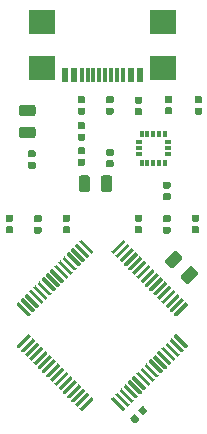
<source format=gtp>
G04 #@! TF.GenerationSoftware,KiCad,Pcbnew,(5.1.5)-3*
G04 #@! TF.CreationDate,2020-01-14T21:13:18-08:00*
G04 #@! TF.ProjectId,pcb,7063622e-6b69-4636-9164-5f7063625858,v1.1*
G04 #@! TF.SameCoordinates,Original*
G04 #@! TF.FileFunction,Paste,Top*
G04 #@! TF.FilePolarity,Positive*
%FSLAX46Y46*%
G04 Gerber Fmt 4.6, Leading zero omitted, Abs format (unit mm)*
G04 Created by KiCad (PCBNEW (5.1.5)-3) date 2020-01-14 21:13:18*
%MOMM*%
%LPD*%
G04 APERTURE LIST*
%ADD10C,0.100000*%
%ADD11R,0.600000X1.150000*%
%ADD12R,0.300000X1.150000*%
%ADD13R,2.180000X2.000000*%
%ADD14R,0.350000X0.530000*%
%ADD15R,0.530000X0.350000*%
G04 APERTURE END LIST*
D10*
G36*
X139078642Y-103441174D02*
G01*
X139102303Y-103444684D01*
X139125507Y-103450496D01*
X139148029Y-103458554D01*
X139169653Y-103468782D01*
X139190170Y-103481079D01*
X139209383Y-103495329D01*
X139227107Y-103511393D01*
X139243171Y-103529117D01*
X139257421Y-103548330D01*
X139269718Y-103568847D01*
X139279946Y-103590471D01*
X139288004Y-103612993D01*
X139293816Y-103636197D01*
X139297326Y-103659858D01*
X139298500Y-103683750D01*
X139298500Y-104596250D01*
X139297326Y-104620142D01*
X139293816Y-104643803D01*
X139288004Y-104667007D01*
X139279946Y-104689529D01*
X139269718Y-104711153D01*
X139257421Y-104731670D01*
X139243171Y-104750883D01*
X139227107Y-104768607D01*
X139209383Y-104784671D01*
X139190170Y-104798921D01*
X139169653Y-104811218D01*
X139148029Y-104821446D01*
X139125507Y-104829504D01*
X139102303Y-104835316D01*
X139078642Y-104838826D01*
X139054750Y-104840000D01*
X138567250Y-104840000D01*
X138543358Y-104838826D01*
X138519697Y-104835316D01*
X138496493Y-104829504D01*
X138473971Y-104821446D01*
X138452347Y-104811218D01*
X138431830Y-104798921D01*
X138412617Y-104784671D01*
X138394893Y-104768607D01*
X138378829Y-104750883D01*
X138364579Y-104731670D01*
X138352282Y-104711153D01*
X138342054Y-104689529D01*
X138333996Y-104667007D01*
X138328184Y-104643803D01*
X138324674Y-104620142D01*
X138323500Y-104596250D01*
X138323500Y-103683750D01*
X138324674Y-103659858D01*
X138328184Y-103636197D01*
X138333996Y-103612993D01*
X138342054Y-103590471D01*
X138352282Y-103568847D01*
X138364579Y-103548330D01*
X138378829Y-103529117D01*
X138394893Y-103511393D01*
X138412617Y-103495329D01*
X138431830Y-103481079D01*
X138452347Y-103468782D01*
X138473971Y-103458554D01*
X138496493Y-103450496D01*
X138519697Y-103444684D01*
X138543358Y-103441174D01*
X138567250Y-103440000D01*
X139054750Y-103440000D01*
X139078642Y-103441174D01*
G37*
G36*
X140953642Y-103441174D02*
G01*
X140977303Y-103444684D01*
X141000507Y-103450496D01*
X141023029Y-103458554D01*
X141044653Y-103468782D01*
X141065170Y-103481079D01*
X141084383Y-103495329D01*
X141102107Y-103511393D01*
X141118171Y-103529117D01*
X141132421Y-103548330D01*
X141144718Y-103568847D01*
X141154946Y-103590471D01*
X141163004Y-103612993D01*
X141168816Y-103636197D01*
X141172326Y-103659858D01*
X141173500Y-103683750D01*
X141173500Y-104596250D01*
X141172326Y-104620142D01*
X141168816Y-104643803D01*
X141163004Y-104667007D01*
X141154946Y-104689529D01*
X141144718Y-104711153D01*
X141132421Y-104731670D01*
X141118171Y-104750883D01*
X141102107Y-104768607D01*
X141084383Y-104784671D01*
X141065170Y-104798921D01*
X141044653Y-104811218D01*
X141023029Y-104821446D01*
X141000507Y-104829504D01*
X140977303Y-104835316D01*
X140953642Y-104838826D01*
X140929750Y-104840000D01*
X140442250Y-104840000D01*
X140418358Y-104838826D01*
X140394697Y-104835316D01*
X140371493Y-104829504D01*
X140348971Y-104821446D01*
X140327347Y-104811218D01*
X140306830Y-104798921D01*
X140287617Y-104784671D01*
X140269893Y-104768607D01*
X140253829Y-104750883D01*
X140239579Y-104731670D01*
X140227282Y-104711153D01*
X140217054Y-104689529D01*
X140208996Y-104667007D01*
X140203184Y-104643803D01*
X140199674Y-104620142D01*
X140198500Y-104596250D01*
X140198500Y-103683750D01*
X140199674Y-103659858D01*
X140203184Y-103636197D01*
X140208996Y-103612993D01*
X140217054Y-103590471D01*
X140227282Y-103568847D01*
X140239579Y-103548330D01*
X140253829Y-103529117D01*
X140269893Y-103511393D01*
X140287617Y-103495329D01*
X140306830Y-103481079D01*
X140327347Y-103468782D01*
X140348971Y-103458554D01*
X140371493Y-103450496D01*
X140394697Y-103444684D01*
X140418358Y-103441174D01*
X140442250Y-103440000D01*
X140929750Y-103440000D01*
X140953642Y-103441174D01*
G37*
G36*
X141156958Y-102171710D02*
G01*
X141171276Y-102173834D01*
X141185317Y-102177351D01*
X141198946Y-102182228D01*
X141212031Y-102188417D01*
X141224447Y-102195858D01*
X141236073Y-102204481D01*
X141246798Y-102214202D01*
X141256519Y-102224927D01*
X141265142Y-102236553D01*
X141272583Y-102248969D01*
X141278772Y-102262054D01*
X141283649Y-102275683D01*
X141287166Y-102289724D01*
X141289290Y-102304042D01*
X141290000Y-102318500D01*
X141290000Y-102613500D01*
X141289290Y-102627958D01*
X141287166Y-102642276D01*
X141283649Y-102656317D01*
X141278772Y-102669946D01*
X141272583Y-102683031D01*
X141265142Y-102695447D01*
X141256519Y-102707073D01*
X141246798Y-102717798D01*
X141236073Y-102727519D01*
X141224447Y-102736142D01*
X141212031Y-102743583D01*
X141198946Y-102749772D01*
X141185317Y-102754649D01*
X141171276Y-102758166D01*
X141156958Y-102760290D01*
X141142500Y-102761000D01*
X140797500Y-102761000D01*
X140783042Y-102760290D01*
X140768724Y-102758166D01*
X140754683Y-102754649D01*
X140741054Y-102749772D01*
X140727969Y-102743583D01*
X140715553Y-102736142D01*
X140703927Y-102727519D01*
X140693202Y-102717798D01*
X140683481Y-102707073D01*
X140674858Y-102695447D01*
X140667417Y-102683031D01*
X140661228Y-102669946D01*
X140656351Y-102656317D01*
X140652834Y-102642276D01*
X140650710Y-102627958D01*
X140650000Y-102613500D01*
X140650000Y-102318500D01*
X140650710Y-102304042D01*
X140652834Y-102289724D01*
X140656351Y-102275683D01*
X140661228Y-102262054D01*
X140667417Y-102248969D01*
X140674858Y-102236553D01*
X140683481Y-102224927D01*
X140693202Y-102214202D01*
X140703927Y-102204481D01*
X140715553Y-102195858D01*
X140727969Y-102188417D01*
X140741054Y-102182228D01*
X140754683Y-102177351D01*
X140768724Y-102173834D01*
X140783042Y-102171710D01*
X140797500Y-102171000D01*
X141142500Y-102171000D01*
X141156958Y-102171710D01*
G37*
G36*
X141156958Y-101201710D02*
G01*
X141171276Y-101203834D01*
X141185317Y-101207351D01*
X141198946Y-101212228D01*
X141212031Y-101218417D01*
X141224447Y-101225858D01*
X141236073Y-101234481D01*
X141246798Y-101244202D01*
X141256519Y-101254927D01*
X141265142Y-101266553D01*
X141272583Y-101278969D01*
X141278772Y-101292054D01*
X141283649Y-101305683D01*
X141287166Y-101319724D01*
X141289290Y-101334042D01*
X141290000Y-101348500D01*
X141290000Y-101643500D01*
X141289290Y-101657958D01*
X141287166Y-101672276D01*
X141283649Y-101686317D01*
X141278772Y-101699946D01*
X141272583Y-101713031D01*
X141265142Y-101725447D01*
X141256519Y-101737073D01*
X141246798Y-101747798D01*
X141236073Y-101757519D01*
X141224447Y-101766142D01*
X141212031Y-101773583D01*
X141198946Y-101779772D01*
X141185317Y-101784649D01*
X141171276Y-101788166D01*
X141156958Y-101790290D01*
X141142500Y-101791000D01*
X140797500Y-101791000D01*
X140783042Y-101790290D01*
X140768724Y-101788166D01*
X140754683Y-101784649D01*
X140741054Y-101779772D01*
X140727969Y-101773583D01*
X140715553Y-101766142D01*
X140703927Y-101757519D01*
X140693202Y-101747798D01*
X140683481Y-101737073D01*
X140674858Y-101725447D01*
X140667417Y-101713031D01*
X140661228Y-101699946D01*
X140656351Y-101686317D01*
X140652834Y-101672276D01*
X140650710Y-101657958D01*
X140650000Y-101643500D01*
X140650000Y-101348500D01*
X140650710Y-101334042D01*
X140652834Y-101319724D01*
X140656351Y-101305683D01*
X140661228Y-101292054D01*
X140667417Y-101278969D01*
X140674858Y-101266553D01*
X140683481Y-101254927D01*
X140693202Y-101244202D01*
X140703927Y-101234481D01*
X140715553Y-101225858D01*
X140727969Y-101218417D01*
X140741054Y-101212228D01*
X140754683Y-101207351D01*
X140768724Y-101203834D01*
X140783042Y-101201710D01*
X140797500Y-101201000D01*
X141142500Y-101201000D01*
X141156958Y-101201710D01*
G37*
G36*
X134465142Y-99335674D02*
G01*
X134488803Y-99339184D01*
X134512007Y-99344996D01*
X134534529Y-99353054D01*
X134556153Y-99363282D01*
X134576670Y-99375579D01*
X134595883Y-99389829D01*
X134613607Y-99405893D01*
X134629671Y-99423617D01*
X134643921Y-99442830D01*
X134656218Y-99463347D01*
X134666446Y-99484971D01*
X134674504Y-99507493D01*
X134680316Y-99530697D01*
X134683826Y-99554358D01*
X134685000Y-99578250D01*
X134685000Y-100065750D01*
X134683826Y-100089642D01*
X134680316Y-100113303D01*
X134674504Y-100136507D01*
X134666446Y-100159029D01*
X134656218Y-100180653D01*
X134643921Y-100201170D01*
X134629671Y-100220383D01*
X134613607Y-100238107D01*
X134595883Y-100254171D01*
X134576670Y-100268421D01*
X134556153Y-100280718D01*
X134534529Y-100290946D01*
X134512007Y-100299004D01*
X134488803Y-100304816D01*
X134465142Y-100308326D01*
X134441250Y-100309500D01*
X133528750Y-100309500D01*
X133504858Y-100308326D01*
X133481197Y-100304816D01*
X133457993Y-100299004D01*
X133435471Y-100290946D01*
X133413847Y-100280718D01*
X133393330Y-100268421D01*
X133374117Y-100254171D01*
X133356393Y-100238107D01*
X133340329Y-100220383D01*
X133326079Y-100201170D01*
X133313782Y-100180653D01*
X133303554Y-100159029D01*
X133295496Y-100136507D01*
X133289684Y-100113303D01*
X133286174Y-100089642D01*
X133285000Y-100065750D01*
X133285000Y-99578250D01*
X133286174Y-99554358D01*
X133289684Y-99530697D01*
X133295496Y-99507493D01*
X133303554Y-99484971D01*
X133313782Y-99463347D01*
X133326079Y-99442830D01*
X133340329Y-99423617D01*
X133356393Y-99405893D01*
X133374117Y-99389829D01*
X133393330Y-99375579D01*
X133413847Y-99363282D01*
X133435471Y-99353054D01*
X133457993Y-99344996D01*
X133481197Y-99339184D01*
X133504858Y-99335674D01*
X133528750Y-99334500D01*
X134441250Y-99334500D01*
X134465142Y-99335674D01*
G37*
G36*
X134465142Y-97460674D02*
G01*
X134488803Y-97464184D01*
X134512007Y-97469996D01*
X134534529Y-97478054D01*
X134556153Y-97488282D01*
X134576670Y-97500579D01*
X134595883Y-97514829D01*
X134613607Y-97530893D01*
X134629671Y-97548617D01*
X134643921Y-97567830D01*
X134656218Y-97588347D01*
X134666446Y-97609971D01*
X134674504Y-97632493D01*
X134680316Y-97655697D01*
X134683826Y-97679358D01*
X134685000Y-97703250D01*
X134685000Y-98190750D01*
X134683826Y-98214642D01*
X134680316Y-98238303D01*
X134674504Y-98261507D01*
X134666446Y-98284029D01*
X134656218Y-98305653D01*
X134643921Y-98326170D01*
X134629671Y-98345383D01*
X134613607Y-98363107D01*
X134595883Y-98379171D01*
X134576670Y-98393421D01*
X134556153Y-98405718D01*
X134534529Y-98415946D01*
X134512007Y-98424004D01*
X134488803Y-98429816D01*
X134465142Y-98433326D01*
X134441250Y-98434500D01*
X133528750Y-98434500D01*
X133504858Y-98433326D01*
X133481197Y-98429816D01*
X133457993Y-98424004D01*
X133435471Y-98415946D01*
X133413847Y-98405718D01*
X133393330Y-98393421D01*
X133374117Y-98379171D01*
X133356393Y-98363107D01*
X133340329Y-98345383D01*
X133326079Y-98326170D01*
X133313782Y-98305653D01*
X133303554Y-98284029D01*
X133295496Y-98261507D01*
X133289684Y-98238303D01*
X133286174Y-98214642D01*
X133285000Y-98190750D01*
X133285000Y-97703250D01*
X133286174Y-97679358D01*
X133289684Y-97655697D01*
X133295496Y-97632493D01*
X133303554Y-97609971D01*
X133313782Y-97588347D01*
X133326079Y-97567830D01*
X133340329Y-97548617D01*
X133356393Y-97530893D01*
X133374117Y-97514829D01*
X133393330Y-97500579D01*
X133413847Y-97488282D01*
X133435471Y-97478054D01*
X133457993Y-97469996D01*
X133481197Y-97464184D01*
X133504858Y-97460674D01*
X133528750Y-97459500D01*
X134441250Y-97459500D01*
X134465142Y-97460674D01*
G37*
G36*
X146549326Y-109823623D02*
G01*
X146572987Y-109827133D01*
X146596191Y-109832945D01*
X146618713Y-109841003D01*
X146640337Y-109851231D01*
X146660854Y-109863528D01*
X146680067Y-109877778D01*
X146697791Y-109893842D01*
X147042506Y-110238557D01*
X147058570Y-110256281D01*
X147072820Y-110275494D01*
X147085117Y-110296011D01*
X147095345Y-110317635D01*
X147103403Y-110340157D01*
X147109215Y-110363361D01*
X147112725Y-110387022D01*
X147113899Y-110410914D01*
X147112725Y-110434806D01*
X147109215Y-110458467D01*
X147103403Y-110481671D01*
X147095345Y-110504193D01*
X147085117Y-110525817D01*
X147072820Y-110546334D01*
X147058570Y-110565547D01*
X147042506Y-110583271D01*
X146397271Y-111228506D01*
X146379547Y-111244570D01*
X146360334Y-111258820D01*
X146339817Y-111271117D01*
X146318193Y-111281345D01*
X146295671Y-111289403D01*
X146272467Y-111295215D01*
X146248806Y-111298725D01*
X146224914Y-111299899D01*
X146201022Y-111298725D01*
X146177361Y-111295215D01*
X146154157Y-111289403D01*
X146131635Y-111281345D01*
X146110011Y-111271117D01*
X146089494Y-111258820D01*
X146070281Y-111244570D01*
X146052557Y-111228506D01*
X145707842Y-110883791D01*
X145691778Y-110866067D01*
X145677528Y-110846854D01*
X145665231Y-110826337D01*
X145655003Y-110804713D01*
X145646945Y-110782191D01*
X145641133Y-110758987D01*
X145637623Y-110735326D01*
X145636449Y-110711434D01*
X145637623Y-110687542D01*
X145641133Y-110663881D01*
X145646945Y-110640677D01*
X145655003Y-110618155D01*
X145665231Y-110596531D01*
X145677528Y-110576014D01*
X145691778Y-110556801D01*
X145707842Y-110539077D01*
X146353077Y-109893842D01*
X146370801Y-109877778D01*
X146390014Y-109863528D01*
X146410531Y-109851231D01*
X146432155Y-109841003D01*
X146454677Y-109832945D01*
X146477881Y-109827133D01*
X146501542Y-109823623D01*
X146525434Y-109822449D01*
X146549326Y-109823623D01*
G37*
G36*
X147875152Y-111149449D02*
G01*
X147898813Y-111152959D01*
X147922017Y-111158771D01*
X147944539Y-111166829D01*
X147966163Y-111177057D01*
X147986680Y-111189354D01*
X148005893Y-111203604D01*
X148023617Y-111219668D01*
X148368332Y-111564383D01*
X148384396Y-111582107D01*
X148398646Y-111601320D01*
X148410943Y-111621837D01*
X148421171Y-111643461D01*
X148429229Y-111665983D01*
X148435041Y-111689187D01*
X148438551Y-111712848D01*
X148439725Y-111736740D01*
X148438551Y-111760632D01*
X148435041Y-111784293D01*
X148429229Y-111807497D01*
X148421171Y-111830019D01*
X148410943Y-111851643D01*
X148398646Y-111872160D01*
X148384396Y-111891373D01*
X148368332Y-111909097D01*
X147723097Y-112554332D01*
X147705373Y-112570396D01*
X147686160Y-112584646D01*
X147665643Y-112596943D01*
X147644019Y-112607171D01*
X147621497Y-112615229D01*
X147598293Y-112621041D01*
X147574632Y-112624551D01*
X147550740Y-112625725D01*
X147526848Y-112624551D01*
X147503187Y-112621041D01*
X147479983Y-112615229D01*
X147457461Y-112607171D01*
X147435837Y-112596943D01*
X147415320Y-112584646D01*
X147396107Y-112570396D01*
X147378383Y-112554332D01*
X147033668Y-112209617D01*
X147017604Y-112191893D01*
X147003354Y-112172680D01*
X146991057Y-112152163D01*
X146980829Y-112130539D01*
X146972771Y-112108017D01*
X146966959Y-112084813D01*
X146963449Y-112061152D01*
X146962275Y-112037260D01*
X146963449Y-112013368D01*
X146966959Y-111989707D01*
X146972771Y-111966503D01*
X146980829Y-111943981D01*
X146991057Y-111922357D01*
X147003354Y-111901840D01*
X147017604Y-111882627D01*
X147033668Y-111864903D01*
X147678903Y-111219668D01*
X147696627Y-111203604D01*
X147715840Y-111189354D01*
X147736357Y-111177057D01*
X147757981Y-111166829D01*
X147780503Y-111158771D01*
X147803707Y-111152959D01*
X147827368Y-111149449D01*
X147851260Y-111148275D01*
X147875152Y-111149449D01*
G37*
G36*
X146108958Y-97693710D02*
G01*
X146123276Y-97695834D01*
X146137317Y-97699351D01*
X146150946Y-97704228D01*
X146164031Y-97710417D01*
X146176447Y-97717858D01*
X146188073Y-97726481D01*
X146198798Y-97736202D01*
X146208519Y-97746927D01*
X146217142Y-97758553D01*
X146224583Y-97770969D01*
X146230772Y-97784054D01*
X146235649Y-97797683D01*
X146239166Y-97811724D01*
X146241290Y-97826042D01*
X146242000Y-97840500D01*
X146242000Y-98135500D01*
X146241290Y-98149958D01*
X146239166Y-98164276D01*
X146235649Y-98178317D01*
X146230772Y-98191946D01*
X146224583Y-98205031D01*
X146217142Y-98217447D01*
X146208519Y-98229073D01*
X146198798Y-98239798D01*
X146188073Y-98249519D01*
X146176447Y-98258142D01*
X146164031Y-98265583D01*
X146150946Y-98271772D01*
X146137317Y-98276649D01*
X146123276Y-98280166D01*
X146108958Y-98282290D01*
X146094500Y-98283000D01*
X145749500Y-98283000D01*
X145735042Y-98282290D01*
X145720724Y-98280166D01*
X145706683Y-98276649D01*
X145693054Y-98271772D01*
X145679969Y-98265583D01*
X145667553Y-98258142D01*
X145655927Y-98249519D01*
X145645202Y-98239798D01*
X145635481Y-98229073D01*
X145626858Y-98217447D01*
X145619417Y-98205031D01*
X145613228Y-98191946D01*
X145608351Y-98178317D01*
X145604834Y-98164276D01*
X145602710Y-98149958D01*
X145602000Y-98135500D01*
X145602000Y-97840500D01*
X145602710Y-97826042D01*
X145604834Y-97811724D01*
X145608351Y-97797683D01*
X145613228Y-97784054D01*
X145619417Y-97770969D01*
X145626858Y-97758553D01*
X145635481Y-97746927D01*
X145645202Y-97736202D01*
X145655927Y-97726481D01*
X145667553Y-97717858D01*
X145679969Y-97710417D01*
X145693054Y-97704228D01*
X145706683Y-97699351D01*
X145720724Y-97695834D01*
X145735042Y-97693710D01*
X145749500Y-97693000D01*
X146094500Y-97693000D01*
X146108958Y-97693710D01*
G37*
G36*
X146108958Y-96723710D02*
G01*
X146123276Y-96725834D01*
X146137317Y-96729351D01*
X146150946Y-96734228D01*
X146164031Y-96740417D01*
X146176447Y-96747858D01*
X146188073Y-96756481D01*
X146198798Y-96766202D01*
X146208519Y-96776927D01*
X146217142Y-96788553D01*
X146224583Y-96800969D01*
X146230772Y-96814054D01*
X146235649Y-96827683D01*
X146239166Y-96841724D01*
X146241290Y-96856042D01*
X146242000Y-96870500D01*
X146242000Y-97165500D01*
X146241290Y-97179958D01*
X146239166Y-97194276D01*
X146235649Y-97208317D01*
X146230772Y-97221946D01*
X146224583Y-97235031D01*
X146217142Y-97247447D01*
X146208519Y-97259073D01*
X146198798Y-97269798D01*
X146188073Y-97279519D01*
X146176447Y-97288142D01*
X146164031Y-97295583D01*
X146150946Y-97301772D01*
X146137317Y-97306649D01*
X146123276Y-97310166D01*
X146108958Y-97312290D01*
X146094500Y-97313000D01*
X145749500Y-97313000D01*
X145735042Y-97312290D01*
X145720724Y-97310166D01*
X145706683Y-97306649D01*
X145693054Y-97301772D01*
X145679969Y-97295583D01*
X145667553Y-97288142D01*
X145655927Y-97279519D01*
X145645202Y-97269798D01*
X145635481Y-97259073D01*
X145626858Y-97247447D01*
X145619417Y-97235031D01*
X145613228Y-97221946D01*
X145608351Y-97208317D01*
X145604834Y-97194276D01*
X145602710Y-97179958D01*
X145602000Y-97165500D01*
X145602000Y-96870500D01*
X145602710Y-96856042D01*
X145604834Y-96841724D01*
X145608351Y-96827683D01*
X145613228Y-96814054D01*
X145619417Y-96800969D01*
X145626858Y-96788553D01*
X145635481Y-96776927D01*
X145645202Y-96766202D01*
X145655927Y-96756481D01*
X145667553Y-96747858D01*
X145679969Y-96740417D01*
X145693054Y-96734228D01*
X145706683Y-96729351D01*
X145720724Y-96725834D01*
X145735042Y-96723710D01*
X145749500Y-96723000D01*
X146094500Y-96723000D01*
X146108958Y-96723710D01*
G37*
G36*
X132647958Y-107759710D02*
G01*
X132662276Y-107761834D01*
X132676317Y-107765351D01*
X132689946Y-107770228D01*
X132703031Y-107776417D01*
X132715447Y-107783858D01*
X132727073Y-107792481D01*
X132737798Y-107802202D01*
X132747519Y-107812927D01*
X132756142Y-107824553D01*
X132763583Y-107836969D01*
X132769772Y-107850054D01*
X132774649Y-107863683D01*
X132778166Y-107877724D01*
X132780290Y-107892042D01*
X132781000Y-107906500D01*
X132781000Y-108201500D01*
X132780290Y-108215958D01*
X132778166Y-108230276D01*
X132774649Y-108244317D01*
X132769772Y-108257946D01*
X132763583Y-108271031D01*
X132756142Y-108283447D01*
X132747519Y-108295073D01*
X132737798Y-108305798D01*
X132727073Y-108315519D01*
X132715447Y-108324142D01*
X132703031Y-108331583D01*
X132689946Y-108337772D01*
X132676317Y-108342649D01*
X132662276Y-108346166D01*
X132647958Y-108348290D01*
X132633500Y-108349000D01*
X132288500Y-108349000D01*
X132274042Y-108348290D01*
X132259724Y-108346166D01*
X132245683Y-108342649D01*
X132232054Y-108337772D01*
X132218969Y-108331583D01*
X132206553Y-108324142D01*
X132194927Y-108315519D01*
X132184202Y-108305798D01*
X132174481Y-108295073D01*
X132165858Y-108283447D01*
X132158417Y-108271031D01*
X132152228Y-108257946D01*
X132147351Y-108244317D01*
X132143834Y-108230276D01*
X132141710Y-108215958D01*
X132141000Y-108201500D01*
X132141000Y-107906500D01*
X132141710Y-107892042D01*
X132143834Y-107877724D01*
X132147351Y-107863683D01*
X132152228Y-107850054D01*
X132158417Y-107836969D01*
X132165858Y-107824553D01*
X132174481Y-107812927D01*
X132184202Y-107802202D01*
X132194927Y-107792481D01*
X132206553Y-107783858D01*
X132218969Y-107776417D01*
X132232054Y-107770228D01*
X132245683Y-107765351D01*
X132259724Y-107761834D01*
X132274042Y-107759710D01*
X132288500Y-107759000D01*
X132633500Y-107759000D01*
X132647958Y-107759710D01*
G37*
G36*
X132647958Y-106789710D02*
G01*
X132662276Y-106791834D01*
X132676317Y-106795351D01*
X132689946Y-106800228D01*
X132703031Y-106806417D01*
X132715447Y-106813858D01*
X132727073Y-106822481D01*
X132737798Y-106832202D01*
X132747519Y-106842927D01*
X132756142Y-106854553D01*
X132763583Y-106866969D01*
X132769772Y-106880054D01*
X132774649Y-106893683D01*
X132778166Y-106907724D01*
X132780290Y-106922042D01*
X132781000Y-106936500D01*
X132781000Y-107231500D01*
X132780290Y-107245958D01*
X132778166Y-107260276D01*
X132774649Y-107274317D01*
X132769772Y-107287946D01*
X132763583Y-107301031D01*
X132756142Y-107313447D01*
X132747519Y-107325073D01*
X132737798Y-107335798D01*
X132727073Y-107345519D01*
X132715447Y-107354142D01*
X132703031Y-107361583D01*
X132689946Y-107367772D01*
X132676317Y-107372649D01*
X132662276Y-107376166D01*
X132647958Y-107378290D01*
X132633500Y-107379000D01*
X132288500Y-107379000D01*
X132274042Y-107378290D01*
X132259724Y-107376166D01*
X132245683Y-107372649D01*
X132232054Y-107367772D01*
X132218969Y-107361583D01*
X132206553Y-107354142D01*
X132194927Y-107345519D01*
X132184202Y-107335798D01*
X132174481Y-107325073D01*
X132165858Y-107313447D01*
X132158417Y-107301031D01*
X132152228Y-107287946D01*
X132147351Y-107274317D01*
X132143834Y-107260276D01*
X132141710Y-107245958D01*
X132141000Y-107231500D01*
X132141000Y-106936500D01*
X132141710Y-106922042D01*
X132143834Y-106907724D01*
X132147351Y-106893683D01*
X132152228Y-106880054D01*
X132158417Y-106866969D01*
X132165858Y-106854553D01*
X132174481Y-106842927D01*
X132184202Y-106832202D01*
X132194927Y-106822481D01*
X132206553Y-106813858D01*
X132218969Y-106806417D01*
X132232054Y-106800228D01*
X132245683Y-106795351D01*
X132259724Y-106791834D01*
X132274042Y-106789710D01*
X132288500Y-106789000D01*
X132633500Y-106789000D01*
X132647958Y-106789710D01*
G37*
G36*
X138743958Y-96733710D02*
G01*
X138758276Y-96735834D01*
X138772317Y-96739351D01*
X138785946Y-96744228D01*
X138799031Y-96750417D01*
X138811447Y-96757858D01*
X138823073Y-96766481D01*
X138833798Y-96776202D01*
X138843519Y-96786927D01*
X138852142Y-96798553D01*
X138859583Y-96810969D01*
X138865772Y-96824054D01*
X138870649Y-96837683D01*
X138874166Y-96851724D01*
X138876290Y-96866042D01*
X138877000Y-96880500D01*
X138877000Y-97175500D01*
X138876290Y-97189958D01*
X138874166Y-97204276D01*
X138870649Y-97218317D01*
X138865772Y-97231946D01*
X138859583Y-97245031D01*
X138852142Y-97257447D01*
X138843519Y-97269073D01*
X138833798Y-97279798D01*
X138823073Y-97289519D01*
X138811447Y-97298142D01*
X138799031Y-97305583D01*
X138785946Y-97311772D01*
X138772317Y-97316649D01*
X138758276Y-97320166D01*
X138743958Y-97322290D01*
X138729500Y-97323000D01*
X138384500Y-97323000D01*
X138370042Y-97322290D01*
X138355724Y-97320166D01*
X138341683Y-97316649D01*
X138328054Y-97311772D01*
X138314969Y-97305583D01*
X138302553Y-97298142D01*
X138290927Y-97289519D01*
X138280202Y-97279798D01*
X138270481Y-97269073D01*
X138261858Y-97257447D01*
X138254417Y-97245031D01*
X138248228Y-97231946D01*
X138243351Y-97218317D01*
X138239834Y-97204276D01*
X138237710Y-97189958D01*
X138237000Y-97175500D01*
X138237000Y-96880500D01*
X138237710Y-96866042D01*
X138239834Y-96851724D01*
X138243351Y-96837683D01*
X138248228Y-96824054D01*
X138254417Y-96810969D01*
X138261858Y-96798553D01*
X138270481Y-96786927D01*
X138280202Y-96776202D01*
X138290927Y-96766481D01*
X138302553Y-96757858D01*
X138314969Y-96750417D01*
X138328054Y-96744228D01*
X138341683Y-96739351D01*
X138355724Y-96735834D01*
X138370042Y-96733710D01*
X138384500Y-96733000D01*
X138729500Y-96733000D01*
X138743958Y-96733710D01*
G37*
G36*
X138743958Y-97703710D02*
G01*
X138758276Y-97705834D01*
X138772317Y-97709351D01*
X138785946Y-97714228D01*
X138799031Y-97720417D01*
X138811447Y-97727858D01*
X138823073Y-97736481D01*
X138833798Y-97746202D01*
X138843519Y-97756927D01*
X138852142Y-97768553D01*
X138859583Y-97780969D01*
X138865772Y-97794054D01*
X138870649Y-97807683D01*
X138874166Y-97821724D01*
X138876290Y-97836042D01*
X138877000Y-97850500D01*
X138877000Y-98145500D01*
X138876290Y-98159958D01*
X138874166Y-98174276D01*
X138870649Y-98188317D01*
X138865772Y-98201946D01*
X138859583Y-98215031D01*
X138852142Y-98227447D01*
X138843519Y-98239073D01*
X138833798Y-98249798D01*
X138823073Y-98259519D01*
X138811447Y-98268142D01*
X138799031Y-98275583D01*
X138785946Y-98281772D01*
X138772317Y-98286649D01*
X138758276Y-98290166D01*
X138743958Y-98292290D01*
X138729500Y-98293000D01*
X138384500Y-98293000D01*
X138370042Y-98292290D01*
X138355724Y-98290166D01*
X138341683Y-98286649D01*
X138328054Y-98281772D01*
X138314969Y-98275583D01*
X138302553Y-98268142D01*
X138290927Y-98259519D01*
X138280202Y-98249798D01*
X138270481Y-98239073D01*
X138261858Y-98227447D01*
X138254417Y-98215031D01*
X138248228Y-98201946D01*
X138243351Y-98188317D01*
X138239834Y-98174276D01*
X138237710Y-98159958D01*
X138237000Y-98145500D01*
X138237000Y-97850500D01*
X138237710Y-97836042D01*
X138239834Y-97821724D01*
X138243351Y-97807683D01*
X138248228Y-97794054D01*
X138254417Y-97780969D01*
X138261858Y-97768553D01*
X138270481Y-97756927D01*
X138280202Y-97746202D01*
X138290927Y-97736481D01*
X138302553Y-97727858D01*
X138314969Y-97720417D01*
X138328054Y-97714228D01*
X138341683Y-97709351D01*
X138355724Y-97705834D01*
X138370042Y-97703710D01*
X138384500Y-97703000D01*
X138729500Y-97703000D01*
X138743958Y-97703710D01*
G37*
G36*
X145982958Y-104942710D02*
G01*
X145997276Y-104944834D01*
X146011317Y-104948351D01*
X146024946Y-104953228D01*
X146038031Y-104959417D01*
X146050447Y-104966858D01*
X146062073Y-104975481D01*
X146072798Y-104985202D01*
X146082519Y-104995927D01*
X146091142Y-105007553D01*
X146098583Y-105019969D01*
X146104772Y-105033054D01*
X146109649Y-105046683D01*
X146113166Y-105060724D01*
X146115290Y-105075042D01*
X146116000Y-105089500D01*
X146116000Y-105384500D01*
X146115290Y-105398958D01*
X146113166Y-105413276D01*
X146109649Y-105427317D01*
X146104772Y-105440946D01*
X146098583Y-105454031D01*
X146091142Y-105466447D01*
X146082519Y-105478073D01*
X146072798Y-105488798D01*
X146062073Y-105498519D01*
X146050447Y-105507142D01*
X146038031Y-105514583D01*
X146024946Y-105520772D01*
X146011317Y-105525649D01*
X145997276Y-105529166D01*
X145982958Y-105531290D01*
X145968500Y-105532000D01*
X145623500Y-105532000D01*
X145609042Y-105531290D01*
X145594724Y-105529166D01*
X145580683Y-105525649D01*
X145567054Y-105520772D01*
X145553969Y-105514583D01*
X145541553Y-105507142D01*
X145529927Y-105498519D01*
X145519202Y-105488798D01*
X145509481Y-105478073D01*
X145500858Y-105466447D01*
X145493417Y-105454031D01*
X145487228Y-105440946D01*
X145482351Y-105427317D01*
X145478834Y-105413276D01*
X145476710Y-105398958D01*
X145476000Y-105384500D01*
X145476000Y-105089500D01*
X145476710Y-105075042D01*
X145478834Y-105060724D01*
X145482351Y-105046683D01*
X145487228Y-105033054D01*
X145493417Y-105019969D01*
X145500858Y-105007553D01*
X145509481Y-104995927D01*
X145519202Y-104985202D01*
X145529927Y-104975481D01*
X145541553Y-104966858D01*
X145553969Y-104959417D01*
X145567054Y-104953228D01*
X145580683Y-104948351D01*
X145594724Y-104944834D01*
X145609042Y-104942710D01*
X145623500Y-104942000D01*
X145968500Y-104942000D01*
X145982958Y-104942710D01*
G37*
G36*
X145982958Y-103972710D02*
G01*
X145997276Y-103974834D01*
X146011317Y-103978351D01*
X146024946Y-103983228D01*
X146038031Y-103989417D01*
X146050447Y-103996858D01*
X146062073Y-104005481D01*
X146072798Y-104015202D01*
X146082519Y-104025927D01*
X146091142Y-104037553D01*
X146098583Y-104049969D01*
X146104772Y-104063054D01*
X146109649Y-104076683D01*
X146113166Y-104090724D01*
X146115290Y-104105042D01*
X146116000Y-104119500D01*
X146116000Y-104414500D01*
X146115290Y-104428958D01*
X146113166Y-104443276D01*
X146109649Y-104457317D01*
X146104772Y-104470946D01*
X146098583Y-104484031D01*
X146091142Y-104496447D01*
X146082519Y-104508073D01*
X146072798Y-104518798D01*
X146062073Y-104528519D01*
X146050447Y-104537142D01*
X146038031Y-104544583D01*
X146024946Y-104550772D01*
X146011317Y-104555649D01*
X145997276Y-104559166D01*
X145982958Y-104561290D01*
X145968500Y-104562000D01*
X145623500Y-104562000D01*
X145609042Y-104561290D01*
X145594724Y-104559166D01*
X145580683Y-104555649D01*
X145567054Y-104550772D01*
X145553969Y-104544583D01*
X145541553Y-104537142D01*
X145529927Y-104528519D01*
X145519202Y-104518798D01*
X145509481Y-104508073D01*
X145500858Y-104496447D01*
X145493417Y-104484031D01*
X145487228Y-104470946D01*
X145482351Y-104457317D01*
X145478834Y-104443276D01*
X145476710Y-104428958D01*
X145476000Y-104414500D01*
X145476000Y-104119500D01*
X145476710Y-104105042D01*
X145478834Y-104090724D01*
X145482351Y-104076683D01*
X145487228Y-104063054D01*
X145493417Y-104049969D01*
X145500858Y-104037553D01*
X145509481Y-104025927D01*
X145519202Y-104015202D01*
X145529927Y-104005481D01*
X145541553Y-103996858D01*
X145553969Y-103989417D01*
X145567054Y-103983228D01*
X145580683Y-103978351D01*
X145594724Y-103974834D01*
X145609042Y-103972710D01*
X145623500Y-103972000D01*
X145968500Y-103972000D01*
X145982958Y-103972710D01*
G37*
G36*
X141156958Y-96733710D02*
G01*
X141171276Y-96735834D01*
X141185317Y-96739351D01*
X141198946Y-96744228D01*
X141212031Y-96750417D01*
X141224447Y-96757858D01*
X141236073Y-96766481D01*
X141246798Y-96776202D01*
X141256519Y-96786927D01*
X141265142Y-96798553D01*
X141272583Y-96810969D01*
X141278772Y-96824054D01*
X141283649Y-96837683D01*
X141287166Y-96851724D01*
X141289290Y-96866042D01*
X141290000Y-96880500D01*
X141290000Y-97175500D01*
X141289290Y-97189958D01*
X141287166Y-97204276D01*
X141283649Y-97218317D01*
X141278772Y-97231946D01*
X141272583Y-97245031D01*
X141265142Y-97257447D01*
X141256519Y-97269073D01*
X141246798Y-97279798D01*
X141236073Y-97289519D01*
X141224447Y-97298142D01*
X141212031Y-97305583D01*
X141198946Y-97311772D01*
X141185317Y-97316649D01*
X141171276Y-97320166D01*
X141156958Y-97322290D01*
X141142500Y-97323000D01*
X140797500Y-97323000D01*
X140783042Y-97322290D01*
X140768724Y-97320166D01*
X140754683Y-97316649D01*
X140741054Y-97311772D01*
X140727969Y-97305583D01*
X140715553Y-97298142D01*
X140703927Y-97289519D01*
X140693202Y-97279798D01*
X140683481Y-97269073D01*
X140674858Y-97257447D01*
X140667417Y-97245031D01*
X140661228Y-97231946D01*
X140656351Y-97218317D01*
X140652834Y-97204276D01*
X140650710Y-97189958D01*
X140650000Y-97175500D01*
X140650000Y-96880500D01*
X140650710Y-96866042D01*
X140652834Y-96851724D01*
X140656351Y-96837683D01*
X140661228Y-96824054D01*
X140667417Y-96810969D01*
X140674858Y-96798553D01*
X140683481Y-96786927D01*
X140693202Y-96776202D01*
X140703927Y-96766481D01*
X140715553Y-96757858D01*
X140727969Y-96750417D01*
X140741054Y-96744228D01*
X140754683Y-96739351D01*
X140768724Y-96735834D01*
X140783042Y-96733710D01*
X140797500Y-96733000D01*
X141142500Y-96733000D01*
X141156958Y-96733710D01*
G37*
G36*
X141156958Y-97703710D02*
G01*
X141171276Y-97705834D01*
X141185317Y-97709351D01*
X141198946Y-97714228D01*
X141212031Y-97720417D01*
X141224447Y-97727858D01*
X141236073Y-97736481D01*
X141246798Y-97746202D01*
X141256519Y-97756927D01*
X141265142Y-97768553D01*
X141272583Y-97780969D01*
X141278772Y-97794054D01*
X141283649Y-97807683D01*
X141287166Y-97821724D01*
X141289290Y-97836042D01*
X141290000Y-97850500D01*
X141290000Y-98145500D01*
X141289290Y-98159958D01*
X141287166Y-98174276D01*
X141283649Y-98188317D01*
X141278772Y-98201946D01*
X141272583Y-98215031D01*
X141265142Y-98227447D01*
X141256519Y-98239073D01*
X141246798Y-98249798D01*
X141236073Y-98259519D01*
X141224447Y-98268142D01*
X141212031Y-98275583D01*
X141198946Y-98281772D01*
X141185317Y-98286649D01*
X141171276Y-98290166D01*
X141156958Y-98292290D01*
X141142500Y-98293000D01*
X140797500Y-98293000D01*
X140783042Y-98292290D01*
X140768724Y-98290166D01*
X140754683Y-98286649D01*
X140741054Y-98281772D01*
X140727969Y-98275583D01*
X140715553Y-98268142D01*
X140703927Y-98259519D01*
X140693202Y-98249798D01*
X140683481Y-98239073D01*
X140674858Y-98227447D01*
X140667417Y-98215031D01*
X140661228Y-98201946D01*
X140656351Y-98188317D01*
X140652834Y-98174276D01*
X140650710Y-98159958D01*
X140650000Y-98145500D01*
X140650000Y-97850500D01*
X140650710Y-97836042D01*
X140652834Y-97821724D01*
X140656351Y-97807683D01*
X140661228Y-97794054D01*
X140667417Y-97780969D01*
X140674858Y-97768553D01*
X140683481Y-97756927D01*
X140693202Y-97746202D01*
X140703927Y-97736481D01*
X140715553Y-97727858D01*
X140727969Y-97720417D01*
X140741054Y-97714228D01*
X140754683Y-97709351D01*
X140768724Y-97705834D01*
X140783042Y-97703710D01*
X140797500Y-97703000D01*
X141142500Y-97703000D01*
X141156958Y-97703710D01*
G37*
G36*
X148649958Y-96733710D02*
G01*
X148664276Y-96735834D01*
X148678317Y-96739351D01*
X148691946Y-96744228D01*
X148705031Y-96750417D01*
X148717447Y-96757858D01*
X148729073Y-96766481D01*
X148739798Y-96776202D01*
X148749519Y-96786927D01*
X148758142Y-96798553D01*
X148765583Y-96810969D01*
X148771772Y-96824054D01*
X148776649Y-96837683D01*
X148780166Y-96851724D01*
X148782290Y-96866042D01*
X148783000Y-96880500D01*
X148783000Y-97175500D01*
X148782290Y-97189958D01*
X148780166Y-97204276D01*
X148776649Y-97218317D01*
X148771772Y-97231946D01*
X148765583Y-97245031D01*
X148758142Y-97257447D01*
X148749519Y-97269073D01*
X148739798Y-97279798D01*
X148729073Y-97289519D01*
X148717447Y-97298142D01*
X148705031Y-97305583D01*
X148691946Y-97311772D01*
X148678317Y-97316649D01*
X148664276Y-97320166D01*
X148649958Y-97322290D01*
X148635500Y-97323000D01*
X148290500Y-97323000D01*
X148276042Y-97322290D01*
X148261724Y-97320166D01*
X148247683Y-97316649D01*
X148234054Y-97311772D01*
X148220969Y-97305583D01*
X148208553Y-97298142D01*
X148196927Y-97289519D01*
X148186202Y-97279798D01*
X148176481Y-97269073D01*
X148167858Y-97257447D01*
X148160417Y-97245031D01*
X148154228Y-97231946D01*
X148149351Y-97218317D01*
X148145834Y-97204276D01*
X148143710Y-97189958D01*
X148143000Y-97175500D01*
X148143000Y-96880500D01*
X148143710Y-96866042D01*
X148145834Y-96851724D01*
X148149351Y-96837683D01*
X148154228Y-96824054D01*
X148160417Y-96810969D01*
X148167858Y-96798553D01*
X148176481Y-96786927D01*
X148186202Y-96776202D01*
X148196927Y-96766481D01*
X148208553Y-96757858D01*
X148220969Y-96750417D01*
X148234054Y-96744228D01*
X148247683Y-96739351D01*
X148261724Y-96735834D01*
X148276042Y-96733710D01*
X148290500Y-96733000D01*
X148635500Y-96733000D01*
X148649958Y-96733710D01*
G37*
G36*
X148649958Y-97703710D02*
G01*
X148664276Y-97705834D01*
X148678317Y-97709351D01*
X148691946Y-97714228D01*
X148705031Y-97720417D01*
X148717447Y-97727858D01*
X148729073Y-97736481D01*
X148739798Y-97746202D01*
X148749519Y-97756927D01*
X148758142Y-97768553D01*
X148765583Y-97780969D01*
X148771772Y-97794054D01*
X148776649Y-97807683D01*
X148780166Y-97821724D01*
X148782290Y-97836042D01*
X148783000Y-97850500D01*
X148783000Y-98145500D01*
X148782290Y-98159958D01*
X148780166Y-98174276D01*
X148776649Y-98188317D01*
X148771772Y-98201946D01*
X148765583Y-98215031D01*
X148758142Y-98227447D01*
X148749519Y-98239073D01*
X148739798Y-98249798D01*
X148729073Y-98259519D01*
X148717447Y-98268142D01*
X148705031Y-98275583D01*
X148691946Y-98281772D01*
X148678317Y-98286649D01*
X148664276Y-98290166D01*
X148649958Y-98292290D01*
X148635500Y-98293000D01*
X148290500Y-98293000D01*
X148276042Y-98292290D01*
X148261724Y-98290166D01*
X148247683Y-98286649D01*
X148234054Y-98281772D01*
X148220969Y-98275583D01*
X148208553Y-98268142D01*
X148196927Y-98259519D01*
X148186202Y-98249798D01*
X148176481Y-98239073D01*
X148167858Y-98227447D01*
X148160417Y-98215031D01*
X148154228Y-98201946D01*
X148149351Y-98188317D01*
X148145834Y-98174276D01*
X148143710Y-98159958D01*
X148143000Y-98145500D01*
X148143000Y-97850500D01*
X148143710Y-97836042D01*
X148145834Y-97821724D01*
X148149351Y-97807683D01*
X148154228Y-97794054D01*
X148160417Y-97780969D01*
X148167858Y-97768553D01*
X148176481Y-97756927D01*
X148186202Y-97746202D01*
X148196927Y-97736481D01*
X148208553Y-97727858D01*
X148220969Y-97720417D01*
X148234054Y-97714228D01*
X148247683Y-97709351D01*
X148261724Y-97705834D01*
X148276042Y-97703710D01*
X148290500Y-97703000D01*
X148635500Y-97703000D01*
X148649958Y-97703710D01*
G37*
G36*
X135060958Y-107782710D02*
G01*
X135075276Y-107784834D01*
X135089317Y-107788351D01*
X135102946Y-107793228D01*
X135116031Y-107799417D01*
X135128447Y-107806858D01*
X135140073Y-107815481D01*
X135150798Y-107825202D01*
X135160519Y-107835927D01*
X135169142Y-107847553D01*
X135176583Y-107859969D01*
X135182772Y-107873054D01*
X135187649Y-107886683D01*
X135191166Y-107900724D01*
X135193290Y-107915042D01*
X135194000Y-107929500D01*
X135194000Y-108224500D01*
X135193290Y-108238958D01*
X135191166Y-108253276D01*
X135187649Y-108267317D01*
X135182772Y-108280946D01*
X135176583Y-108294031D01*
X135169142Y-108306447D01*
X135160519Y-108318073D01*
X135150798Y-108328798D01*
X135140073Y-108338519D01*
X135128447Y-108347142D01*
X135116031Y-108354583D01*
X135102946Y-108360772D01*
X135089317Y-108365649D01*
X135075276Y-108369166D01*
X135060958Y-108371290D01*
X135046500Y-108372000D01*
X134701500Y-108372000D01*
X134687042Y-108371290D01*
X134672724Y-108369166D01*
X134658683Y-108365649D01*
X134645054Y-108360772D01*
X134631969Y-108354583D01*
X134619553Y-108347142D01*
X134607927Y-108338519D01*
X134597202Y-108328798D01*
X134587481Y-108318073D01*
X134578858Y-108306447D01*
X134571417Y-108294031D01*
X134565228Y-108280946D01*
X134560351Y-108267317D01*
X134556834Y-108253276D01*
X134554710Y-108238958D01*
X134554000Y-108224500D01*
X134554000Y-107929500D01*
X134554710Y-107915042D01*
X134556834Y-107900724D01*
X134560351Y-107886683D01*
X134565228Y-107873054D01*
X134571417Y-107859969D01*
X134578858Y-107847553D01*
X134587481Y-107835927D01*
X134597202Y-107825202D01*
X134607927Y-107815481D01*
X134619553Y-107806858D01*
X134631969Y-107799417D01*
X134645054Y-107793228D01*
X134658683Y-107788351D01*
X134672724Y-107784834D01*
X134687042Y-107782710D01*
X134701500Y-107782000D01*
X135046500Y-107782000D01*
X135060958Y-107782710D01*
G37*
G36*
X135060958Y-106812710D02*
G01*
X135075276Y-106814834D01*
X135089317Y-106818351D01*
X135102946Y-106823228D01*
X135116031Y-106829417D01*
X135128447Y-106836858D01*
X135140073Y-106845481D01*
X135150798Y-106855202D01*
X135160519Y-106865927D01*
X135169142Y-106877553D01*
X135176583Y-106889969D01*
X135182772Y-106903054D01*
X135187649Y-106916683D01*
X135191166Y-106930724D01*
X135193290Y-106945042D01*
X135194000Y-106959500D01*
X135194000Y-107254500D01*
X135193290Y-107268958D01*
X135191166Y-107283276D01*
X135187649Y-107297317D01*
X135182772Y-107310946D01*
X135176583Y-107324031D01*
X135169142Y-107336447D01*
X135160519Y-107348073D01*
X135150798Y-107358798D01*
X135140073Y-107368519D01*
X135128447Y-107377142D01*
X135116031Y-107384583D01*
X135102946Y-107390772D01*
X135089317Y-107395649D01*
X135075276Y-107399166D01*
X135060958Y-107401290D01*
X135046500Y-107402000D01*
X134701500Y-107402000D01*
X134687042Y-107401290D01*
X134672724Y-107399166D01*
X134658683Y-107395649D01*
X134645054Y-107390772D01*
X134631969Y-107384583D01*
X134619553Y-107377142D01*
X134607927Y-107368519D01*
X134597202Y-107358798D01*
X134587481Y-107348073D01*
X134578858Y-107336447D01*
X134571417Y-107324031D01*
X134565228Y-107310946D01*
X134560351Y-107297317D01*
X134556834Y-107283276D01*
X134554710Y-107268958D01*
X134554000Y-107254500D01*
X134554000Y-106959500D01*
X134554710Y-106945042D01*
X134556834Y-106930724D01*
X134560351Y-106916683D01*
X134565228Y-106903054D01*
X134571417Y-106889969D01*
X134578858Y-106877553D01*
X134587481Y-106865927D01*
X134597202Y-106855202D01*
X134607927Y-106845481D01*
X134619553Y-106836858D01*
X134631969Y-106829417D01*
X134645054Y-106823228D01*
X134658683Y-106818351D01*
X134672724Y-106814834D01*
X134687042Y-106812710D01*
X134701500Y-106812000D01*
X135046500Y-106812000D01*
X135060958Y-106812710D01*
G37*
G36*
X137473958Y-107759710D02*
G01*
X137488276Y-107761834D01*
X137502317Y-107765351D01*
X137515946Y-107770228D01*
X137529031Y-107776417D01*
X137541447Y-107783858D01*
X137553073Y-107792481D01*
X137563798Y-107802202D01*
X137573519Y-107812927D01*
X137582142Y-107824553D01*
X137589583Y-107836969D01*
X137595772Y-107850054D01*
X137600649Y-107863683D01*
X137604166Y-107877724D01*
X137606290Y-107892042D01*
X137607000Y-107906500D01*
X137607000Y-108201500D01*
X137606290Y-108215958D01*
X137604166Y-108230276D01*
X137600649Y-108244317D01*
X137595772Y-108257946D01*
X137589583Y-108271031D01*
X137582142Y-108283447D01*
X137573519Y-108295073D01*
X137563798Y-108305798D01*
X137553073Y-108315519D01*
X137541447Y-108324142D01*
X137529031Y-108331583D01*
X137515946Y-108337772D01*
X137502317Y-108342649D01*
X137488276Y-108346166D01*
X137473958Y-108348290D01*
X137459500Y-108349000D01*
X137114500Y-108349000D01*
X137100042Y-108348290D01*
X137085724Y-108346166D01*
X137071683Y-108342649D01*
X137058054Y-108337772D01*
X137044969Y-108331583D01*
X137032553Y-108324142D01*
X137020927Y-108315519D01*
X137010202Y-108305798D01*
X137000481Y-108295073D01*
X136991858Y-108283447D01*
X136984417Y-108271031D01*
X136978228Y-108257946D01*
X136973351Y-108244317D01*
X136969834Y-108230276D01*
X136967710Y-108215958D01*
X136967000Y-108201500D01*
X136967000Y-107906500D01*
X136967710Y-107892042D01*
X136969834Y-107877724D01*
X136973351Y-107863683D01*
X136978228Y-107850054D01*
X136984417Y-107836969D01*
X136991858Y-107824553D01*
X137000481Y-107812927D01*
X137010202Y-107802202D01*
X137020927Y-107792481D01*
X137032553Y-107783858D01*
X137044969Y-107776417D01*
X137058054Y-107770228D01*
X137071683Y-107765351D01*
X137085724Y-107761834D01*
X137100042Y-107759710D01*
X137114500Y-107759000D01*
X137459500Y-107759000D01*
X137473958Y-107759710D01*
G37*
G36*
X137473958Y-106789710D02*
G01*
X137488276Y-106791834D01*
X137502317Y-106795351D01*
X137515946Y-106800228D01*
X137529031Y-106806417D01*
X137541447Y-106813858D01*
X137553073Y-106822481D01*
X137563798Y-106832202D01*
X137573519Y-106842927D01*
X137582142Y-106854553D01*
X137589583Y-106866969D01*
X137595772Y-106880054D01*
X137600649Y-106893683D01*
X137604166Y-106907724D01*
X137606290Y-106922042D01*
X137607000Y-106936500D01*
X137607000Y-107231500D01*
X137606290Y-107245958D01*
X137604166Y-107260276D01*
X137600649Y-107274317D01*
X137595772Y-107287946D01*
X137589583Y-107301031D01*
X137582142Y-107313447D01*
X137573519Y-107325073D01*
X137563798Y-107335798D01*
X137553073Y-107345519D01*
X137541447Y-107354142D01*
X137529031Y-107361583D01*
X137515946Y-107367772D01*
X137502317Y-107372649D01*
X137488276Y-107376166D01*
X137473958Y-107378290D01*
X137459500Y-107379000D01*
X137114500Y-107379000D01*
X137100042Y-107378290D01*
X137085724Y-107376166D01*
X137071683Y-107372649D01*
X137058054Y-107367772D01*
X137044969Y-107361583D01*
X137032553Y-107354142D01*
X137020927Y-107345519D01*
X137010202Y-107335798D01*
X137000481Y-107325073D01*
X136991858Y-107313447D01*
X136984417Y-107301031D01*
X136978228Y-107287946D01*
X136973351Y-107274317D01*
X136969834Y-107260276D01*
X136967710Y-107245958D01*
X136967000Y-107231500D01*
X136967000Y-106936500D01*
X136967710Y-106922042D01*
X136969834Y-106907724D01*
X136973351Y-106893683D01*
X136978228Y-106880054D01*
X136984417Y-106866969D01*
X136991858Y-106854553D01*
X137000481Y-106842927D01*
X137010202Y-106832202D01*
X137020927Y-106822481D01*
X137032553Y-106813858D01*
X137044969Y-106806417D01*
X137058054Y-106800228D01*
X137071683Y-106795351D01*
X137085724Y-106791834D01*
X137100042Y-106789710D01*
X137114500Y-106789000D01*
X137459500Y-106789000D01*
X137473958Y-106789710D01*
G37*
G36*
X148395958Y-107736710D02*
G01*
X148410276Y-107738834D01*
X148424317Y-107742351D01*
X148437946Y-107747228D01*
X148451031Y-107753417D01*
X148463447Y-107760858D01*
X148475073Y-107769481D01*
X148485798Y-107779202D01*
X148495519Y-107789927D01*
X148504142Y-107801553D01*
X148511583Y-107813969D01*
X148517772Y-107827054D01*
X148522649Y-107840683D01*
X148526166Y-107854724D01*
X148528290Y-107869042D01*
X148529000Y-107883500D01*
X148529000Y-108178500D01*
X148528290Y-108192958D01*
X148526166Y-108207276D01*
X148522649Y-108221317D01*
X148517772Y-108234946D01*
X148511583Y-108248031D01*
X148504142Y-108260447D01*
X148495519Y-108272073D01*
X148485798Y-108282798D01*
X148475073Y-108292519D01*
X148463447Y-108301142D01*
X148451031Y-108308583D01*
X148437946Y-108314772D01*
X148424317Y-108319649D01*
X148410276Y-108323166D01*
X148395958Y-108325290D01*
X148381500Y-108326000D01*
X148036500Y-108326000D01*
X148022042Y-108325290D01*
X148007724Y-108323166D01*
X147993683Y-108319649D01*
X147980054Y-108314772D01*
X147966969Y-108308583D01*
X147954553Y-108301142D01*
X147942927Y-108292519D01*
X147932202Y-108282798D01*
X147922481Y-108272073D01*
X147913858Y-108260447D01*
X147906417Y-108248031D01*
X147900228Y-108234946D01*
X147895351Y-108221317D01*
X147891834Y-108207276D01*
X147889710Y-108192958D01*
X147889000Y-108178500D01*
X147889000Y-107883500D01*
X147889710Y-107869042D01*
X147891834Y-107854724D01*
X147895351Y-107840683D01*
X147900228Y-107827054D01*
X147906417Y-107813969D01*
X147913858Y-107801553D01*
X147922481Y-107789927D01*
X147932202Y-107779202D01*
X147942927Y-107769481D01*
X147954553Y-107760858D01*
X147966969Y-107753417D01*
X147980054Y-107747228D01*
X147993683Y-107742351D01*
X148007724Y-107738834D01*
X148022042Y-107736710D01*
X148036500Y-107736000D01*
X148381500Y-107736000D01*
X148395958Y-107736710D01*
G37*
G36*
X148395958Y-106766710D02*
G01*
X148410276Y-106768834D01*
X148424317Y-106772351D01*
X148437946Y-106777228D01*
X148451031Y-106783417D01*
X148463447Y-106790858D01*
X148475073Y-106799481D01*
X148485798Y-106809202D01*
X148495519Y-106819927D01*
X148504142Y-106831553D01*
X148511583Y-106843969D01*
X148517772Y-106857054D01*
X148522649Y-106870683D01*
X148526166Y-106884724D01*
X148528290Y-106899042D01*
X148529000Y-106913500D01*
X148529000Y-107208500D01*
X148528290Y-107222958D01*
X148526166Y-107237276D01*
X148522649Y-107251317D01*
X148517772Y-107264946D01*
X148511583Y-107278031D01*
X148504142Y-107290447D01*
X148495519Y-107302073D01*
X148485798Y-107312798D01*
X148475073Y-107322519D01*
X148463447Y-107331142D01*
X148451031Y-107338583D01*
X148437946Y-107344772D01*
X148424317Y-107349649D01*
X148410276Y-107353166D01*
X148395958Y-107355290D01*
X148381500Y-107356000D01*
X148036500Y-107356000D01*
X148022042Y-107355290D01*
X148007724Y-107353166D01*
X147993683Y-107349649D01*
X147980054Y-107344772D01*
X147966969Y-107338583D01*
X147954553Y-107331142D01*
X147942927Y-107322519D01*
X147932202Y-107312798D01*
X147922481Y-107302073D01*
X147913858Y-107290447D01*
X147906417Y-107278031D01*
X147900228Y-107264946D01*
X147895351Y-107251317D01*
X147891834Y-107237276D01*
X147889710Y-107222958D01*
X147889000Y-107208500D01*
X147889000Y-106913500D01*
X147889710Y-106899042D01*
X147891834Y-106884724D01*
X147895351Y-106870683D01*
X147900228Y-106857054D01*
X147906417Y-106843969D01*
X147913858Y-106831553D01*
X147922481Y-106819927D01*
X147932202Y-106809202D01*
X147942927Y-106799481D01*
X147954553Y-106790858D01*
X147966969Y-106783417D01*
X147980054Y-106777228D01*
X147993683Y-106772351D01*
X148007724Y-106768834D01*
X148022042Y-106766710D01*
X148036500Y-106766000D01*
X148381500Y-106766000D01*
X148395958Y-106766710D01*
G37*
G36*
X143074886Y-123667883D02*
G01*
X143089204Y-123670007D01*
X143103245Y-123673524D01*
X143116874Y-123678401D01*
X143129959Y-123684590D01*
X143142375Y-123692031D01*
X143154001Y-123700654D01*
X143164726Y-123710375D01*
X143408678Y-123954327D01*
X143418399Y-123965052D01*
X143427022Y-123976678D01*
X143434463Y-123989094D01*
X143440652Y-124002179D01*
X143445529Y-124015808D01*
X143449046Y-124029849D01*
X143451170Y-124044167D01*
X143451880Y-124058625D01*
X143451170Y-124073083D01*
X143449046Y-124087401D01*
X143445529Y-124101442D01*
X143440652Y-124115071D01*
X143434463Y-124128156D01*
X143427022Y-124140572D01*
X143418399Y-124152198D01*
X143408678Y-124162923D01*
X143200082Y-124371519D01*
X143189357Y-124381240D01*
X143177731Y-124389863D01*
X143165315Y-124397304D01*
X143152230Y-124403493D01*
X143138601Y-124408370D01*
X143124560Y-124411887D01*
X143110242Y-124414011D01*
X143095784Y-124414721D01*
X143081326Y-124414011D01*
X143067008Y-124411887D01*
X143052967Y-124408370D01*
X143039338Y-124403493D01*
X143026253Y-124397304D01*
X143013837Y-124389863D01*
X143002211Y-124381240D01*
X142991486Y-124371519D01*
X142747534Y-124127567D01*
X142737813Y-124116842D01*
X142729190Y-124105216D01*
X142721749Y-124092800D01*
X142715560Y-124079715D01*
X142710683Y-124066086D01*
X142707166Y-124052045D01*
X142705042Y-124037727D01*
X142704332Y-124023269D01*
X142705042Y-124008811D01*
X142707166Y-123994493D01*
X142710683Y-123980452D01*
X142715560Y-123966823D01*
X142721749Y-123953738D01*
X142729190Y-123941322D01*
X142737813Y-123929696D01*
X142747534Y-123918971D01*
X142956130Y-123710375D01*
X142966855Y-123700654D01*
X142978481Y-123692031D01*
X142990897Y-123684590D01*
X143003982Y-123678401D01*
X143017611Y-123673524D01*
X143031652Y-123670007D01*
X143045970Y-123667883D01*
X143060428Y-123667173D01*
X143074886Y-123667883D01*
G37*
G36*
X143760780Y-122981989D02*
G01*
X143775098Y-122984113D01*
X143789139Y-122987630D01*
X143802768Y-122992507D01*
X143815853Y-122998696D01*
X143828269Y-123006137D01*
X143839895Y-123014760D01*
X143850620Y-123024481D01*
X144094572Y-123268433D01*
X144104293Y-123279158D01*
X144112916Y-123290784D01*
X144120357Y-123303200D01*
X144126546Y-123316285D01*
X144131423Y-123329914D01*
X144134940Y-123343955D01*
X144137064Y-123358273D01*
X144137774Y-123372731D01*
X144137064Y-123387189D01*
X144134940Y-123401507D01*
X144131423Y-123415548D01*
X144126546Y-123429177D01*
X144120357Y-123442262D01*
X144112916Y-123454678D01*
X144104293Y-123466304D01*
X144094572Y-123477029D01*
X143885976Y-123685625D01*
X143875251Y-123695346D01*
X143863625Y-123703969D01*
X143851209Y-123711410D01*
X143838124Y-123717599D01*
X143824495Y-123722476D01*
X143810454Y-123725993D01*
X143796136Y-123728117D01*
X143781678Y-123728827D01*
X143767220Y-123728117D01*
X143752902Y-123725993D01*
X143738861Y-123722476D01*
X143725232Y-123717599D01*
X143712147Y-123711410D01*
X143699731Y-123703969D01*
X143688105Y-123695346D01*
X143677380Y-123685625D01*
X143433428Y-123441673D01*
X143423707Y-123430948D01*
X143415084Y-123419322D01*
X143407643Y-123406906D01*
X143401454Y-123393821D01*
X143396577Y-123380192D01*
X143393060Y-123366151D01*
X143390936Y-123351833D01*
X143390226Y-123337375D01*
X143390936Y-123322917D01*
X143393060Y-123308599D01*
X143396577Y-123294558D01*
X143401454Y-123280929D01*
X143407643Y-123267844D01*
X143415084Y-123255428D01*
X143423707Y-123243802D01*
X143433428Y-123233077D01*
X143642024Y-123024481D01*
X143652749Y-123014760D01*
X143664375Y-123006137D01*
X143676791Y-122998696D01*
X143689876Y-122992507D01*
X143703505Y-122987630D01*
X143717546Y-122984113D01*
X143731864Y-122981989D01*
X143746322Y-122981279D01*
X143760780Y-122981989D01*
G37*
G36*
X145982958Y-107782710D02*
G01*
X145997276Y-107784834D01*
X146011317Y-107788351D01*
X146024946Y-107793228D01*
X146038031Y-107799417D01*
X146050447Y-107806858D01*
X146062073Y-107815481D01*
X146072798Y-107825202D01*
X146082519Y-107835927D01*
X146091142Y-107847553D01*
X146098583Y-107859969D01*
X146104772Y-107873054D01*
X146109649Y-107886683D01*
X146113166Y-107900724D01*
X146115290Y-107915042D01*
X146116000Y-107929500D01*
X146116000Y-108224500D01*
X146115290Y-108238958D01*
X146113166Y-108253276D01*
X146109649Y-108267317D01*
X146104772Y-108280946D01*
X146098583Y-108294031D01*
X146091142Y-108306447D01*
X146082519Y-108318073D01*
X146072798Y-108328798D01*
X146062073Y-108338519D01*
X146050447Y-108347142D01*
X146038031Y-108354583D01*
X146024946Y-108360772D01*
X146011317Y-108365649D01*
X145997276Y-108369166D01*
X145982958Y-108371290D01*
X145968500Y-108372000D01*
X145623500Y-108372000D01*
X145609042Y-108371290D01*
X145594724Y-108369166D01*
X145580683Y-108365649D01*
X145567054Y-108360772D01*
X145553969Y-108354583D01*
X145541553Y-108347142D01*
X145529927Y-108338519D01*
X145519202Y-108328798D01*
X145509481Y-108318073D01*
X145500858Y-108306447D01*
X145493417Y-108294031D01*
X145487228Y-108280946D01*
X145482351Y-108267317D01*
X145478834Y-108253276D01*
X145476710Y-108238958D01*
X145476000Y-108224500D01*
X145476000Y-107929500D01*
X145476710Y-107915042D01*
X145478834Y-107900724D01*
X145482351Y-107886683D01*
X145487228Y-107873054D01*
X145493417Y-107859969D01*
X145500858Y-107847553D01*
X145509481Y-107835927D01*
X145519202Y-107825202D01*
X145529927Y-107815481D01*
X145541553Y-107806858D01*
X145553969Y-107799417D01*
X145567054Y-107793228D01*
X145580683Y-107788351D01*
X145594724Y-107784834D01*
X145609042Y-107782710D01*
X145623500Y-107782000D01*
X145968500Y-107782000D01*
X145982958Y-107782710D01*
G37*
G36*
X145982958Y-106812710D02*
G01*
X145997276Y-106814834D01*
X146011317Y-106818351D01*
X146024946Y-106823228D01*
X146038031Y-106829417D01*
X146050447Y-106836858D01*
X146062073Y-106845481D01*
X146072798Y-106855202D01*
X146082519Y-106865927D01*
X146091142Y-106877553D01*
X146098583Y-106889969D01*
X146104772Y-106903054D01*
X146109649Y-106916683D01*
X146113166Y-106930724D01*
X146115290Y-106945042D01*
X146116000Y-106959500D01*
X146116000Y-107254500D01*
X146115290Y-107268958D01*
X146113166Y-107283276D01*
X146109649Y-107297317D01*
X146104772Y-107310946D01*
X146098583Y-107324031D01*
X146091142Y-107336447D01*
X146082519Y-107348073D01*
X146072798Y-107358798D01*
X146062073Y-107368519D01*
X146050447Y-107377142D01*
X146038031Y-107384583D01*
X146024946Y-107390772D01*
X146011317Y-107395649D01*
X145997276Y-107399166D01*
X145982958Y-107401290D01*
X145968500Y-107402000D01*
X145623500Y-107402000D01*
X145609042Y-107401290D01*
X145594724Y-107399166D01*
X145580683Y-107395649D01*
X145567054Y-107390772D01*
X145553969Y-107384583D01*
X145541553Y-107377142D01*
X145529927Y-107368519D01*
X145519202Y-107358798D01*
X145509481Y-107348073D01*
X145500858Y-107336447D01*
X145493417Y-107324031D01*
X145487228Y-107310946D01*
X145482351Y-107297317D01*
X145478834Y-107283276D01*
X145476710Y-107268958D01*
X145476000Y-107254500D01*
X145476000Y-106959500D01*
X145476710Y-106945042D01*
X145478834Y-106930724D01*
X145482351Y-106916683D01*
X145487228Y-106903054D01*
X145493417Y-106889969D01*
X145500858Y-106877553D01*
X145509481Y-106865927D01*
X145519202Y-106855202D01*
X145529927Y-106845481D01*
X145541553Y-106836858D01*
X145553969Y-106829417D01*
X145567054Y-106823228D01*
X145580683Y-106818351D01*
X145594724Y-106814834D01*
X145609042Y-106812710D01*
X145623500Y-106812000D01*
X145968500Y-106812000D01*
X145982958Y-106812710D01*
G37*
G36*
X143569958Y-107736710D02*
G01*
X143584276Y-107738834D01*
X143598317Y-107742351D01*
X143611946Y-107747228D01*
X143625031Y-107753417D01*
X143637447Y-107760858D01*
X143649073Y-107769481D01*
X143659798Y-107779202D01*
X143669519Y-107789927D01*
X143678142Y-107801553D01*
X143685583Y-107813969D01*
X143691772Y-107827054D01*
X143696649Y-107840683D01*
X143700166Y-107854724D01*
X143702290Y-107869042D01*
X143703000Y-107883500D01*
X143703000Y-108178500D01*
X143702290Y-108192958D01*
X143700166Y-108207276D01*
X143696649Y-108221317D01*
X143691772Y-108234946D01*
X143685583Y-108248031D01*
X143678142Y-108260447D01*
X143669519Y-108272073D01*
X143659798Y-108282798D01*
X143649073Y-108292519D01*
X143637447Y-108301142D01*
X143625031Y-108308583D01*
X143611946Y-108314772D01*
X143598317Y-108319649D01*
X143584276Y-108323166D01*
X143569958Y-108325290D01*
X143555500Y-108326000D01*
X143210500Y-108326000D01*
X143196042Y-108325290D01*
X143181724Y-108323166D01*
X143167683Y-108319649D01*
X143154054Y-108314772D01*
X143140969Y-108308583D01*
X143128553Y-108301142D01*
X143116927Y-108292519D01*
X143106202Y-108282798D01*
X143096481Y-108272073D01*
X143087858Y-108260447D01*
X143080417Y-108248031D01*
X143074228Y-108234946D01*
X143069351Y-108221317D01*
X143065834Y-108207276D01*
X143063710Y-108192958D01*
X143063000Y-108178500D01*
X143063000Y-107883500D01*
X143063710Y-107869042D01*
X143065834Y-107854724D01*
X143069351Y-107840683D01*
X143074228Y-107827054D01*
X143080417Y-107813969D01*
X143087858Y-107801553D01*
X143096481Y-107789927D01*
X143106202Y-107779202D01*
X143116927Y-107769481D01*
X143128553Y-107760858D01*
X143140969Y-107753417D01*
X143154054Y-107747228D01*
X143167683Y-107742351D01*
X143181724Y-107738834D01*
X143196042Y-107736710D01*
X143210500Y-107736000D01*
X143555500Y-107736000D01*
X143569958Y-107736710D01*
G37*
G36*
X143569958Y-106766710D02*
G01*
X143584276Y-106768834D01*
X143598317Y-106772351D01*
X143611946Y-106777228D01*
X143625031Y-106783417D01*
X143637447Y-106790858D01*
X143649073Y-106799481D01*
X143659798Y-106809202D01*
X143669519Y-106819927D01*
X143678142Y-106831553D01*
X143685583Y-106843969D01*
X143691772Y-106857054D01*
X143696649Y-106870683D01*
X143700166Y-106884724D01*
X143702290Y-106899042D01*
X143703000Y-106913500D01*
X143703000Y-107208500D01*
X143702290Y-107222958D01*
X143700166Y-107237276D01*
X143696649Y-107251317D01*
X143691772Y-107264946D01*
X143685583Y-107278031D01*
X143678142Y-107290447D01*
X143669519Y-107302073D01*
X143659798Y-107312798D01*
X143649073Y-107322519D01*
X143637447Y-107331142D01*
X143625031Y-107338583D01*
X143611946Y-107344772D01*
X143598317Y-107349649D01*
X143584276Y-107353166D01*
X143569958Y-107355290D01*
X143555500Y-107356000D01*
X143210500Y-107356000D01*
X143196042Y-107355290D01*
X143181724Y-107353166D01*
X143167683Y-107349649D01*
X143154054Y-107344772D01*
X143140969Y-107338583D01*
X143128553Y-107331142D01*
X143116927Y-107322519D01*
X143106202Y-107312798D01*
X143096481Y-107302073D01*
X143087858Y-107290447D01*
X143080417Y-107278031D01*
X143074228Y-107264946D01*
X143069351Y-107251317D01*
X143065834Y-107237276D01*
X143063710Y-107222958D01*
X143063000Y-107208500D01*
X143063000Y-106913500D01*
X143063710Y-106899042D01*
X143065834Y-106884724D01*
X143069351Y-106870683D01*
X143074228Y-106857054D01*
X143080417Y-106843969D01*
X143087858Y-106831553D01*
X143096481Y-106819927D01*
X143106202Y-106809202D01*
X143116927Y-106799481D01*
X143128553Y-106790858D01*
X143140969Y-106783417D01*
X143154054Y-106777228D01*
X143167683Y-106772351D01*
X143181724Y-106768834D01*
X143196042Y-106766710D01*
X143210500Y-106766000D01*
X143555500Y-106766000D01*
X143569958Y-106766710D01*
G37*
G36*
X134552958Y-101328710D02*
G01*
X134567276Y-101330834D01*
X134581317Y-101334351D01*
X134594946Y-101339228D01*
X134608031Y-101345417D01*
X134620447Y-101352858D01*
X134632073Y-101361481D01*
X134642798Y-101371202D01*
X134652519Y-101381927D01*
X134661142Y-101393553D01*
X134668583Y-101405969D01*
X134674772Y-101419054D01*
X134679649Y-101432683D01*
X134683166Y-101446724D01*
X134685290Y-101461042D01*
X134686000Y-101475500D01*
X134686000Y-101770500D01*
X134685290Y-101784958D01*
X134683166Y-101799276D01*
X134679649Y-101813317D01*
X134674772Y-101826946D01*
X134668583Y-101840031D01*
X134661142Y-101852447D01*
X134652519Y-101864073D01*
X134642798Y-101874798D01*
X134632073Y-101884519D01*
X134620447Y-101893142D01*
X134608031Y-101900583D01*
X134594946Y-101906772D01*
X134581317Y-101911649D01*
X134567276Y-101915166D01*
X134552958Y-101917290D01*
X134538500Y-101918000D01*
X134193500Y-101918000D01*
X134179042Y-101917290D01*
X134164724Y-101915166D01*
X134150683Y-101911649D01*
X134137054Y-101906772D01*
X134123969Y-101900583D01*
X134111553Y-101893142D01*
X134099927Y-101884519D01*
X134089202Y-101874798D01*
X134079481Y-101864073D01*
X134070858Y-101852447D01*
X134063417Y-101840031D01*
X134057228Y-101826946D01*
X134052351Y-101813317D01*
X134048834Y-101799276D01*
X134046710Y-101784958D01*
X134046000Y-101770500D01*
X134046000Y-101475500D01*
X134046710Y-101461042D01*
X134048834Y-101446724D01*
X134052351Y-101432683D01*
X134057228Y-101419054D01*
X134063417Y-101405969D01*
X134070858Y-101393553D01*
X134079481Y-101381927D01*
X134089202Y-101371202D01*
X134099927Y-101361481D01*
X134111553Y-101352858D01*
X134123969Y-101345417D01*
X134137054Y-101339228D01*
X134150683Y-101334351D01*
X134164724Y-101330834D01*
X134179042Y-101328710D01*
X134193500Y-101328000D01*
X134538500Y-101328000D01*
X134552958Y-101328710D01*
G37*
G36*
X134552958Y-102298710D02*
G01*
X134567276Y-102300834D01*
X134581317Y-102304351D01*
X134594946Y-102309228D01*
X134608031Y-102315417D01*
X134620447Y-102322858D01*
X134632073Y-102331481D01*
X134642798Y-102341202D01*
X134652519Y-102351927D01*
X134661142Y-102363553D01*
X134668583Y-102375969D01*
X134674772Y-102389054D01*
X134679649Y-102402683D01*
X134683166Y-102416724D01*
X134685290Y-102431042D01*
X134686000Y-102445500D01*
X134686000Y-102740500D01*
X134685290Y-102754958D01*
X134683166Y-102769276D01*
X134679649Y-102783317D01*
X134674772Y-102796946D01*
X134668583Y-102810031D01*
X134661142Y-102822447D01*
X134652519Y-102834073D01*
X134642798Y-102844798D01*
X134632073Y-102854519D01*
X134620447Y-102863142D01*
X134608031Y-102870583D01*
X134594946Y-102876772D01*
X134581317Y-102881649D01*
X134567276Y-102885166D01*
X134552958Y-102887290D01*
X134538500Y-102888000D01*
X134193500Y-102888000D01*
X134179042Y-102887290D01*
X134164724Y-102885166D01*
X134150683Y-102881649D01*
X134137054Y-102876772D01*
X134123969Y-102870583D01*
X134111553Y-102863142D01*
X134099927Y-102854519D01*
X134089202Y-102844798D01*
X134079481Y-102834073D01*
X134070858Y-102822447D01*
X134063417Y-102810031D01*
X134057228Y-102796946D01*
X134052351Y-102783317D01*
X134048834Y-102769276D01*
X134046710Y-102754958D01*
X134046000Y-102740500D01*
X134046000Y-102445500D01*
X134046710Y-102431042D01*
X134048834Y-102416724D01*
X134052351Y-102402683D01*
X134057228Y-102389054D01*
X134063417Y-102375969D01*
X134070858Y-102363553D01*
X134079481Y-102351927D01*
X134089202Y-102341202D01*
X134099927Y-102331481D01*
X134111553Y-102322858D01*
X134123969Y-102315417D01*
X134137054Y-102309228D01*
X134150683Y-102304351D01*
X134164724Y-102300834D01*
X134179042Y-102298710D01*
X134193500Y-102298000D01*
X134538500Y-102298000D01*
X134552958Y-102298710D01*
G37*
G36*
X138743958Y-101074710D02*
G01*
X138758276Y-101076834D01*
X138772317Y-101080351D01*
X138785946Y-101085228D01*
X138799031Y-101091417D01*
X138811447Y-101098858D01*
X138823073Y-101107481D01*
X138833798Y-101117202D01*
X138843519Y-101127927D01*
X138852142Y-101139553D01*
X138859583Y-101151969D01*
X138865772Y-101165054D01*
X138870649Y-101178683D01*
X138874166Y-101192724D01*
X138876290Y-101207042D01*
X138877000Y-101221500D01*
X138877000Y-101516500D01*
X138876290Y-101530958D01*
X138874166Y-101545276D01*
X138870649Y-101559317D01*
X138865772Y-101572946D01*
X138859583Y-101586031D01*
X138852142Y-101598447D01*
X138843519Y-101610073D01*
X138833798Y-101620798D01*
X138823073Y-101630519D01*
X138811447Y-101639142D01*
X138799031Y-101646583D01*
X138785946Y-101652772D01*
X138772317Y-101657649D01*
X138758276Y-101661166D01*
X138743958Y-101663290D01*
X138729500Y-101664000D01*
X138384500Y-101664000D01*
X138370042Y-101663290D01*
X138355724Y-101661166D01*
X138341683Y-101657649D01*
X138328054Y-101652772D01*
X138314969Y-101646583D01*
X138302553Y-101639142D01*
X138290927Y-101630519D01*
X138280202Y-101620798D01*
X138270481Y-101610073D01*
X138261858Y-101598447D01*
X138254417Y-101586031D01*
X138248228Y-101572946D01*
X138243351Y-101559317D01*
X138239834Y-101545276D01*
X138237710Y-101530958D01*
X138237000Y-101516500D01*
X138237000Y-101221500D01*
X138237710Y-101207042D01*
X138239834Y-101192724D01*
X138243351Y-101178683D01*
X138248228Y-101165054D01*
X138254417Y-101151969D01*
X138261858Y-101139553D01*
X138270481Y-101127927D01*
X138280202Y-101117202D01*
X138290927Y-101107481D01*
X138302553Y-101098858D01*
X138314969Y-101091417D01*
X138328054Y-101085228D01*
X138341683Y-101080351D01*
X138355724Y-101076834D01*
X138370042Y-101074710D01*
X138384500Y-101074000D01*
X138729500Y-101074000D01*
X138743958Y-101074710D01*
G37*
G36*
X138743958Y-102044710D02*
G01*
X138758276Y-102046834D01*
X138772317Y-102050351D01*
X138785946Y-102055228D01*
X138799031Y-102061417D01*
X138811447Y-102068858D01*
X138823073Y-102077481D01*
X138833798Y-102087202D01*
X138843519Y-102097927D01*
X138852142Y-102109553D01*
X138859583Y-102121969D01*
X138865772Y-102135054D01*
X138870649Y-102148683D01*
X138874166Y-102162724D01*
X138876290Y-102177042D01*
X138877000Y-102191500D01*
X138877000Y-102486500D01*
X138876290Y-102500958D01*
X138874166Y-102515276D01*
X138870649Y-102529317D01*
X138865772Y-102542946D01*
X138859583Y-102556031D01*
X138852142Y-102568447D01*
X138843519Y-102580073D01*
X138833798Y-102590798D01*
X138823073Y-102600519D01*
X138811447Y-102609142D01*
X138799031Y-102616583D01*
X138785946Y-102622772D01*
X138772317Y-102627649D01*
X138758276Y-102631166D01*
X138743958Y-102633290D01*
X138729500Y-102634000D01*
X138384500Y-102634000D01*
X138370042Y-102633290D01*
X138355724Y-102631166D01*
X138341683Y-102627649D01*
X138328054Y-102622772D01*
X138314969Y-102616583D01*
X138302553Y-102609142D01*
X138290927Y-102600519D01*
X138280202Y-102590798D01*
X138270481Y-102580073D01*
X138261858Y-102568447D01*
X138254417Y-102556031D01*
X138248228Y-102542946D01*
X138243351Y-102529317D01*
X138239834Y-102515276D01*
X138237710Y-102500958D01*
X138237000Y-102486500D01*
X138237000Y-102191500D01*
X138237710Y-102177042D01*
X138239834Y-102162724D01*
X138243351Y-102148683D01*
X138248228Y-102135054D01*
X138254417Y-102121969D01*
X138261858Y-102109553D01*
X138270481Y-102097927D01*
X138280202Y-102087202D01*
X138290927Y-102077481D01*
X138302553Y-102068858D01*
X138314969Y-102061417D01*
X138328054Y-102055228D01*
X138341683Y-102050351D01*
X138355724Y-102046834D01*
X138370042Y-102044710D01*
X138384500Y-102044000D01*
X138729500Y-102044000D01*
X138743958Y-102044710D01*
G37*
G36*
X138743958Y-99908710D02*
G01*
X138758276Y-99910834D01*
X138772317Y-99914351D01*
X138785946Y-99919228D01*
X138799031Y-99925417D01*
X138811447Y-99932858D01*
X138823073Y-99941481D01*
X138833798Y-99951202D01*
X138843519Y-99961927D01*
X138852142Y-99973553D01*
X138859583Y-99985969D01*
X138865772Y-99999054D01*
X138870649Y-100012683D01*
X138874166Y-100026724D01*
X138876290Y-100041042D01*
X138877000Y-100055500D01*
X138877000Y-100350500D01*
X138876290Y-100364958D01*
X138874166Y-100379276D01*
X138870649Y-100393317D01*
X138865772Y-100406946D01*
X138859583Y-100420031D01*
X138852142Y-100432447D01*
X138843519Y-100444073D01*
X138833798Y-100454798D01*
X138823073Y-100464519D01*
X138811447Y-100473142D01*
X138799031Y-100480583D01*
X138785946Y-100486772D01*
X138772317Y-100491649D01*
X138758276Y-100495166D01*
X138743958Y-100497290D01*
X138729500Y-100498000D01*
X138384500Y-100498000D01*
X138370042Y-100497290D01*
X138355724Y-100495166D01*
X138341683Y-100491649D01*
X138328054Y-100486772D01*
X138314969Y-100480583D01*
X138302553Y-100473142D01*
X138290927Y-100464519D01*
X138280202Y-100454798D01*
X138270481Y-100444073D01*
X138261858Y-100432447D01*
X138254417Y-100420031D01*
X138248228Y-100406946D01*
X138243351Y-100393317D01*
X138239834Y-100379276D01*
X138237710Y-100364958D01*
X138237000Y-100350500D01*
X138237000Y-100055500D01*
X138237710Y-100041042D01*
X138239834Y-100026724D01*
X138243351Y-100012683D01*
X138248228Y-99999054D01*
X138254417Y-99985969D01*
X138261858Y-99973553D01*
X138270481Y-99961927D01*
X138280202Y-99951202D01*
X138290927Y-99941481D01*
X138302553Y-99932858D01*
X138314969Y-99925417D01*
X138328054Y-99919228D01*
X138341683Y-99914351D01*
X138355724Y-99910834D01*
X138370042Y-99908710D01*
X138384500Y-99908000D01*
X138729500Y-99908000D01*
X138743958Y-99908710D01*
G37*
G36*
X138743958Y-98938710D02*
G01*
X138758276Y-98940834D01*
X138772317Y-98944351D01*
X138785946Y-98949228D01*
X138799031Y-98955417D01*
X138811447Y-98962858D01*
X138823073Y-98971481D01*
X138833798Y-98981202D01*
X138843519Y-98991927D01*
X138852142Y-99003553D01*
X138859583Y-99015969D01*
X138865772Y-99029054D01*
X138870649Y-99042683D01*
X138874166Y-99056724D01*
X138876290Y-99071042D01*
X138877000Y-99085500D01*
X138877000Y-99380500D01*
X138876290Y-99394958D01*
X138874166Y-99409276D01*
X138870649Y-99423317D01*
X138865772Y-99436946D01*
X138859583Y-99450031D01*
X138852142Y-99462447D01*
X138843519Y-99474073D01*
X138833798Y-99484798D01*
X138823073Y-99494519D01*
X138811447Y-99503142D01*
X138799031Y-99510583D01*
X138785946Y-99516772D01*
X138772317Y-99521649D01*
X138758276Y-99525166D01*
X138743958Y-99527290D01*
X138729500Y-99528000D01*
X138384500Y-99528000D01*
X138370042Y-99527290D01*
X138355724Y-99525166D01*
X138341683Y-99521649D01*
X138328054Y-99516772D01*
X138314969Y-99510583D01*
X138302553Y-99503142D01*
X138290927Y-99494519D01*
X138280202Y-99484798D01*
X138270481Y-99474073D01*
X138261858Y-99462447D01*
X138254417Y-99450031D01*
X138248228Y-99436946D01*
X138243351Y-99423317D01*
X138239834Y-99409276D01*
X138237710Y-99394958D01*
X138237000Y-99380500D01*
X138237000Y-99085500D01*
X138237710Y-99071042D01*
X138239834Y-99056724D01*
X138243351Y-99042683D01*
X138248228Y-99029054D01*
X138254417Y-99015969D01*
X138261858Y-99003553D01*
X138270481Y-98991927D01*
X138280202Y-98981202D01*
X138290927Y-98971481D01*
X138302553Y-98962858D01*
X138314969Y-98955417D01*
X138328054Y-98949228D01*
X138341683Y-98944351D01*
X138355724Y-98940834D01*
X138370042Y-98938710D01*
X138384500Y-98938000D01*
X138729500Y-98938000D01*
X138743958Y-98938710D01*
G37*
G36*
X143569958Y-97749710D02*
G01*
X143584276Y-97751834D01*
X143598317Y-97755351D01*
X143611946Y-97760228D01*
X143625031Y-97766417D01*
X143637447Y-97773858D01*
X143649073Y-97782481D01*
X143659798Y-97792202D01*
X143669519Y-97802927D01*
X143678142Y-97814553D01*
X143685583Y-97826969D01*
X143691772Y-97840054D01*
X143696649Y-97853683D01*
X143700166Y-97867724D01*
X143702290Y-97882042D01*
X143703000Y-97896500D01*
X143703000Y-98191500D01*
X143702290Y-98205958D01*
X143700166Y-98220276D01*
X143696649Y-98234317D01*
X143691772Y-98247946D01*
X143685583Y-98261031D01*
X143678142Y-98273447D01*
X143669519Y-98285073D01*
X143659798Y-98295798D01*
X143649073Y-98305519D01*
X143637447Y-98314142D01*
X143625031Y-98321583D01*
X143611946Y-98327772D01*
X143598317Y-98332649D01*
X143584276Y-98336166D01*
X143569958Y-98338290D01*
X143555500Y-98339000D01*
X143210500Y-98339000D01*
X143196042Y-98338290D01*
X143181724Y-98336166D01*
X143167683Y-98332649D01*
X143154054Y-98327772D01*
X143140969Y-98321583D01*
X143128553Y-98314142D01*
X143116927Y-98305519D01*
X143106202Y-98295798D01*
X143096481Y-98285073D01*
X143087858Y-98273447D01*
X143080417Y-98261031D01*
X143074228Y-98247946D01*
X143069351Y-98234317D01*
X143065834Y-98220276D01*
X143063710Y-98205958D01*
X143063000Y-98191500D01*
X143063000Y-97896500D01*
X143063710Y-97882042D01*
X143065834Y-97867724D01*
X143069351Y-97853683D01*
X143074228Y-97840054D01*
X143080417Y-97826969D01*
X143087858Y-97814553D01*
X143096481Y-97802927D01*
X143106202Y-97792202D01*
X143116927Y-97782481D01*
X143128553Y-97773858D01*
X143140969Y-97766417D01*
X143154054Y-97760228D01*
X143167683Y-97755351D01*
X143181724Y-97751834D01*
X143196042Y-97749710D01*
X143210500Y-97749000D01*
X143555500Y-97749000D01*
X143569958Y-97749710D01*
G37*
G36*
X143569958Y-96779710D02*
G01*
X143584276Y-96781834D01*
X143598317Y-96785351D01*
X143611946Y-96790228D01*
X143625031Y-96796417D01*
X143637447Y-96803858D01*
X143649073Y-96812481D01*
X143659798Y-96822202D01*
X143669519Y-96832927D01*
X143678142Y-96844553D01*
X143685583Y-96856969D01*
X143691772Y-96870054D01*
X143696649Y-96883683D01*
X143700166Y-96897724D01*
X143702290Y-96912042D01*
X143703000Y-96926500D01*
X143703000Y-97221500D01*
X143702290Y-97235958D01*
X143700166Y-97250276D01*
X143696649Y-97264317D01*
X143691772Y-97277946D01*
X143685583Y-97291031D01*
X143678142Y-97303447D01*
X143669519Y-97315073D01*
X143659798Y-97325798D01*
X143649073Y-97335519D01*
X143637447Y-97344142D01*
X143625031Y-97351583D01*
X143611946Y-97357772D01*
X143598317Y-97362649D01*
X143584276Y-97366166D01*
X143569958Y-97368290D01*
X143555500Y-97369000D01*
X143210500Y-97369000D01*
X143196042Y-97368290D01*
X143181724Y-97366166D01*
X143167683Y-97362649D01*
X143154054Y-97357772D01*
X143140969Y-97351583D01*
X143128553Y-97344142D01*
X143116927Y-97335519D01*
X143106202Y-97325798D01*
X143096481Y-97315073D01*
X143087858Y-97303447D01*
X143080417Y-97291031D01*
X143074228Y-97277946D01*
X143069351Y-97264317D01*
X143065834Y-97250276D01*
X143063710Y-97235958D01*
X143063000Y-97221500D01*
X143063000Y-96926500D01*
X143063710Y-96912042D01*
X143065834Y-96897724D01*
X143069351Y-96883683D01*
X143074228Y-96870054D01*
X143080417Y-96856969D01*
X143087858Y-96844553D01*
X143096481Y-96832927D01*
X143106202Y-96822202D01*
X143116927Y-96812481D01*
X143128553Y-96803858D01*
X143140969Y-96796417D01*
X143154054Y-96790228D01*
X143167683Y-96785351D01*
X143181724Y-96781834D01*
X143196042Y-96779710D01*
X143210500Y-96779000D01*
X143555500Y-96779000D01*
X143569958Y-96779710D01*
G37*
D11*
X143535000Y-94928000D03*
X142735000Y-94928000D03*
X137935000Y-94928000D03*
X137135000Y-94928000D03*
D12*
X142085000Y-94928000D03*
X138585000Y-94928000D03*
X141585000Y-94928000D03*
X139085000Y-94928000D03*
X141085000Y-94928000D03*
X139585000Y-94928000D03*
X140585000Y-94928000D03*
X140085000Y-94928000D03*
D13*
X145445000Y-94353000D03*
X135225000Y-94353000D03*
X145445000Y-90423000D03*
X135225000Y-90423000D03*
D14*
X143653000Y-102362000D03*
X144153000Y-102362000D03*
X144653000Y-102362000D03*
X145153000Y-102362000D03*
X145653000Y-102362000D03*
D15*
X145873000Y-101642000D03*
X145873000Y-101142000D03*
X145873000Y-100642000D03*
D14*
X145653000Y-99922000D03*
X145153000Y-99922000D03*
X144653000Y-99922000D03*
X144153000Y-99922000D03*
X143653000Y-99922000D03*
D15*
X143433000Y-100642000D03*
X143433000Y-101142000D03*
X143433000Y-101642000D03*
D10*
G36*
X138574584Y-108878727D02*
G01*
X138581865Y-108879807D01*
X138589004Y-108881595D01*
X138595934Y-108884075D01*
X138602588Y-108887222D01*
X138608901Y-108891006D01*
X138614812Y-108895390D01*
X138620266Y-108900333D01*
X139557182Y-109837249D01*
X139562125Y-109842703D01*
X139566509Y-109848614D01*
X139570293Y-109854927D01*
X139573440Y-109861581D01*
X139575920Y-109868511D01*
X139577708Y-109875650D01*
X139578788Y-109882931D01*
X139579149Y-109890282D01*
X139578788Y-109897633D01*
X139577708Y-109904914D01*
X139575920Y-109912053D01*
X139573440Y-109918983D01*
X139570293Y-109925637D01*
X139566509Y-109931950D01*
X139562125Y-109937861D01*
X139557182Y-109943315D01*
X139451116Y-110049381D01*
X139445662Y-110054324D01*
X139439751Y-110058708D01*
X139433438Y-110062492D01*
X139426784Y-110065639D01*
X139419854Y-110068119D01*
X139412715Y-110069907D01*
X139405434Y-110070987D01*
X139398083Y-110071348D01*
X139390732Y-110070987D01*
X139383451Y-110069907D01*
X139376312Y-110068119D01*
X139369382Y-110065639D01*
X139362728Y-110062492D01*
X139356415Y-110058708D01*
X139350504Y-110054324D01*
X139345050Y-110049381D01*
X138408134Y-109112465D01*
X138403191Y-109107011D01*
X138398807Y-109101100D01*
X138395023Y-109094787D01*
X138391876Y-109088133D01*
X138389396Y-109081203D01*
X138387608Y-109074064D01*
X138386528Y-109066783D01*
X138386167Y-109059432D01*
X138386528Y-109052081D01*
X138387608Y-109044800D01*
X138389396Y-109037661D01*
X138391876Y-109030731D01*
X138395023Y-109024077D01*
X138398807Y-109017764D01*
X138403191Y-109011853D01*
X138408134Y-109006399D01*
X138514200Y-108900333D01*
X138519654Y-108895390D01*
X138525565Y-108891006D01*
X138531878Y-108887222D01*
X138538532Y-108884075D01*
X138545462Y-108881595D01*
X138552601Y-108879807D01*
X138559882Y-108878727D01*
X138567233Y-108878366D01*
X138574584Y-108878727D01*
G37*
G36*
X138221031Y-109232281D02*
G01*
X138228312Y-109233361D01*
X138235451Y-109235149D01*
X138242381Y-109237629D01*
X138249035Y-109240776D01*
X138255348Y-109244560D01*
X138261259Y-109248944D01*
X138266713Y-109253887D01*
X139203629Y-110190803D01*
X139208572Y-110196257D01*
X139212956Y-110202168D01*
X139216740Y-110208481D01*
X139219887Y-110215135D01*
X139222367Y-110222065D01*
X139224155Y-110229204D01*
X139225235Y-110236485D01*
X139225596Y-110243836D01*
X139225235Y-110251187D01*
X139224155Y-110258468D01*
X139222367Y-110265607D01*
X139219887Y-110272537D01*
X139216740Y-110279191D01*
X139212956Y-110285504D01*
X139208572Y-110291415D01*
X139203629Y-110296869D01*
X139097563Y-110402935D01*
X139092109Y-110407878D01*
X139086198Y-110412262D01*
X139079885Y-110416046D01*
X139073231Y-110419193D01*
X139066301Y-110421673D01*
X139059162Y-110423461D01*
X139051881Y-110424541D01*
X139044530Y-110424902D01*
X139037179Y-110424541D01*
X139029898Y-110423461D01*
X139022759Y-110421673D01*
X139015829Y-110419193D01*
X139009175Y-110416046D01*
X139002862Y-110412262D01*
X138996951Y-110407878D01*
X138991497Y-110402935D01*
X138054581Y-109466019D01*
X138049638Y-109460565D01*
X138045254Y-109454654D01*
X138041470Y-109448341D01*
X138038323Y-109441687D01*
X138035843Y-109434757D01*
X138034055Y-109427618D01*
X138032975Y-109420337D01*
X138032614Y-109412986D01*
X138032975Y-109405635D01*
X138034055Y-109398354D01*
X138035843Y-109391215D01*
X138038323Y-109384285D01*
X138041470Y-109377631D01*
X138045254Y-109371318D01*
X138049638Y-109365407D01*
X138054581Y-109359953D01*
X138160647Y-109253887D01*
X138166101Y-109248944D01*
X138172012Y-109244560D01*
X138178325Y-109240776D01*
X138184979Y-109237629D01*
X138191909Y-109235149D01*
X138199048Y-109233361D01*
X138206329Y-109232281D01*
X138213680Y-109231920D01*
X138221031Y-109232281D01*
G37*
G36*
X137867477Y-109585834D02*
G01*
X137874758Y-109586914D01*
X137881897Y-109588702D01*
X137888827Y-109591182D01*
X137895481Y-109594329D01*
X137901794Y-109598113D01*
X137907705Y-109602497D01*
X137913159Y-109607440D01*
X138850075Y-110544356D01*
X138855018Y-110549810D01*
X138859402Y-110555721D01*
X138863186Y-110562034D01*
X138866333Y-110568688D01*
X138868813Y-110575618D01*
X138870601Y-110582757D01*
X138871681Y-110590038D01*
X138872042Y-110597389D01*
X138871681Y-110604740D01*
X138870601Y-110612021D01*
X138868813Y-110619160D01*
X138866333Y-110626090D01*
X138863186Y-110632744D01*
X138859402Y-110639057D01*
X138855018Y-110644968D01*
X138850075Y-110650422D01*
X138744009Y-110756488D01*
X138738555Y-110761431D01*
X138732644Y-110765815D01*
X138726331Y-110769599D01*
X138719677Y-110772746D01*
X138712747Y-110775226D01*
X138705608Y-110777014D01*
X138698327Y-110778094D01*
X138690976Y-110778455D01*
X138683625Y-110778094D01*
X138676344Y-110777014D01*
X138669205Y-110775226D01*
X138662275Y-110772746D01*
X138655621Y-110769599D01*
X138649308Y-110765815D01*
X138643397Y-110761431D01*
X138637943Y-110756488D01*
X137701027Y-109819572D01*
X137696084Y-109814118D01*
X137691700Y-109808207D01*
X137687916Y-109801894D01*
X137684769Y-109795240D01*
X137682289Y-109788310D01*
X137680501Y-109781171D01*
X137679421Y-109773890D01*
X137679060Y-109766539D01*
X137679421Y-109759188D01*
X137680501Y-109751907D01*
X137682289Y-109744768D01*
X137684769Y-109737838D01*
X137687916Y-109731184D01*
X137691700Y-109724871D01*
X137696084Y-109718960D01*
X137701027Y-109713506D01*
X137807093Y-109607440D01*
X137812547Y-109602497D01*
X137818458Y-109598113D01*
X137824771Y-109594329D01*
X137831425Y-109591182D01*
X137838355Y-109588702D01*
X137845494Y-109586914D01*
X137852775Y-109585834D01*
X137860126Y-109585473D01*
X137867477Y-109585834D01*
G37*
G36*
X137513924Y-109939388D02*
G01*
X137521205Y-109940468D01*
X137528344Y-109942256D01*
X137535274Y-109944736D01*
X137541928Y-109947883D01*
X137548241Y-109951667D01*
X137554152Y-109956051D01*
X137559606Y-109960994D01*
X138496522Y-110897910D01*
X138501465Y-110903364D01*
X138505849Y-110909275D01*
X138509633Y-110915588D01*
X138512780Y-110922242D01*
X138515260Y-110929172D01*
X138517048Y-110936311D01*
X138518128Y-110943592D01*
X138518489Y-110950943D01*
X138518128Y-110958294D01*
X138517048Y-110965575D01*
X138515260Y-110972714D01*
X138512780Y-110979644D01*
X138509633Y-110986298D01*
X138505849Y-110992611D01*
X138501465Y-110998522D01*
X138496522Y-111003976D01*
X138390456Y-111110042D01*
X138385002Y-111114985D01*
X138379091Y-111119369D01*
X138372778Y-111123153D01*
X138366124Y-111126300D01*
X138359194Y-111128780D01*
X138352055Y-111130568D01*
X138344774Y-111131648D01*
X138337423Y-111132009D01*
X138330072Y-111131648D01*
X138322791Y-111130568D01*
X138315652Y-111128780D01*
X138308722Y-111126300D01*
X138302068Y-111123153D01*
X138295755Y-111119369D01*
X138289844Y-111114985D01*
X138284390Y-111110042D01*
X137347474Y-110173126D01*
X137342531Y-110167672D01*
X137338147Y-110161761D01*
X137334363Y-110155448D01*
X137331216Y-110148794D01*
X137328736Y-110141864D01*
X137326948Y-110134725D01*
X137325868Y-110127444D01*
X137325507Y-110120093D01*
X137325868Y-110112742D01*
X137326948Y-110105461D01*
X137328736Y-110098322D01*
X137331216Y-110091392D01*
X137334363Y-110084738D01*
X137338147Y-110078425D01*
X137342531Y-110072514D01*
X137347474Y-110067060D01*
X137453540Y-109960994D01*
X137458994Y-109956051D01*
X137464905Y-109951667D01*
X137471218Y-109947883D01*
X137477872Y-109944736D01*
X137484802Y-109942256D01*
X137491941Y-109940468D01*
X137499222Y-109939388D01*
X137506573Y-109939027D01*
X137513924Y-109939388D01*
G37*
G36*
X137160371Y-110292941D02*
G01*
X137167652Y-110294021D01*
X137174791Y-110295809D01*
X137181721Y-110298289D01*
X137188375Y-110301436D01*
X137194688Y-110305220D01*
X137200599Y-110309604D01*
X137206053Y-110314547D01*
X138142969Y-111251463D01*
X138147912Y-111256917D01*
X138152296Y-111262828D01*
X138156080Y-111269141D01*
X138159227Y-111275795D01*
X138161707Y-111282725D01*
X138163495Y-111289864D01*
X138164575Y-111297145D01*
X138164936Y-111304496D01*
X138164575Y-111311847D01*
X138163495Y-111319128D01*
X138161707Y-111326267D01*
X138159227Y-111333197D01*
X138156080Y-111339851D01*
X138152296Y-111346164D01*
X138147912Y-111352075D01*
X138142969Y-111357529D01*
X138036903Y-111463595D01*
X138031449Y-111468538D01*
X138025538Y-111472922D01*
X138019225Y-111476706D01*
X138012571Y-111479853D01*
X138005641Y-111482333D01*
X137998502Y-111484121D01*
X137991221Y-111485201D01*
X137983870Y-111485562D01*
X137976519Y-111485201D01*
X137969238Y-111484121D01*
X137962099Y-111482333D01*
X137955169Y-111479853D01*
X137948515Y-111476706D01*
X137942202Y-111472922D01*
X137936291Y-111468538D01*
X137930837Y-111463595D01*
X136993921Y-110526679D01*
X136988978Y-110521225D01*
X136984594Y-110515314D01*
X136980810Y-110509001D01*
X136977663Y-110502347D01*
X136975183Y-110495417D01*
X136973395Y-110488278D01*
X136972315Y-110480997D01*
X136971954Y-110473646D01*
X136972315Y-110466295D01*
X136973395Y-110459014D01*
X136975183Y-110451875D01*
X136977663Y-110444945D01*
X136980810Y-110438291D01*
X136984594Y-110431978D01*
X136988978Y-110426067D01*
X136993921Y-110420613D01*
X137099987Y-110314547D01*
X137105441Y-110309604D01*
X137111352Y-110305220D01*
X137117665Y-110301436D01*
X137124319Y-110298289D01*
X137131249Y-110295809D01*
X137138388Y-110294021D01*
X137145669Y-110292941D01*
X137153020Y-110292580D01*
X137160371Y-110292941D01*
G37*
G36*
X136806817Y-110646494D02*
G01*
X136814098Y-110647574D01*
X136821237Y-110649362D01*
X136828167Y-110651842D01*
X136834821Y-110654989D01*
X136841134Y-110658773D01*
X136847045Y-110663157D01*
X136852499Y-110668100D01*
X137789415Y-111605016D01*
X137794358Y-111610470D01*
X137798742Y-111616381D01*
X137802526Y-111622694D01*
X137805673Y-111629348D01*
X137808153Y-111636278D01*
X137809941Y-111643417D01*
X137811021Y-111650698D01*
X137811382Y-111658049D01*
X137811021Y-111665400D01*
X137809941Y-111672681D01*
X137808153Y-111679820D01*
X137805673Y-111686750D01*
X137802526Y-111693404D01*
X137798742Y-111699717D01*
X137794358Y-111705628D01*
X137789415Y-111711082D01*
X137683349Y-111817148D01*
X137677895Y-111822091D01*
X137671984Y-111826475D01*
X137665671Y-111830259D01*
X137659017Y-111833406D01*
X137652087Y-111835886D01*
X137644948Y-111837674D01*
X137637667Y-111838754D01*
X137630316Y-111839115D01*
X137622965Y-111838754D01*
X137615684Y-111837674D01*
X137608545Y-111835886D01*
X137601615Y-111833406D01*
X137594961Y-111830259D01*
X137588648Y-111826475D01*
X137582737Y-111822091D01*
X137577283Y-111817148D01*
X136640367Y-110880232D01*
X136635424Y-110874778D01*
X136631040Y-110868867D01*
X136627256Y-110862554D01*
X136624109Y-110855900D01*
X136621629Y-110848970D01*
X136619841Y-110841831D01*
X136618761Y-110834550D01*
X136618400Y-110827199D01*
X136618761Y-110819848D01*
X136619841Y-110812567D01*
X136621629Y-110805428D01*
X136624109Y-110798498D01*
X136627256Y-110791844D01*
X136631040Y-110785531D01*
X136635424Y-110779620D01*
X136640367Y-110774166D01*
X136746433Y-110668100D01*
X136751887Y-110663157D01*
X136757798Y-110658773D01*
X136764111Y-110654989D01*
X136770765Y-110651842D01*
X136777695Y-110649362D01*
X136784834Y-110647574D01*
X136792115Y-110646494D01*
X136799466Y-110646133D01*
X136806817Y-110646494D01*
G37*
G36*
X136453264Y-111000048D02*
G01*
X136460545Y-111001128D01*
X136467684Y-111002916D01*
X136474614Y-111005396D01*
X136481268Y-111008543D01*
X136487581Y-111012327D01*
X136493492Y-111016711D01*
X136498946Y-111021654D01*
X137435862Y-111958570D01*
X137440805Y-111964024D01*
X137445189Y-111969935D01*
X137448973Y-111976248D01*
X137452120Y-111982902D01*
X137454600Y-111989832D01*
X137456388Y-111996971D01*
X137457468Y-112004252D01*
X137457829Y-112011603D01*
X137457468Y-112018954D01*
X137456388Y-112026235D01*
X137454600Y-112033374D01*
X137452120Y-112040304D01*
X137448973Y-112046958D01*
X137445189Y-112053271D01*
X137440805Y-112059182D01*
X137435862Y-112064636D01*
X137329796Y-112170702D01*
X137324342Y-112175645D01*
X137318431Y-112180029D01*
X137312118Y-112183813D01*
X137305464Y-112186960D01*
X137298534Y-112189440D01*
X137291395Y-112191228D01*
X137284114Y-112192308D01*
X137276763Y-112192669D01*
X137269412Y-112192308D01*
X137262131Y-112191228D01*
X137254992Y-112189440D01*
X137248062Y-112186960D01*
X137241408Y-112183813D01*
X137235095Y-112180029D01*
X137229184Y-112175645D01*
X137223730Y-112170702D01*
X136286814Y-111233786D01*
X136281871Y-111228332D01*
X136277487Y-111222421D01*
X136273703Y-111216108D01*
X136270556Y-111209454D01*
X136268076Y-111202524D01*
X136266288Y-111195385D01*
X136265208Y-111188104D01*
X136264847Y-111180753D01*
X136265208Y-111173402D01*
X136266288Y-111166121D01*
X136268076Y-111158982D01*
X136270556Y-111152052D01*
X136273703Y-111145398D01*
X136277487Y-111139085D01*
X136281871Y-111133174D01*
X136286814Y-111127720D01*
X136392880Y-111021654D01*
X136398334Y-111016711D01*
X136404245Y-111012327D01*
X136410558Y-111008543D01*
X136417212Y-111005396D01*
X136424142Y-111002916D01*
X136431281Y-111001128D01*
X136438562Y-111000048D01*
X136445913Y-110999687D01*
X136453264Y-111000048D01*
G37*
G36*
X136099711Y-111353601D02*
G01*
X136106992Y-111354681D01*
X136114131Y-111356469D01*
X136121061Y-111358949D01*
X136127715Y-111362096D01*
X136134028Y-111365880D01*
X136139939Y-111370264D01*
X136145393Y-111375207D01*
X137082309Y-112312123D01*
X137087252Y-112317577D01*
X137091636Y-112323488D01*
X137095420Y-112329801D01*
X137098567Y-112336455D01*
X137101047Y-112343385D01*
X137102835Y-112350524D01*
X137103915Y-112357805D01*
X137104276Y-112365156D01*
X137103915Y-112372507D01*
X137102835Y-112379788D01*
X137101047Y-112386927D01*
X137098567Y-112393857D01*
X137095420Y-112400511D01*
X137091636Y-112406824D01*
X137087252Y-112412735D01*
X137082309Y-112418189D01*
X136976243Y-112524255D01*
X136970789Y-112529198D01*
X136964878Y-112533582D01*
X136958565Y-112537366D01*
X136951911Y-112540513D01*
X136944981Y-112542993D01*
X136937842Y-112544781D01*
X136930561Y-112545861D01*
X136923210Y-112546222D01*
X136915859Y-112545861D01*
X136908578Y-112544781D01*
X136901439Y-112542993D01*
X136894509Y-112540513D01*
X136887855Y-112537366D01*
X136881542Y-112533582D01*
X136875631Y-112529198D01*
X136870177Y-112524255D01*
X135933261Y-111587339D01*
X135928318Y-111581885D01*
X135923934Y-111575974D01*
X135920150Y-111569661D01*
X135917003Y-111563007D01*
X135914523Y-111556077D01*
X135912735Y-111548938D01*
X135911655Y-111541657D01*
X135911294Y-111534306D01*
X135911655Y-111526955D01*
X135912735Y-111519674D01*
X135914523Y-111512535D01*
X135917003Y-111505605D01*
X135920150Y-111498951D01*
X135923934Y-111492638D01*
X135928318Y-111486727D01*
X135933261Y-111481273D01*
X136039327Y-111375207D01*
X136044781Y-111370264D01*
X136050692Y-111365880D01*
X136057005Y-111362096D01*
X136063659Y-111358949D01*
X136070589Y-111356469D01*
X136077728Y-111354681D01*
X136085009Y-111353601D01*
X136092360Y-111353240D01*
X136099711Y-111353601D01*
G37*
G36*
X135746157Y-111707155D02*
G01*
X135753438Y-111708235D01*
X135760577Y-111710023D01*
X135767507Y-111712503D01*
X135774161Y-111715650D01*
X135780474Y-111719434D01*
X135786385Y-111723818D01*
X135791839Y-111728761D01*
X136728755Y-112665677D01*
X136733698Y-112671131D01*
X136738082Y-112677042D01*
X136741866Y-112683355D01*
X136745013Y-112690009D01*
X136747493Y-112696939D01*
X136749281Y-112704078D01*
X136750361Y-112711359D01*
X136750722Y-112718710D01*
X136750361Y-112726061D01*
X136749281Y-112733342D01*
X136747493Y-112740481D01*
X136745013Y-112747411D01*
X136741866Y-112754065D01*
X136738082Y-112760378D01*
X136733698Y-112766289D01*
X136728755Y-112771743D01*
X136622689Y-112877809D01*
X136617235Y-112882752D01*
X136611324Y-112887136D01*
X136605011Y-112890920D01*
X136598357Y-112894067D01*
X136591427Y-112896547D01*
X136584288Y-112898335D01*
X136577007Y-112899415D01*
X136569656Y-112899776D01*
X136562305Y-112899415D01*
X136555024Y-112898335D01*
X136547885Y-112896547D01*
X136540955Y-112894067D01*
X136534301Y-112890920D01*
X136527988Y-112887136D01*
X136522077Y-112882752D01*
X136516623Y-112877809D01*
X135579707Y-111940893D01*
X135574764Y-111935439D01*
X135570380Y-111929528D01*
X135566596Y-111923215D01*
X135563449Y-111916561D01*
X135560969Y-111909631D01*
X135559181Y-111902492D01*
X135558101Y-111895211D01*
X135557740Y-111887860D01*
X135558101Y-111880509D01*
X135559181Y-111873228D01*
X135560969Y-111866089D01*
X135563449Y-111859159D01*
X135566596Y-111852505D01*
X135570380Y-111846192D01*
X135574764Y-111840281D01*
X135579707Y-111834827D01*
X135685773Y-111728761D01*
X135691227Y-111723818D01*
X135697138Y-111719434D01*
X135703451Y-111715650D01*
X135710105Y-111712503D01*
X135717035Y-111710023D01*
X135724174Y-111708235D01*
X135731455Y-111707155D01*
X135738806Y-111706794D01*
X135746157Y-111707155D01*
G37*
G36*
X135392604Y-112060708D02*
G01*
X135399885Y-112061788D01*
X135407024Y-112063576D01*
X135413954Y-112066056D01*
X135420608Y-112069203D01*
X135426921Y-112072987D01*
X135432832Y-112077371D01*
X135438286Y-112082314D01*
X136375202Y-113019230D01*
X136380145Y-113024684D01*
X136384529Y-113030595D01*
X136388313Y-113036908D01*
X136391460Y-113043562D01*
X136393940Y-113050492D01*
X136395728Y-113057631D01*
X136396808Y-113064912D01*
X136397169Y-113072263D01*
X136396808Y-113079614D01*
X136395728Y-113086895D01*
X136393940Y-113094034D01*
X136391460Y-113100964D01*
X136388313Y-113107618D01*
X136384529Y-113113931D01*
X136380145Y-113119842D01*
X136375202Y-113125296D01*
X136269136Y-113231362D01*
X136263682Y-113236305D01*
X136257771Y-113240689D01*
X136251458Y-113244473D01*
X136244804Y-113247620D01*
X136237874Y-113250100D01*
X136230735Y-113251888D01*
X136223454Y-113252968D01*
X136216103Y-113253329D01*
X136208752Y-113252968D01*
X136201471Y-113251888D01*
X136194332Y-113250100D01*
X136187402Y-113247620D01*
X136180748Y-113244473D01*
X136174435Y-113240689D01*
X136168524Y-113236305D01*
X136163070Y-113231362D01*
X135226154Y-112294446D01*
X135221211Y-112288992D01*
X135216827Y-112283081D01*
X135213043Y-112276768D01*
X135209896Y-112270114D01*
X135207416Y-112263184D01*
X135205628Y-112256045D01*
X135204548Y-112248764D01*
X135204187Y-112241413D01*
X135204548Y-112234062D01*
X135205628Y-112226781D01*
X135207416Y-112219642D01*
X135209896Y-112212712D01*
X135213043Y-112206058D01*
X135216827Y-112199745D01*
X135221211Y-112193834D01*
X135226154Y-112188380D01*
X135332220Y-112082314D01*
X135337674Y-112077371D01*
X135343585Y-112072987D01*
X135349898Y-112069203D01*
X135356552Y-112066056D01*
X135363482Y-112063576D01*
X135370621Y-112061788D01*
X135377902Y-112060708D01*
X135385253Y-112060347D01*
X135392604Y-112060708D01*
G37*
G36*
X135039050Y-112414261D02*
G01*
X135046331Y-112415341D01*
X135053470Y-112417129D01*
X135060400Y-112419609D01*
X135067054Y-112422756D01*
X135073367Y-112426540D01*
X135079278Y-112430924D01*
X135084732Y-112435867D01*
X136021648Y-113372783D01*
X136026591Y-113378237D01*
X136030975Y-113384148D01*
X136034759Y-113390461D01*
X136037906Y-113397115D01*
X136040386Y-113404045D01*
X136042174Y-113411184D01*
X136043254Y-113418465D01*
X136043615Y-113425816D01*
X136043254Y-113433167D01*
X136042174Y-113440448D01*
X136040386Y-113447587D01*
X136037906Y-113454517D01*
X136034759Y-113461171D01*
X136030975Y-113467484D01*
X136026591Y-113473395D01*
X136021648Y-113478849D01*
X135915582Y-113584915D01*
X135910128Y-113589858D01*
X135904217Y-113594242D01*
X135897904Y-113598026D01*
X135891250Y-113601173D01*
X135884320Y-113603653D01*
X135877181Y-113605441D01*
X135869900Y-113606521D01*
X135862549Y-113606882D01*
X135855198Y-113606521D01*
X135847917Y-113605441D01*
X135840778Y-113603653D01*
X135833848Y-113601173D01*
X135827194Y-113598026D01*
X135820881Y-113594242D01*
X135814970Y-113589858D01*
X135809516Y-113584915D01*
X134872600Y-112647999D01*
X134867657Y-112642545D01*
X134863273Y-112636634D01*
X134859489Y-112630321D01*
X134856342Y-112623667D01*
X134853862Y-112616737D01*
X134852074Y-112609598D01*
X134850994Y-112602317D01*
X134850633Y-112594966D01*
X134850994Y-112587615D01*
X134852074Y-112580334D01*
X134853862Y-112573195D01*
X134856342Y-112566265D01*
X134859489Y-112559611D01*
X134863273Y-112553298D01*
X134867657Y-112547387D01*
X134872600Y-112541933D01*
X134978666Y-112435867D01*
X134984120Y-112430924D01*
X134990031Y-112426540D01*
X134996344Y-112422756D01*
X135002998Y-112419609D01*
X135009928Y-112417129D01*
X135017067Y-112415341D01*
X135024348Y-112414261D01*
X135031699Y-112413900D01*
X135039050Y-112414261D01*
G37*
G36*
X134685497Y-112767815D02*
G01*
X134692778Y-112768895D01*
X134699917Y-112770683D01*
X134706847Y-112773163D01*
X134713501Y-112776310D01*
X134719814Y-112780094D01*
X134725725Y-112784478D01*
X134731179Y-112789421D01*
X135668095Y-113726337D01*
X135673038Y-113731791D01*
X135677422Y-113737702D01*
X135681206Y-113744015D01*
X135684353Y-113750669D01*
X135686833Y-113757599D01*
X135688621Y-113764738D01*
X135689701Y-113772019D01*
X135690062Y-113779370D01*
X135689701Y-113786721D01*
X135688621Y-113794002D01*
X135686833Y-113801141D01*
X135684353Y-113808071D01*
X135681206Y-113814725D01*
X135677422Y-113821038D01*
X135673038Y-113826949D01*
X135668095Y-113832403D01*
X135562029Y-113938469D01*
X135556575Y-113943412D01*
X135550664Y-113947796D01*
X135544351Y-113951580D01*
X135537697Y-113954727D01*
X135530767Y-113957207D01*
X135523628Y-113958995D01*
X135516347Y-113960075D01*
X135508996Y-113960436D01*
X135501645Y-113960075D01*
X135494364Y-113958995D01*
X135487225Y-113957207D01*
X135480295Y-113954727D01*
X135473641Y-113951580D01*
X135467328Y-113947796D01*
X135461417Y-113943412D01*
X135455963Y-113938469D01*
X134519047Y-113001553D01*
X134514104Y-112996099D01*
X134509720Y-112990188D01*
X134505936Y-112983875D01*
X134502789Y-112977221D01*
X134500309Y-112970291D01*
X134498521Y-112963152D01*
X134497441Y-112955871D01*
X134497080Y-112948520D01*
X134497441Y-112941169D01*
X134498521Y-112933888D01*
X134500309Y-112926749D01*
X134502789Y-112919819D01*
X134505936Y-112913165D01*
X134509720Y-112906852D01*
X134514104Y-112900941D01*
X134519047Y-112895487D01*
X134625113Y-112789421D01*
X134630567Y-112784478D01*
X134636478Y-112780094D01*
X134642791Y-112776310D01*
X134649445Y-112773163D01*
X134656375Y-112770683D01*
X134663514Y-112768895D01*
X134670795Y-112767815D01*
X134678146Y-112767454D01*
X134685497Y-112767815D01*
G37*
G36*
X134331944Y-113121368D02*
G01*
X134339225Y-113122448D01*
X134346364Y-113124236D01*
X134353294Y-113126716D01*
X134359948Y-113129863D01*
X134366261Y-113133647D01*
X134372172Y-113138031D01*
X134377626Y-113142974D01*
X135314542Y-114079890D01*
X135319485Y-114085344D01*
X135323869Y-114091255D01*
X135327653Y-114097568D01*
X135330800Y-114104222D01*
X135333280Y-114111152D01*
X135335068Y-114118291D01*
X135336148Y-114125572D01*
X135336509Y-114132923D01*
X135336148Y-114140274D01*
X135335068Y-114147555D01*
X135333280Y-114154694D01*
X135330800Y-114161624D01*
X135327653Y-114168278D01*
X135323869Y-114174591D01*
X135319485Y-114180502D01*
X135314542Y-114185956D01*
X135208476Y-114292022D01*
X135203022Y-114296965D01*
X135197111Y-114301349D01*
X135190798Y-114305133D01*
X135184144Y-114308280D01*
X135177214Y-114310760D01*
X135170075Y-114312548D01*
X135162794Y-114313628D01*
X135155443Y-114313989D01*
X135148092Y-114313628D01*
X135140811Y-114312548D01*
X135133672Y-114310760D01*
X135126742Y-114308280D01*
X135120088Y-114305133D01*
X135113775Y-114301349D01*
X135107864Y-114296965D01*
X135102410Y-114292022D01*
X134165494Y-113355106D01*
X134160551Y-113349652D01*
X134156167Y-113343741D01*
X134152383Y-113337428D01*
X134149236Y-113330774D01*
X134146756Y-113323844D01*
X134144968Y-113316705D01*
X134143888Y-113309424D01*
X134143527Y-113302073D01*
X134143888Y-113294722D01*
X134144968Y-113287441D01*
X134146756Y-113280302D01*
X134149236Y-113273372D01*
X134152383Y-113266718D01*
X134156167Y-113260405D01*
X134160551Y-113254494D01*
X134165494Y-113249040D01*
X134271560Y-113142974D01*
X134277014Y-113138031D01*
X134282925Y-113133647D01*
X134289238Y-113129863D01*
X134295892Y-113126716D01*
X134302822Y-113124236D01*
X134309961Y-113122448D01*
X134317242Y-113121368D01*
X134324593Y-113121007D01*
X134331944Y-113121368D01*
G37*
G36*
X133978390Y-113474921D02*
G01*
X133985671Y-113476001D01*
X133992810Y-113477789D01*
X133999740Y-113480269D01*
X134006394Y-113483416D01*
X134012707Y-113487200D01*
X134018618Y-113491584D01*
X134024072Y-113496527D01*
X134960988Y-114433443D01*
X134965931Y-114438897D01*
X134970315Y-114444808D01*
X134974099Y-114451121D01*
X134977246Y-114457775D01*
X134979726Y-114464705D01*
X134981514Y-114471844D01*
X134982594Y-114479125D01*
X134982955Y-114486476D01*
X134982594Y-114493827D01*
X134981514Y-114501108D01*
X134979726Y-114508247D01*
X134977246Y-114515177D01*
X134974099Y-114521831D01*
X134970315Y-114528144D01*
X134965931Y-114534055D01*
X134960988Y-114539509D01*
X134854922Y-114645575D01*
X134849468Y-114650518D01*
X134843557Y-114654902D01*
X134837244Y-114658686D01*
X134830590Y-114661833D01*
X134823660Y-114664313D01*
X134816521Y-114666101D01*
X134809240Y-114667181D01*
X134801889Y-114667542D01*
X134794538Y-114667181D01*
X134787257Y-114666101D01*
X134780118Y-114664313D01*
X134773188Y-114661833D01*
X134766534Y-114658686D01*
X134760221Y-114654902D01*
X134754310Y-114650518D01*
X134748856Y-114645575D01*
X133811940Y-113708659D01*
X133806997Y-113703205D01*
X133802613Y-113697294D01*
X133798829Y-113690981D01*
X133795682Y-113684327D01*
X133793202Y-113677397D01*
X133791414Y-113670258D01*
X133790334Y-113662977D01*
X133789973Y-113655626D01*
X133790334Y-113648275D01*
X133791414Y-113640994D01*
X133793202Y-113633855D01*
X133795682Y-113626925D01*
X133798829Y-113620271D01*
X133802613Y-113613958D01*
X133806997Y-113608047D01*
X133811940Y-113602593D01*
X133918006Y-113496527D01*
X133923460Y-113491584D01*
X133929371Y-113487200D01*
X133935684Y-113483416D01*
X133942338Y-113480269D01*
X133949268Y-113477789D01*
X133956407Y-113476001D01*
X133963688Y-113474921D01*
X133971039Y-113474560D01*
X133978390Y-113474921D01*
G37*
G36*
X133624837Y-113828475D02*
G01*
X133632118Y-113829555D01*
X133639257Y-113831343D01*
X133646187Y-113833823D01*
X133652841Y-113836970D01*
X133659154Y-113840754D01*
X133665065Y-113845138D01*
X133670519Y-113850081D01*
X134607435Y-114786997D01*
X134612378Y-114792451D01*
X134616762Y-114798362D01*
X134620546Y-114804675D01*
X134623693Y-114811329D01*
X134626173Y-114818259D01*
X134627961Y-114825398D01*
X134629041Y-114832679D01*
X134629402Y-114840030D01*
X134629041Y-114847381D01*
X134627961Y-114854662D01*
X134626173Y-114861801D01*
X134623693Y-114868731D01*
X134620546Y-114875385D01*
X134616762Y-114881698D01*
X134612378Y-114887609D01*
X134607435Y-114893063D01*
X134501369Y-114999129D01*
X134495915Y-115004072D01*
X134490004Y-115008456D01*
X134483691Y-115012240D01*
X134477037Y-115015387D01*
X134470107Y-115017867D01*
X134462968Y-115019655D01*
X134455687Y-115020735D01*
X134448336Y-115021096D01*
X134440985Y-115020735D01*
X134433704Y-115019655D01*
X134426565Y-115017867D01*
X134419635Y-115015387D01*
X134412981Y-115012240D01*
X134406668Y-115008456D01*
X134400757Y-115004072D01*
X134395303Y-114999129D01*
X133458387Y-114062213D01*
X133453444Y-114056759D01*
X133449060Y-114050848D01*
X133445276Y-114044535D01*
X133442129Y-114037881D01*
X133439649Y-114030951D01*
X133437861Y-114023812D01*
X133436781Y-114016531D01*
X133436420Y-114009180D01*
X133436781Y-114001829D01*
X133437861Y-113994548D01*
X133439649Y-113987409D01*
X133442129Y-113980479D01*
X133445276Y-113973825D01*
X133449060Y-113967512D01*
X133453444Y-113961601D01*
X133458387Y-113956147D01*
X133564453Y-113850081D01*
X133569907Y-113845138D01*
X133575818Y-113840754D01*
X133582131Y-113836970D01*
X133588785Y-113833823D01*
X133595715Y-113831343D01*
X133602854Y-113829555D01*
X133610135Y-113828475D01*
X133617486Y-113828114D01*
X133624837Y-113828475D01*
G37*
G36*
X133271283Y-114182028D02*
G01*
X133278564Y-114183108D01*
X133285703Y-114184896D01*
X133292633Y-114187376D01*
X133299287Y-114190523D01*
X133305600Y-114194307D01*
X133311511Y-114198691D01*
X133316965Y-114203634D01*
X134253881Y-115140550D01*
X134258824Y-115146004D01*
X134263208Y-115151915D01*
X134266992Y-115158228D01*
X134270139Y-115164882D01*
X134272619Y-115171812D01*
X134274407Y-115178951D01*
X134275487Y-115186232D01*
X134275848Y-115193583D01*
X134275487Y-115200934D01*
X134274407Y-115208215D01*
X134272619Y-115215354D01*
X134270139Y-115222284D01*
X134266992Y-115228938D01*
X134263208Y-115235251D01*
X134258824Y-115241162D01*
X134253881Y-115246616D01*
X134147815Y-115352682D01*
X134142361Y-115357625D01*
X134136450Y-115362009D01*
X134130137Y-115365793D01*
X134123483Y-115368940D01*
X134116553Y-115371420D01*
X134109414Y-115373208D01*
X134102133Y-115374288D01*
X134094782Y-115374649D01*
X134087431Y-115374288D01*
X134080150Y-115373208D01*
X134073011Y-115371420D01*
X134066081Y-115368940D01*
X134059427Y-115365793D01*
X134053114Y-115362009D01*
X134047203Y-115357625D01*
X134041749Y-115352682D01*
X133104833Y-114415766D01*
X133099890Y-114410312D01*
X133095506Y-114404401D01*
X133091722Y-114398088D01*
X133088575Y-114391434D01*
X133086095Y-114384504D01*
X133084307Y-114377365D01*
X133083227Y-114370084D01*
X133082866Y-114362733D01*
X133083227Y-114355382D01*
X133084307Y-114348101D01*
X133086095Y-114340962D01*
X133088575Y-114334032D01*
X133091722Y-114327378D01*
X133095506Y-114321065D01*
X133099890Y-114315154D01*
X133104833Y-114309700D01*
X133210899Y-114203634D01*
X133216353Y-114198691D01*
X133222264Y-114194307D01*
X133228577Y-114190523D01*
X133235231Y-114187376D01*
X133242161Y-114184896D01*
X133249300Y-114183108D01*
X133256581Y-114182028D01*
X133263932Y-114181667D01*
X133271283Y-114182028D01*
G37*
G36*
X134102133Y-116886712D02*
G01*
X134109414Y-116887792D01*
X134116553Y-116889580D01*
X134123483Y-116892060D01*
X134130137Y-116895207D01*
X134136450Y-116898991D01*
X134142361Y-116903375D01*
X134147815Y-116908318D01*
X134253881Y-117014384D01*
X134258824Y-117019838D01*
X134263208Y-117025749D01*
X134266992Y-117032062D01*
X134270139Y-117038716D01*
X134272619Y-117045646D01*
X134274407Y-117052785D01*
X134275487Y-117060066D01*
X134275848Y-117067417D01*
X134275487Y-117074768D01*
X134274407Y-117082049D01*
X134272619Y-117089188D01*
X134270139Y-117096118D01*
X134266992Y-117102772D01*
X134263208Y-117109085D01*
X134258824Y-117114996D01*
X134253881Y-117120450D01*
X133316965Y-118057366D01*
X133311511Y-118062309D01*
X133305600Y-118066693D01*
X133299287Y-118070477D01*
X133292633Y-118073624D01*
X133285703Y-118076104D01*
X133278564Y-118077892D01*
X133271283Y-118078972D01*
X133263932Y-118079333D01*
X133256581Y-118078972D01*
X133249300Y-118077892D01*
X133242161Y-118076104D01*
X133235231Y-118073624D01*
X133228577Y-118070477D01*
X133222264Y-118066693D01*
X133216353Y-118062309D01*
X133210899Y-118057366D01*
X133104833Y-117951300D01*
X133099890Y-117945846D01*
X133095506Y-117939935D01*
X133091722Y-117933622D01*
X133088575Y-117926968D01*
X133086095Y-117920038D01*
X133084307Y-117912899D01*
X133083227Y-117905618D01*
X133082866Y-117898267D01*
X133083227Y-117890916D01*
X133084307Y-117883635D01*
X133086095Y-117876496D01*
X133088575Y-117869566D01*
X133091722Y-117862912D01*
X133095506Y-117856599D01*
X133099890Y-117850688D01*
X133104833Y-117845234D01*
X134041749Y-116908318D01*
X134047203Y-116903375D01*
X134053114Y-116898991D01*
X134059427Y-116895207D01*
X134066081Y-116892060D01*
X134073011Y-116889580D01*
X134080150Y-116887792D01*
X134087431Y-116886712D01*
X134094782Y-116886351D01*
X134102133Y-116886712D01*
G37*
G36*
X134455687Y-117240265D02*
G01*
X134462968Y-117241345D01*
X134470107Y-117243133D01*
X134477037Y-117245613D01*
X134483691Y-117248760D01*
X134490004Y-117252544D01*
X134495915Y-117256928D01*
X134501369Y-117261871D01*
X134607435Y-117367937D01*
X134612378Y-117373391D01*
X134616762Y-117379302D01*
X134620546Y-117385615D01*
X134623693Y-117392269D01*
X134626173Y-117399199D01*
X134627961Y-117406338D01*
X134629041Y-117413619D01*
X134629402Y-117420970D01*
X134629041Y-117428321D01*
X134627961Y-117435602D01*
X134626173Y-117442741D01*
X134623693Y-117449671D01*
X134620546Y-117456325D01*
X134616762Y-117462638D01*
X134612378Y-117468549D01*
X134607435Y-117474003D01*
X133670519Y-118410919D01*
X133665065Y-118415862D01*
X133659154Y-118420246D01*
X133652841Y-118424030D01*
X133646187Y-118427177D01*
X133639257Y-118429657D01*
X133632118Y-118431445D01*
X133624837Y-118432525D01*
X133617486Y-118432886D01*
X133610135Y-118432525D01*
X133602854Y-118431445D01*
X133595715Y-118429657D01*
X133588785Y-118427177D01*
X133582131Y-118424030D01*
X133575818Y-118420246D01*
X133569907Y-118415862D01*
X133564453Y-118410919D01*
X133458387Y-118304853D01*
X133453444Y-118299399D01*
X133449060Y-118293488D01*
X133445276Y-118287175D01*
X133442129Y-118280521D01*
X133439649Y-118273591D01*
X133437861Y-118266452D01*
X133436781Y-118259171D01*
X133436420Y-118251820D01*
X133436781Y-118244469D01*
X133437861Y-118237188D01*
X133439649Y-118230049D01*
X133442129Y-118223119D01*
X133445276Y-118216465D01*
X133449060Y-118210152D01*
X133453444Y-118204241D01*
X133458387Y-118198787D01*
X134395303Y-117261871D01*
X134400757Y-117256928D01*
X134406668Y-117252544D01*
X134412981Y-117248760D01*
X134419635Y-117245613D01*
X134426565Y-117243133D01*
X134433704Y-117241345D01*
X134440985Y-117240265D01*
X134448336Y-117239904D01*
X134455687Y-117240265D01*
G37*
G36*
X134809240Y-117593819D02*
G01*
X134816521Y-117594899D01*
X134823660Y-117596687D01*
X134830590Y-117599167D01*
X134837244Y-117602314D01*
X134843557Y-117606098D01*
X134849468Y-117610482D01*
X134854922Y-117615425D01*
X134960988Y-117721491D01*
X134965931Y-117726945D01*
X134970315Y-117732856D01*
X134974099Y-117739169D01*
X134977246Y-117745823D01*
X134979726Y-117752753D01*
X134981514Y-117759892D01*
X134982594Y-117767173D01*
X134982955Y-117774524D01*
X134982594Y-117781875D01*
X134981514Y-117789156D01*
X134979726Y-117796295D01*
X134977246Y-117803225D01*
X134974099Y-117809879D01*
X134970315Y-117816192D01*
X134965931Y-117822103D01*
X134960988Y-117827557D01*
X134024072Y-118764473D01*
X134018618Y-118769416D01*
X134012707Y-118773800D01*
X134006394Y-118777584D01*
X133999740Y-118780731D01*
X133992810Y-118783211D01*
X133985671Y-118784999D01*
X133978390Y-118786079D01*
X133971039Y-118786440D01*
X133963688Y-118786079D01*
X133956407Y-118784999D01*
X133949268Y-118783211D01*
X133942338Y-118780731D01*
X133935684Y-118777584D01*
X133929371Y-118773800D01*
X133923460Y-118769416D01*
X133918006Y-118764473D01*
X133811940Y-118658407D01*
X133806997Y-118652953D01*
X133802613Y-118647042D01*
X133798829Y-118640729D01*
X133795682Y-118634075D01*
X133793202Y-118627145D01*
X133791414Y-118620006D01*
X133790334Y-118612725D01*
X133789973Y-118605374D01*
X133790334Y-118598023D01*
X133791414Y-118590742D01*
X133793202Y-118583603D01*
X133795682Y-118576673D01*
X133798829Y-118570019D01*
X133802613Y-118563706D01*
X133806997Y-118557795D01*
X133811940Y-118552341D01*
X134748856Y-117615425D01*
X134754310Y-117610482D01*
X134760221Y-117606098D01*
X134766534Y-117602314D01*
X134773188Y-117599167D01*
X134780118Y-117596687D01*
X134787257Y-117594899D01*
X134794538Y-117593819D01*
X134801889Y-117593458D01*
X134809240Y-117593819D01*
G37*
G36*
X135162794Y-117947372D02*
G01*
X135170075Y-117948452D01*
X135177214Y-117950240D01*
X135184144Y-117952720D01*
X135190798Y-117955867D01*
X135197111Y-117959651D01*
X135203022Y-117964035D01*
X135208476Y-117968978D01*
X135314542Y-118075044D01*
X135319485Y-118080498D01*
X135323869Y-118086409D01*
X135327653Y-118092722D01*
X135330800Y-118099376D01*
X135333280Y-118106306D01*
X135335068Y-118113445D01*
X135336148Y-118120726D01*
X135336509Y-118128077D01*
X135336148Y-118135428D01*
X135335068Y-118142709D01*
X135333280Y-118149848D01*
X135330800Y-118156778D01*
X135327653Y-118163432D01*
X135323869Y-118169745D01*
X135319485Y-118175656D01*
X135314542Y-118181110D01*
X134377626Y-119118026D01*
X134372172Y-119122969D01*
X134366261Y-119127353D01*
X134359948Y-119131137D01*
X134353294Y-119134284D01*
X134346364Y-119136764D01*
X134339225Y-119138552D01*
X134331944Y-119139632D01*
X134324593Y-119139993D01*
X134317242Y-119139632D01*
X134309961Y-119138552D01*
X134302822Y-119136764D01*
X134295892Y-119134284D01*
X134289238Y-119131137D01*
X134282925Y-119127353D01*
X134277014Y-119122969D01*
X134271560Y-119118026D01*
X134165494Y-119011960D01*
X134160551Y-119006506D01*
X134156167Y-119000595D01*
X134152383Y-118994282D01*
X134149236Y-118987628D01*
X134146756Y-118980698D01*
X134144968Y-118973559D01*
X134143888Y-118966278D01*
X134143527Y-118958927D01*
X134143888Y-118951576D01*
X134144968Y-118944295D01*
X134146756Y-118937156D01*
X134149236Y-118930226D01*
X134152383Y-118923572D01*
X134156167Y-118917259D01*
X134160551Y-118911348D01*
X134165494Y-118905894D01*
X135102410Y-117968978D01*
X135107864Y-117964035D01*
X135113775Y-117959651D01*
X135120088Y-117955867D01*
X135126742Y-117952720D01*
X135133672Y-117950240D01*
X135140811Y-117948452D01*
X135148092Y-117947372D01*
X135155443Y-117947011D01*
X135162794Y-117947372D01*
G37*
G36*
X135516347Y-118300925D02*
G01*
X135523628Y-118302005D01*
X135530767Y-118303793D01*
X135537697Y-118306273D01*
X135544351Y-118309420D01*
X135550664Y-118313204D01*
X135556575Y-118317588D01*
X135562029Y-118322531D01*
X135668095Y-118428597D01*
X135673038Y-118434051D01*
X135677422Y-118439962D01*
X135681206Y-118446275D01*
X135684353Y-118452929D01*
X135686833Y-118459859D01*
X135688621Y-118466998D01*
X135689701Y-118474279D01*
X135690062Y-118481630D01*
X135689701Y-118488981D01*
X135688621Y-118496262D01*
X135686833Y-118503401D01*
X135684353Y-118510331D01*
X135681206Y-118516985D01*
X135677422Y-118523298D01*
X135673038Y-118529209D01*
X135668095Y-118534663D01*
X134731179Y-119471579D01*
X134725725Y-119476522D01*
X134719814Y-119480906D01*
X134713501Y-119484690D01*
X134706847Y-119487837D01*
X134699917Y-119490317D01*
X134692778Y-119492105D01*
X134685497Y-119493185D01*
X134678146Y-119493546D01*
X134670795Y-119493185D01*
X134663514Y-119492105D01*
X134656375Y-119490317D01*
X134649445Y-119487837D01*
X134642791Y-119484690D01*
X134636478Y-119480906D01*
X134630567Y-119476522D01*
X134625113Y-119471579D01*
X134519047Y-119365513D01*
X134514104Y-119360059D01*
X134509720Y-119354148D01*
X134505936Y-119347835D01*
X134502789Y-119341181D01*
X134500309Y-119334251D01*
X134498521Y-119327112D01*
X134497441Y-119319831D01*
X134497080Y-119312480D01*
X134497441Y-119305129D01*
X134498521Y-119297848D01*
X134500309Y-119290709D01*
X134502789Y-119283779D01*
X134505936Y-119277125D01*
X134509720Y-119270812D01*
X134514104Y-119264901D01*
X134519047Y-119259447D01*
X135455963Y-118322531D01*
X135461417Y-118317588D01*
X135467328Y-118313204D01*
X135473641Y-118309420D01*
X135480295Y-118306273D01*
X135487225Y-118303793D01*
X135494364Y-118302005D01*
X135501645Y-118300925D01*
X135508996Y-118300564D01*
X135516347Y-118300925D01*
G37*
G36*
X135869900Y-118654479D02*
G01*
X135877181Y-118655559D01*
X135884320Y-118657347D01*
X135891250Y-118659827D01*
X135897904Y-118662974D01*
X135904217Y-118666758D01*
X135910128Y-118671142D01*
X135915582Y-118676085D01*
X136021648Y-118782151D01*
X136026591Y-118787605D01*
X136030975Y-118793516D01*
X136034759Y-118799829D01*
X136037906Y-118806483D01*
X136040386Y-118813413D01*
X136042174Y-118820552D01*
X136043254Y-118827833D01*
X136043615Y-118835184D01*
X136043254Y-118842535D01*
X136042174Y-118849816D01*
X136040386Y-118856955D01*
X136037906Y-118863885D01*
X136034759Y-118870539D01*
X136030975Y-118876852D01*
X136026591Y-118882763D01*
X136021648Y-118888217D01*
X135084732Y-119825133D01*
X135079278Y-119830076D01*
X135073367Y-119834460D01*
X135067054Y-119838244D01*
X135060400Y-119841391D01*
X135053470Y-119843871D01*
X135046331Y-119845659D01*
X135039050Y-119846739D01*
X135031699Y-119847100D01*
X135024348Y-119846739D01*
X135017067Y-119845659D01*
X135009928Y-119843871D01*
X135002998Y-119841391D01*
X134996344Y-119838244D01*
X134990031Y-119834460D01*
X134984120Y-119830076D01*
X134978666Y-119825133D01*
X134872600Y-119719067D01*
X134867657Y-119713613D01*
X134863273Y-119707702D01*
X134859489Y-119701389D01*
X134856342Y-119694735D01*
X134853862Y-119687805D01*
X134852074Y-119680666D01*
X134850994Y-119673385D01*
X134850633Y-119666034D01*
X134850994Y-119658683D01*
X134852074Y-119651402D01*
X134853862Y-119644263D01*
X134856342Y-119637333D01*
X134859489Y-119630679D01*
X134863273Y-119624366D01*
X134867657Y-119618455D01*
X134872600Y-119613001D01*
X135809516Y-118676085D01*
X135814970Y-118671142D01*
X135820881Y-118666758D01*
X135827194Y-118662974D01*
X135833848Y-118659827D01*
X135840778Y-118657347D01*
X135847917Y-118655559D01*
X135855198Y-118654479D01*
X135862549Y-118654118D01*
X135869900Y-118654479D01*
G37*
G36*
X136223454Y-119008032D02*
G01*
X136230735Y-119009112D01*
X136237874Y-119010900D01*
X136244804Y-119013380D01*
X136251458Y-119016527D01*
X136257771Y-119020311D01*
X136263682Y-119024695D01*
X136269136Y-119029638D01*
X136375202Y-119135704D01*
X136380145Y-119141158D01*
X136384529Y-119147069D01*
X136388313Y-119153382D01*
X136391460Y-119160036D01*
X136393940Y-119166966D01*
X136395728Y-119174105D01*
X136396808Y-119181386D01*
X136397169Y-119188737D01*
X136396808Y-119196088D01*
X136395728Y-119203369D01*
X136393940Y-119210508D01*
X136391460Y-119217438D01*
X136388313Y-119224092D01*
X136384529Y-119230405D01*
X136380145Y-119236316D01*
X136375202Y-119241770D01*
X135438286Y-120178686D01*
X135432832Y-120183629D01*
X135426921Y-120188013D01*
X135420608Y-120191797D01*
X135413954Y-120194944D01*
X135407024Y-120197424D01*
X135399885Y-120199212D01*
X135392604Y-120200292D01*
X135385253Y-120200653D01*
X135377902Y-120200292D01*
X135370621Y-120199212D01*
X135363482Y-120197424D01*
X135356552Y-120194944D01*
X135349898Y-120191797D01*
X135343585Y-120188013D01*
X135337674Y-120183629D01*
X135332220Y-120178686D01*
X135226154Y-120072620D01*
X135221211Y-120067166D01*
X135216827Y-120061255D01*
X135213043Y-120054942D01*
X135209896Y-120048288D01*
X135207416Y-120041358D01*
X135205628Y-120034219D01*
X135204548Y-120026938D01*
X135204187Y-120019587D01*
X135204548Y-120012236D01*
X135205628Y-120004955D01*
X135207416Y-119997816D01*
X135209896Y-119990886D01*
X135213043Y-119984232D01*
X135216827Y-119977919D01*
X135221211Y-119972008D01*
X135226154Y-119966554D01*
X136163070Y-119029638D01*
X136168524Y-119024695D01*
X136174435Y-119020311D01*
X136180748Y-119016527D01*
X136187402Y-119013380D01*
X136194332Y-119010900D01*
X136201471Y-119009112D01*
X136208752Y-119008032D01*
X136216103Y-119007671D01*
X136223454Y-119008032D01*
G37*
G36*
X136577007Y-119361585D02*
G01*
X136584288Y-119362665D01*
X136591427Y-119364453D01*
X136598357Y-119366933D01*
X136605011Y-119370080D01*
X136611324Y-119373864D01*
X136617235Y-119378248D01*
X136622689Y-119383191D01*
X136728755Y-119489257D01*
X136733698Y-119494711D01*
X136738082Y-119500622D01*
X136741866Y-119506935D01*
X136745013Y-119513589D01*
X136747493Y-119520519D01*
X136749281Y-119527658D01*
X136750361Y-119534939D01*
X136750722Y-119542290D01*
X136750361Y-119549641D01*
X136749281Y-119556922D01*
X136747493Y-119564061D01*
X136745013Y-119570991D01*
X136741866Y-119577645D01*
X136738082Y-119583958D01*
X136733698Y-119589869D01*
X136728755Y-119595323D01*
X135791839Y-120532239D01*
X135786385Y-120537182D01*
X135780474Y-120541566D01*
X135774161Y-120545350D01*
X135767507Y-120548497D01*
X135760577Y-120550977D01*
X135753438Y-120552765D01*
X135746157Y-120553845D01*
X135738806Y-120554206D01*
X135731455Y-120553845D01*
X135724174Y-120552765D01*
X135717035Y-120550977D01*
X135710105Y-120548497D01*
X135703451Y-120545350D01*
X135697138Y-120541566D01*
X135691227Y-120537182D01*
X135685773Y-120532239D01*
X135579707Y-120426173D01*
X135574764Y-120420719D01*
X135570380Y-120414808D01*
X135566596Y-120408495D01*
X135563449Y-120401841D01*
X135560969Y-120394911D01*
X135559181Y-120387772D01*
X135558101Y-120380491D01*
X135557740Y-120373140D01*
X135558101Y-120365789D01*
X135559181Y-120358508D01*
X135560969Y-120351369D01*
X135563449Y-120344439D01*
X135566596Y-120337785D01*
X135570380Y-120331472D01*
X135574764Y-120325561D01*
X135579707Y-120320107D01*
X136516623Y-119383191D01*
X136522077Y-119378248D01*
X136527988Y-119373864D01*
X136534301Y-119370080D01*
X136540955Y-119366933D01*
X136547885Y-119364453D01*
X136555024Y-119362665D01*
X136562305Y-119361585D01*
X136569656Y-119361224D01*
X136577007Y-119361585D01*
G37*
G36*
X136930561Y-119715139D02*
G01*
X136937842Y-119716219D01*
X136944981Y-119718007D01*
X136951911Y-119720487D01*
X136958565Y-119723634D01*
X136964878Y-119727418D01*
X136970789Y-119731802D01*
X136976243Y-119736745D01*
X137082309Y-119842811D01*
X137087252Y-119848265D01*
X137091636Y-119854176D01*
X137095420Y-119860489D01*
X137098567Y-119867143D01*
X137101047Y-119874073D01*
X137102835Y-119881212D01*
X137103915Y-119888493D01*
X137104276Y-119895844D01*
X137103915Y-119903195D01*
X137102835Y-119910476D01*
X137101047Y-119917615D01*
X137098567Y-119924545D01*
X137095420Y-119931199D01*
X137091636Y-119937512D01*
X137087252Y-119943423D01*
X137082309Y-119948877D01*
X136145393Y-120885793D01*
X136139939Y-120890736D01*
X136134028Y-120895120D01*
X136127715Y-120898904D01*
X136121061Y-120902051D01*
X136114131Y-120904531D01*
X136106992Y-120906319D01*
X136099711Y-120907399D01*
X136092360Y-120907760D01*
X136085009Y-120907399D01*
X136077728Y-120906319D01*
X136070589Y-120904531D01*
X136063659Y-120902051D01*
X136057005Y-120898904D01*
X136050692Y-120895120D01*
X136044781Y-120890736D01*
X136039327Y-120885793D01*
X135933261Y-120779727D01*
X135928318Y-120774273D01*
X135923934Y-120768362D01*
X135920150Y-120762049D01*
X135917003Y-120755395D01*
X135914523Y-120748465D01*
X135912735Y-120741326D01*
X135911655Y-120734045D01*
X135911294Y-120726694D01*
X135911655Y-120719343D01*
X135912735Y-120712062D01*
X135914523Y-120704923D01*
X135917003Y-120697993D01*
X135920150Y-120691339D01*
X135923934Y-120685026D01*
X135928318Y-120679115D01*
X135933261Y-120673661D01*
X136870177Y-119736745D01*
X136875631Y-119731802D01*
X136881542Y-119727418D01*
X136887855Y-119723634D01*
X136894509Y-119720487D01*
X136901439Y-119718007D01*
X136908578Y-119716219D01*
X136915859Y-119715139D01*
X136923210Y-119714778D01*
X136930561Y-119715139D01*
G37*
G36*
X137284114Y-120068692D02*
G01*
X137291395Y-120069772D01*
X137298534Y-120071560D01*
X137305464Y-120074040D01*
X137312118Y-120077187D01*
X137318431Y-120080971D01*
X137324342Y-120085355D01*
X137329796Y-120090298D01*
X137435862Y-120196364D01*
X137440805Y-120201818D01*
X137445189Y-120207729D01*
X137448973Y-120214042D01*
X137452120Y-120220696D01*
X137454600Y-120227626D01*
X137456388Y-120234765D01*
X137457468Y-120242046D01*
X137457829Y-120249397D01*
X137457468Y-120256748D01*
X137456388Y-120264029D01*
X137454600Y-120271168D01*
X137452120Y-120278098D01*
X137448973Y-120284752D01*
X137445189Y-120291065D01*
X137440805Y-120296976D01*
X137435862Y-120302430D01*
X136498946Y-121239346D01*
X136493492Y-121244289D01*
X136487581Y-121248673D01*
X136481268Y-121252457D01*
X136474614Y-121255604D01*
X136467684Y-121258084D01*
X136460545Y-121259872D01*
X136453264Y-121260952D01*
X136445913Y-121261313D01*
X136438562Y-121260952D01*
X136431281Y-121259872D01*
X136424142Y-121258084D01*
X136417212Y-121255604D01*
X136410558Y-121252457D01*
X136404245Y-121248673D01*
X136398334Y-121244289D01*
X136392880Y-121239346D01*
X136286814Y-121133280D01*
X136281871Y-121127826D01*
X136277487Y-121121915D01*
X136273703Y-121115602D01*
X136270556Y-121108948D01*
X136268076Y-121102018D01*
X136266288Y-121094879D01*
X136265208Y-121087598D01*
X136264847Y-121080247D01*
X136265208Y-121072896D01*
X136266288Y-121065615D01*
X136268076Y-121058476D01*
X136270556Y-121051546D01*
X136273703Y-121044892D01*
X136277487Y-121038579D01*
X136281871Y-121032668D01*
X136286814Y-121027214D01*
X137223730Y-120090298D01*
X137229184Y-120085355D01*
X137235095Y-120080971D01*
X137241408Y-120077187D01*
X137248062Y-120074040D01*
X137254992Y-120071560D01*
X137262131Y-120069772D01*
X137269412Y-120068692D01*
X137276763Y-120068331D01*
X137284114Y-120068692D01*
G37*
G36*
X137637667Y-120422246D02*
G01*
X137644948Y-120423326D01*
X137652087Y-120425114D01*
X137659017Y-120427594D01*
X137665671Y-120430741D01*
X137671984Y-120434525D01*
X137677895Y-120438909D01*
X137683349Y-120443852D01*
X137789415Y-120549918D01*
X137794358Y-120555372D01*
X137798742Y-120561283D01*
X137802526Y-120567596D01*
X137805673Y-120574250D01*
X137808153Y-120581180D01*
X137809941Y-120588319D01*
X137811021Y-120595600D01*
X137811382Y-120602951D01*
X137811021Y-120610302D01*
X137809941Y-120617583D01*
X137808153Y-120624722D01*
X137805673Y-120631652D01*
X137802526Y-120638306D01*
X137798742Y-120644619D01*
X137794358Y-120650530D01*
X137789415Y-120655984D01*
X136852499Y-121592900D01*
X136847045Y-121597843D01*
X136841134Y-121602227D01*
X136834821Y-121606011D01*
X136828167Y-121609158D01*
X136821237Y-121611638D01*
X136814098Y-121613426D01*
X136806817Y-121614506D01*
X136799466Y-121614867D01*
X136792115Y-121614506D01*
X136784834Y-121613426D01*
X136777695Y-121611638D01*
X136770765Y-121609158D01*
X136764111Y-121606011D01*
X136757798Y-121602227D01*
X136751887Y-121597843D01*
X136746433Y-121592900D01*
X136640367Y-121486834D01*
X136635424Y-121481380D01*
X136631040Y-121475469D01*
X136627256Y-121469156D01*
X136624109Y-121462502D01*
X136621629Y-121455572D01*
X136619841Y-121448433D01*
X136618761Y-121441152D01*
X136618400Y-121433801D01*
X136618761Y-121426450D01*
X136619841Y-121419169D01*
X136621629Y-121412030D01*
X136624109Y-121405100D01*
X136627256Y-121398446D01*
X136631040Y-121392133D01*
X136635424Y-121386222D01*
X136640367Y-121380768D01*
X137577283Y-120443852D01*
X137582737Y-120438909D01*
X137588648Y-120434525D01*
X137594961Y-120430741D01*
X137601615Y-120427594D01*
X137608545Y-120425114D01*
X137615684Y-120423326D01*
X137622965Y-120422246D01*
X137630316Y-120421885D01*
X137637667Y-120422246D01*
G37*
G36*
X137991221Y-120775799D02*
G01*
X137998502Y-120776879D01*
X138005641Y-120778667D01*
X138012571Y-120781147D01*
X138019225Y-120784294D01*
X138025538Y-120788078D01*
X138031449Y-120792462D01*
X138036903Y-120797405D01*
X138142969Y-120903471D01*
X138147912Y-120908925D01*
X138152296Y-120914836D01*
X138156080Y-120921149D01*
X138159227Y-120927803D01*
X138161707Y-120934733D01*
X138163495Y-120941872D01*
X138164575Y-120949153D01*
X138164936Y-120956504D01*
X138164575Y-120963855D01*
X138163495Y-120971136D01*
X138161707Y-120978275D01*
X138159227Y-120985205D01*
X138156080Y-120991859D01*
X138152296Y-120998172D01*
X138147912Y-121004083D01*
X138142969Y-121009537D01*
X137206053Y-121946453D01*
X137200599Y-121951396D01*
X137194688Y-121955780D01*
X137188375Y-121959564D01*
X137181721Y-121962711D01*
X137174791Y-121965191D01*
X137167652Y-121966979D01*
X137160371Y-121968059D01*
X137153020Y-121968420D01*
X137145669Y-121968059D01*
X137138388Y-121966979D01*
X137131249Y-121965191D01*
X137124319Y-121962711D01*
X137117665Y-121959564D01*
X137111352Y-121955780D01*
X137105441Y-121951396D01*
X137099987Y-121946453D01*
X136993921Y-121840387D01*
X136988978Y-121834933D01*
X136984594Y-121829022D01*
X136980810Y-121822709D01*
X136977663Y-121816055D01*
X136975183Y-121809125D01*
X136973395Y-121801986D01*
X136972315Y-121794705D01*
X136971954Y-121787354D01*
X136972315Y-121780003D01*
X136973395Y-121772722D01*
X136975183Y-121765583D01*
X136977663Y-121758653D01*
X136980810Y-121751999D01*
X136984594Y-121745686D01*
X136988978Y-121739775D01*
X136993921Y-121734321D01*
X137930837Y-120797405D01*
X137936291Y-120792462D01*
X137942202Y-120788078D01*
X137948515Y-120784294D01*
X137955169Y-120781147D01*
X137962099Y-120778667D01*
X137969238Y-120776879D01*
X137976519Y-120775799D01*
X137983870Y-120775438D01*
X137991221Y-120775799D01*
G37*
G36*
X138344774Y-121129352D02*
G01*
X138352055Y-121130432D01*
X138359194Y-121132220D01*
X138366124Y-121134700D01*
X138372778Y-121137847D01*
X138379091Y-121141631D01*
X138385002Y-121146015D01*
X138390456Y-121150958D01*
X138496522Y-121257024D01*
X138501465Y-121262478D01*
X138505849Y-121268389D01*
X138509633Y-121274702D01*
X138512780Y-121281356D01*
X138515260Y-121288286D01*
X138517048Y-121295425D01*
X138518128Y-121302706D01*
X138518489Y-121310057D01*
X138518128Y-121317408D01*
X138517048Y-121324689D01*
X138515260Y-121331828D01*
X138512780Y-121338758D01*
X138509633Y-121345412D01*
X138505849Y-121351725D01*
X138501465Y-121357636D01*
X138496522Y-121363090D01*
X137559606Y-122300006D01*
X137554152Y-122304949D01*
X137548241Y-122309333D01*
X137541928Y-122313117D01*
X137535274Y-122316264D01*
X137528344Y-122318744D01*
X137521205Y-122320532D01*
X137513924Y-122321612D01*
X137506573Y-122321973D01*
X137499222Y-122321612D01*
X137491941Y-122320532D01*
X137484802Y-122318744D01*
X137477872Y-122316264D01*
X137471218Y-122313117D01*
X137464905Y-122309333D01*
X137458994Y-122304949D01*
X137453540Y-122300006D01*
X137347474Y-122193940D01*
X137342531Y-122188486D01*
X137338147Y-122182575D01*
X137334363Y-122176262D01*
X137331216Y-122169608D01*
X137328736Y-122162678D01*
X137326948Y-122155539D01*
X137325868Y-122148258D01*
X137325507Y-122140907D01*
X137325868Y-122133556D01*
X137326948Y-122126275D01*
X137328736Y-122119136D01*
X137331216Y-122112206D01*
X137334363Y-122105552D01*
X137338147Y-122099239D01*
X137342531Y-122093328D01*
X137347474Y-122087874D01*
X138284390Y-121150958D01*
X138289844Y-121146015D01*
X138295755Y-121141631D01*
X138302068Y-121137847D01*
X138308722Y-121134700D01*
X138315652Y-121132220D01*
X138322791Y-121130432D01*
X138330072Y-121129352D01*
X138337423Y-121128991D01*
X138344774Y-121129352D01*
G37*
G36*
X138698327Y-121482906D02*
G01*
X138705608Y-121483986D01*
X138712747Y-121485774D01*
X138719677Y-121488254D01*
X138726331Y-121491401D01*
X138732644Y-121495185D01*
X138738555Y-121499569D01*
X138744009Y-121504512D01*
X138850075Y-121610578D01*
X138855018Y-121616032D01*
X138859402Y-121621943D01*
X138863186Y-121628256D01*
X138866333Y-121634910D01*
X138868813Y-121641840D01*
X138870601Y-121648979D01*
X138871681Y-121656260D01*
X138872042Y-121663611D01*
X138871681Y-121670962D01*
X138870601Y-121678243D01*
X138868813Y-121685382D01*
X138866333Y-121692312D01*
X138863186Y-121698966D01*
X138859402Y-121705279D01*
X138855018Y-121711190D01*
X138850075Y-121716644D01*
X137913159Y-122653560D01*
X137907705Y-122658503D01*
X137901794Y-122662887D01*
X137895481Y-122666671D01*
X137888827Y-122669818D01*
X137881897Y-122672298D01*
X137874758Y-122674086D01*
X137867477Y-122675166D01*
X137860126Y-122675527D01*
X137852775Y-122675166D01*
X137845494Y-122674086D01*
X137838355Y-122672298D01*
X137831425Y-122669818D01*
X137824771Y-122666671D01*
X137818458Y-122662887D01*
X137812547Y-122658503D01*
X137807093Y-122653560D01*
X137701027Y-122547494D01*
X137696084Y-122542040D01*
X137691700Y-122536129D01*
X137687916Y-122529816D01*
X137684769Y-122523162D01*
X137682289Y-122516232D01*
X137680501Y-122509093D01*
X137679421Y-122501812D01*
X137679060Y-122494461D01*
X137679421Y-122487110D01*
X137680501Y-122479829D01*
X137682289Y-122472690D01*
X137684769Y-122465760D01*
X137687916Y-122459106D01*
X137691700Y-122452793D01*
X137696084Y-122446882D01*
X137701027Y-122441428D01*
X138637943Y-121504512D01*
X138643397Y-121499569D01*
X138649308Y-121495185D01*
X138655621Y-121491401D01*
X138662275Y-121488254D01*
X138669205Y-121485774D01*
X138676344Y-121483986D01*
X138683625Y-121482906D01*
X138690976Y-121482545D01*
X138698327Y-121482906D01*
G37*
G36*
X139051881Y-121836459D02*
G01*
X139059162Y-121837539D01*
X139066301Y-121839327D01*
X139073231Y-121841807D01*
X139079885Y-121844954D01*
X139086198Y-121848738D01*
X139092109Y-121853122D01*
X139097563Y-121858065D01*
X139203629Y-121964131D01*
X139208572Y-121969585D01*
X139212956Y-121975496D01*
X139216740Y-121981809D01*
X139219887Y-121988463D01*
X139222367Y-121995393D01*
X139224155Y-122002532D01*
X139225235Y-122009813D01*
X139225596Y-122017164D01*
X139225235Y-122024515D01*
X139224155Y-122031796D01*
X139222367Y-122038935D01*
X139219887Y-122045865D01*
X139216740Y-122052519D01*
X139212956Y-122058832D01*
X139208572Y-122064743D01*
X139203629Y-122070197D01*
X138266713Y-123007113D01*
X138261259Y-123012056D01*
X138255348Y-123016440D01*
X138249035Y-123020224D01*
X138242381Y-123023371D01*
X138235451Y-123025851D01*
X138228312Y-123027639D01*
X138221031Y-123028719D01*
X138213680Y-123029080D01*
X138206329Y-123028719D01*
X138199048Y-123027639D01*
X138191909Y-123025851D01*
X138184979Y-123023371D01*
X138178325Y-123020224D01*
X138172012Y-123016440D01*
X138166101Y-123012056D01*
X138160647Y-123007113D01*
X138054581Y-122901047D01*
X138049638Y-122895593D01*
X138045254Y-122889682D01*
X138041470Y-122883369D01*
X138038323Y-122876715D01*
X138035843Y-122869785D01*
X138034055Y-122862646D01*
X138032975Y-122855365D01*
X138032614Y-122848014D01*
X138032975Y-122840663D01*
X138034055Y-122833382D01*
X138035843Y-122826243D01*
X138038323Y-122819313D01*
X138041470Y-122812659D01*
X138045254Y-122806346D01*
X138049638Y-122800435D01*
X138054581Y-122794981D01*
X138991497Y-121858065D01*
X138996951Y-121853122D01*
X139002862Y-121848738D01*
X139009175Y-121844954D01*
X139015829Y-121841807D01*
X139022759Y-121839327D01*
X139029898Y-121837539D01*
X139037179Y-121836459D01*
X139044530Y-121836098D01*
X139051881Y-121836459D01*
G37*
G36*
X139405434Y-122190013D02*
G01*
X139412715Y-122191093D01*
X139419854Y-122192881D01*
X139426784Y-122195361D01*
X139433438Y-122198508D01*
X139439751Y-122202292D01*
X139445662Y-122206676D01*
X139451116Y-122211619D01*
X139557182Y-122317685D01*
X139562125Y-122323139D01*
X139566509Y-122329050D01*
X139570293Y-122335363D01*
X139573440Y-122342017D01*
X139575920Y-122348947D01*
X139577708Y-122356086D01*
X139578788Y-122363367D01*
X139579149Y-122370718D01*
X139578788Y-122378069D01*
X139577708Y-122385350D01*
X139575920Y-122392489D01*
X139573440Y-122399419D01*
X139570293Y-122406073D01*
X139566509Y-122412386D01*
X139562125Y-122418297D01*
X139557182Y-122423751D01*
X138620266Y-123360667D01*
X138614812Y-123365610D01*
X138608901Y-123369994D01*
X138602588Y-123373778D01*
X138595934Y-123376925D01*
X138589004Y-123379405D01*
X138581865Y-123381193D01*
X138574584Y-123382273D01*
X138567233Y-123382634D01*
X138559882Y-123382273D01*
X138552601Y-123381193D01*
X138545462Y-123379405D01*
X138538532Y-123376925D01*
X138531878Y-123373778D01*
X138525565Y-123369994D01*
X138519654Y-123365610D01*
X138514200Y-123360667D01*
X138408134Y-123254601D01*
X138403191Y-123249147D01*
X138398807Y-123243236D01*
X138395023Y-123236923D01*
X138391876Y-123230269D01*
X138389396Y-123223339D01*
X138387608Y-123216200D01*
X138386528Y-123208919D01*
X138386167Y-123201568D01*
X138386528Y-123194217D01*
X138387608Y-123186936D01*
X138389396Y-123179797D01*
X138391876Y-123172867D01*
X138395023Y-123166213D01*
X138398807Y-123159900D01*
X138403191Y-123153989D01*
X138408134Y-123148535D01*
X139345050Y-122211619D01*
X139350504Y-122206676D01*
X139356415Y-122202292D01*
X139362728Y-122198508D01*
X139369382Y-122195361D01*
X139376312Y-122192881D01*
X139383451Y-122191093D01*
X139390732Y-122190013D01*
X139398083Y-122189652D01*
X139405434Y-122190013D01*
G37*
G36*
X141279268Y-122190013D02*
G01*
X141286549Y-122191093D01*
X141293688Y-122192881D01*
X141300618Y-122195361D01*
X141307272Y-122198508D01*
X141313585Y-122202292D01*
X141319496Y-122206676D01*
X141324950Y-122211619D01*
X142261866Y-123148535D01*
X142266809Y-123153989D01*
X142271193Y-123159900D01*
X142274977Y-123166213D01*
X142278124Y-123172867D01*
X142280604Y-123179797D01*
X142282392Y-123186936D01*
X142283472Y-123194217D01*
X142283833Y-123201568D01*
X142283472Y-123208919D01*
X142282392Y-123216200D01*
X142280604Y-123223339D01*
X142278124Y-123230269D01*
X142274977Y-123236923D01*
X142271193Y-123243236D01*
X142266809Y-123249147D01*
X142261866Y-123254601D01*
X142155800Y-123360667D01*
X142150346Y-123365610D01*
X142144435Y-123369994D01*
X142138122Y-123373778D01*
X142131468Y-123376925D01*
X142124538Y-123379405D01*
X142117399Y-123381193D01*
X142110118Y-123382273D01*
X142102767Y-123382634D01*
X142095416Y-123382273D01*
X142088135Y-123381193D01*
X142080996Y-123379405D01*
X142074066Y-123376925D01*
X142067412Y-123373778D01*
X142061099Y-123369994D01*
X142055188Y-123365610D01*
X142049734Y-123360667D01*
X141112818Y-122423751D01*
X141107875Y-122418297D01*
X141103491Y-122412386D01*
X141099707Y-122406073D01*
X141096560Y-122399419D01*
X141094080Y-122392489D01*
X141092292Y-122385350D01*
X141091212Y-122378069D01*
X141090851Y-122370718D01*
X141091212Y-122363367D01*
X141092292Y-122356086D01*
X141094080Y-122348947D01*
X141096560Y-122342017D01*
X141099707Y-122335363D01*
X141103491Y-122329050D01*
X141107875Y-122323139D01*
X141112818Y-122317685D01*
X141218884Y-122211619D01*
X141224338Y-122206676D01*
X141230249Y-122202292D01*
X141236562Y-122198508D01*
X141243216Y-122195361D01*
X141250146Y-122192881D01*
X141257285Y-122191093D01*
X141264566Y-122190013D01*
X141271917Y-122189652D01*
X141279268Y-122190013D01*
G37*
G36*
X141632821Y-121836459D02*
G01*
X141640102Y-121837539D01*
X141647241Y-121839327D01*
X141654171Y-121841807D01*
X141660825Y-121844954D01*
X141667138Y-121848738D01*
X141673049Y-121853122D01*
X141678503Y-121858065D01*
X142615419Y-122794981D01*
X142620362Y-122800435D01*
X142624746Y-122806346D01*
X142628530Y-122812659D01*
X142631677Y-122819313D01*
X142634157Y-122826243D01*
X142635945Y-122833382D01*
X142637025Y-122840663D01*
X142637386Y-122848014D01*
X142637025Y-122855365D01*
X142635945Y-122862646D01*
X142634157Y-122869785D01*
X142631677Y-122876715D01*
X142628530Y-122883369D01*
X142624746Y-122889682D01*
X142620362Y-122895593D01*
X142615419Y-122901047D01*
X142509353Y-123007113D01*
X142503899Y-123012056D01*
X142497988Y-123016440D01*
X142491675Y-123020224D01*
X142485021Y-123023371D01*
X142478091Y-123025851D01*
X142470952Y-123027639D01*
X142463671Y-123028719D01*
X142456320Y-123029080D01*
X142448969Y-123028719D01*
X142441688Y-123027639D01*
X142434549Y-123025851D01*
X142427619Y-123023371D01*
X142420965Y-123020224D01*
X142414652Y-123016440D01*
X142408741Y-123012056D01*
X142403287Y-123007113D01*
X141466371Y-122070197D01*
X141461428Y-122064743D01*
X141457044Y-122058832D01*
X141453260Y-122052519D01*
X141450113Y-122045865D01*
X141447633Y-122038935D01*
X141445845Y-122031796D01*
X141444765Y-122024515D01*
X141444404Y-122017164D01*
X141444765Y-122009813D01*
X141445845Y-122002532D01*
X141447633Y-121995393D01*
X141450113Y-121988463D01*
X141453260Y-121981809D01*
X141457044Y-121975496D01*
X141461428Y-121969585D01*
X141466371Y-121964131D01*
X141572437Y-121858065D01*
X141577891Y-121853122D01*
X141583802Y-121848738D01*
X141590115Y-121844954D01*
X141596769Y-121841807D01*
X141603699Y-121839327D01*
X141610838Y-121837539D01*
X141618119Y-121836459D01*
X141625470Y-121836098D01*
X141632821Y-121836459D01*
G37*
G36*
X141986375Y-121482906D02*
G01*
X141993656Y-121483986D01*
X142000795Y-121485774D01*
X142007725Y-121488254D01*
X142014379Y-121491401D01*
X142020692Y-121495185D01*
X142026603Y-121499569D01*
X142032057Y-121504512D01*
X142968973Y-122441428D01*
X142973916Y-122446882D01*
X142978300Y-122452793D01*
X142982084Y-122459106D01*
X142985231Y-122465760D01*
X142987711Y-122472690D01*
X142989499Y-122479829D01*
X142990579Y-122487110D01*
X142990940Y-122494461D01*
X142990579Y-122501812D01*
X142989499Y-122509093D01*
X142987711Y-122516232D01*
X142985231Y-122523162D01*
X142982084Y-122529816D01*
X142978300Y-122536129D01*
X142973916Y-122542040D01*
X142968973Y-122547494D01*
X142862907Y-122653560D01*
X142857453Y-122658503D01*
X142851542Y-122662887D01*
X142845229Y-122666671D01*
X142838575Y-122669818D01*
X142831645Y-122672298D01*
X142824506Y-122674086D01*
X142817225Y-122675166D01*
X142809874Y-122675527D01*
X142802523Y-122675166D01*
X142795242Y-122674086D01*
X142788103Y-122672298D01*
X142781173Y-122669818D01*
X142774519Y-122666671D01*
X142768206Y-122662887D01*
X142762295Y-122658503D01*
X142756841Y-122653560D01*
X141819925Y-121716644D01*
X141814982Y-121711190D01*
X141810598Y-121705279D01*
X141806814Y-121698966D01*
X141803667Y-121692312D01*
X141801187Y-121685382D01*
X141799399Y-121678243D01*
X141798319Y-121670962D01*
X141797958Y-121663611D01*
X141798319Y-121656260D01*
X141799399Y-121648979D01*
X141801187Y-121641840D01*
X141803667Y-121634910D01*
X141806814Y-121628256D01*
X141810598Y-121621943D01*
X141814982Y-121616032D01*
X141819925Y-121610578D01*
X141925991Y-121504512D01*
X141931445Y-121499569D01*
X141937356Y-121495185D01*
X141943669Y-121491401D01*
X141950323Y-121488254D01*
X141957253Y-121485774D01*
X141964392Y-121483986D01*
X141971673Y-121482906D01*
X141979024Y-121482545D01*
X141986375Y-121482906D01*
G37*
G36*
X142339928Y-121129352D02*
G01*
X142347209Y-121130432D01*
X142354348Y-121132220D01*
X142361278Y-121134700D01*
X142367932Y-121137847D01*
X142374245Y-121141631D01*
X142380156Y-121146015D01*
X142385610Y-121150958D01*
X143322526Y-122087874D01*
X143327469Y-122093328D01*
X143331853Y-122099239D01*
X143335637Y-122105552D01*
X143338784Y-122112206D01*
X143341264Y-122119136D01*
X143343052Y-122126275D01*
X143344132Y-122133556D01*
X143344493Y-122140907D01*
X143344132Y-122148258D01*
X143343052Y-122155539D01*
X143341264Y-122162678D01*
X143338784Y-122169608D01*
X143335637Y-122176262D01*
X143331853Y-122182575D01*
X143327469Y-122188486D01*
X143322526Y-122193940D01*
X143216460Y-122300006D01*
X143211006Y-122304949D01*
X143205095Y-122309333D01*
X143198782Y-122313117D01*
X143192128Y-122316264D01*
X143185198Y-122318744D01*
X143178059Y-122320532D01*
X143170778Y-122321612D01*
X143163427Y-122321973D01*
X143156076Y-122321612D01*
X143148795Y-122320532D01*
X143141656Y-122318744D01*
X143134726Y-122316264D01*
X143128072Y-122313117D01*
X143121759Y-122309333D01*
X143115848Y-122304949D01*
X143110394Y-122300006D01*
X142173478Y-121363090D01*
X142168535Y-121357636D01*
X142164151Y-121351725D01*
X142160367Y-121345412D01*
X142157220Y-121338758D01*
X142154740Y-121331828D01*
X142152952Y-121324689D01*
X142151872Y-121317408D01*
X142151511Y-121310057D01*
X142151872Y-121302706D01*
X142152952Y-121295425D01*
X142154740Y-121288286D01*
X142157220Y-121281356D01*
X142160367Y-121274702D01*
X142164151Y-121268389D01*
X142168535Y-121262478D01*
X142173478Y-121257024D01*
X142279544Y-121150958D01*
X142284998Y-121146015D01*
X142290909Y-121141631D01*
X142297222Y-121137847D01*
X142303876Y-121134700D01*
X142310806Y-121132220D01*
X142317945Y-121130432D01*
X142325226Y-121129352D01*
X142332577Y-121128991D01*
X142339928Y-121129352D01*
G37*
G36*
X142693481Y-120775799D02*
G01*
X142700762Y-120776879D01*
X142707901Y-120778667D01*
X142714831Y-120781147D01*
X142721485Y-120784294D01*
X142727798Y-120788078D01*
X142733709Y-120792462D01*
X142739163Y-120797405D01*
X143676079Y-121734321D01*
X143681022Y-121739775D01*
X143685406Y-121745686D01*
X143689190Y-121751999D01*
X143692337Y-121758653D01*
X143694817Y-121765583D01*
X143696605Y-121772722D01*
X143697685Y-121780003D01*
X143698046Y-121787354D01*
X143697685Y-121794705D01*
X143696605Y-121801986D01*
X143694817Y-121809125D01*
X143692337Y-121816055D01*
X143689190Y-121822709D01*
X143685406Y-121829022D01*
X143681022Y-121834933D01*
X143676079Y-121840387D01*
X143570013Y-121946453D01*
X143564559Y-121951396D01*
X143558648Y-121955780D01*
X143552335Y-121959564D01*
X143545681Y-121962711D01*
X143538751Y-121965191D01*
X143531612Y-121966979D01*
X143524331Y-121968059D01*
X143516980Y-121968420D01*
X143509629Y-121968059D01*
X143502348Y-121966979D01*
X143495209Y-121965191D01*
X143488279Y-121962711D01*
X143481625Y-121959564D01*
X143475312Y-121955780D01*
X143469401Y-121951396D01*
X143463947Y-121946453D01*
X142527031Y-121009537D01*
X142522088Y-121004083D01*
X142517704Y-120998172D01*
X142513920Y-120991859D01*
X142510773Y-120985205D01*
X142508293Y-120978275D01*
X142506505Y-120971136D01*
X142505425Y-120963855D01*
X142505064Y-120956504D01*
X142505425Y-120949153D01*
X142506505Y-120941872D01*
X142508293Y-120934733D01*
X142510773Y-120927803D01*
X142513920Y-120921149D01*
X142517704Y-120914836D01*
X142522088Y-120908925D01*
X142527031Y-120903471D01*
X142633097Y-120797405D01*
X142638551Y-120792462D01*
X142644462Y-120788078D01*
X142650775Y-120784294D01*
X142657429Y-120781147D01*
X142664359Y-120778667D01*
X142671498Y-120776879D01*
X142678779Y-120775799D01*
X142686130Y-120775438D01*
X142693481Y-120775799D01*
G37*
G36*
X143047035Y-120422246D02*
G01*
X143054316Y-120423326D01*
X143061455Y-120425114D01*
X143068385Y-120427594D01*
X143075039Y-120430741D01*
X143081352Y-120434525D01*
X143087263Y-120438909D01*
X143092717Y-120443852D01*
X144029633Y-121380768D01*
X144034576Y-121386222D01*
X144038960Y-121392133D01*
X144042744Y-121398446D01*
X144045891Y-121405100D01*
X144048371Y-121412030D01*
X144050159Y-121419169D01*
X144051239Y-121426450D01*
X144051600Y-121433801D01*
X144051239Y-121441152D01*
X144050159Y-121448433D01*
X144048371Y-121455572D01*
X144045891Y-121462502D01*
X144042744Y-121469156D01*
X144038960Y-121475469D01*
X144034576Y-121481380D01*
X144029633Y-121486834D01*
X143923567Y-121592900D01*
X143918113Y-121597843D01*
X143912202Y-121602227D01*
X143905889Y-121606011D01*
X143899235Y-121609158D01*
X143892305Y-121611638D01*
X143885166Y-121613426D01*
X143877885Y-121614506D01*
X143870534Y-121614867D01*
X143863183Y-121614506D01*
X143855902Y-121613426D01*
X143848763Y-121611638D01*
X143841833Y-121609158D01*
X143835179Y-121606011D01*
X143828866Y-121602227D01*
X143822955Y-121597843D01*
X143817501Y-121592900D01*
X142880585Y-120655984D01*
X142875642Y-120650530D01*
X142871258Y-120644619D01*
X142867474Y-120638306D01*
X142864327Y-120631652D01*
X142861847Y-120624722D01*
X142860059Y-120617583D01*
X142858979Y-120610302D01*
X142858618Y-120602951D01*
X142858979Y-120595600D01*
X142860059Y-120588319D01*
X142861847Y-120581180D01*
X142864327Y-120574250D01*
X142867474Y-120567596D01*
X142871258Y-120561283D01*
X142875642Y-120555372D01*
X142880585Y-120549918D01*
X142986651Y-120443852D01*
X142992105Y-120438909D01*
X142998016Y-120434525D01*
X143004329Y-120430741D01*
X143010983Y-120427594D01*
X143017913Y-120425114D01*
X143025052Y-120423326D01*
X143032333Y-120422246D01*
X143039684Y-120421885D01*
X143047035Y-120422246D01*
G37*
G36*
X143400588Y-120068692D02*
G01*
X143407869Y-120069772D01*
X143415008Y-120071560D01*
X143421938Y-120074040D01*
X143428592Y-120077187D01*
X143434905Y-120080971D01*
X143440816Y-120085355D01*
X143446270Y-120090298D01*
X144383186Y-121027214D01*
X144388129Y-121032668D01*
X144392513Y-121038579D01*
X144396297Y-121044892D01*
X144399444Y-121051546D01*
X144401924Y-121058476D01*
X144403712Y-121065615D01*
X144404792Y-121072896D01*
X144405153Y-121080247D01*
X144404792Y-121087598D01*
X144403712Y-121094879D01*
X144401924Y-121102018D01*
X144399444Y-121108948D01*
X144396297Y-121115602D01*
X144392513Y-121121915D01*
X144388129Y-121127826D01*
X144383186Y-121133280D01*
X144277120Y-121239346D01*
X144271666Y-121244289D01*
X144265755Y-121248673D01*
X144259442Y-121252457D01*
X144252788Y-121255604D01*
X144245858Y-121258084D01*
X144238719Y-121259872D01*
X144231438Y-121260952D01*
X144224087Y-121261313D01*
X144216736Y-121260952D01*
X144209455Y-121259872D01*
X144202316Y-121258084D01*
X144195386Y-121255604D01*
X144188732Y-121252457D01*
X144182419Y-121248673D01*
X144176508Y-121244289D01*
X144171054Y-121239346D01*
X143234138Y-120302430D01*
X143229195Y-120296976D01*
X143224811Y-120291065D01*
X143221027Y-120284752D01*
X143217880Y-120278098D01*
X143215400Y-120271168D01*
X143213612Y-120264029D01*
X143212532Y-120256748D01*
X143212171Y-120249397D01*
X143212532Y-120242046D01*
X143213612Y-120234765D01*
X143215400Y-120227626D01*
X143217880Y-120220696D01*
X143221027Y-120214042D01*
X143224811Y-120207729D01*
X143229195Y-120201818D01*
X143234138Y-120196364D01*
X143340204Y-120090298D01*
X143345658Y-120085355D01*
X143351569Y-120080971D01*
X143357882Y-120077187D01*
X143364536Y-120074040D01*
X143371466Y-120071560D01*
X143378605Y-120069772D01*
X143385886Y-120068692D01*
X143393237Y-120068331D01*
X143400588Y-120068692D01*
G37*
G36*
X143754141Y-119715139D02*
G01*
X143761422Y-119716219D01*
X143768561Y-119718007D01*
X143775491Y-119720487D01*
X143782145Y-119723634D01*
X143788458Y-119727418D01*
X143794369Y-119731802D01*
X143799823Y-119736745D01*
X144736739Y-120673661D01*
X144741682Y-120679115D01*
X144746066Y-120685026D01*
X144749850Y-120691339D01*
X144752997Y-120697993D01*
X144755477Y-120704923D01*
X144757265Y-120712062D01*
X144758345Y-120719343D01*
X144758706Y-120726694D01*
X144758345Y-120734045D01*
X144757265Y-120741326D01*
X144755477Y-120748465D01*
X144752997Y-120755395D01*
X144749850Y-120762049D01*
X144746066Y-120768362D01*
X144741682Y-120774273D01*
X144736739Y-120779727D01*
X144630673Y-120885793D01*
X144625219Y-120890736D01*
X144619308Y-120895120D01*
X144612995Y-120898904D01*
X144606341Y-120902051D01*
X144599411Y-120904531D01*
X144592272Y-120906319D01*
X144584991Y-120907399D01*
X144577640Y-120907760D01*
X144570289Y-120907399D01*
X144563008Y-120906319D01*
X144555869Y-120904531D01*
X144548939Y-120902051D01*
X144542285Y-120898904D01*
X144535972Y-120895120D01*
X144530061Y-120890736D01*
X144524607Y-120885793D01*
X143587691Y-119948877D01*
X143582748Y-119943423D01*
X143578364Y-119937512D01*
X143574580Y-119931199D01*
X143571433Y-119924545D01*
X143568953Y-119917615D01*
X143567165Y-119910476D01*
X143566085Y-119903195D01*
X143565724Y-119895844D01*
X143566085Y-119888493D01*
X143567165Y-119881212D01*
X143568953Y-119874073D01*
X143571433Y-119867143D01*
X143574580Y-119860489D01*
X143578364Y-119854176D01*
X143582748Y-119848265D01*
X143587691Y-119842811D01*
X143693757Y-119736745D01*
X143699211Y-119731802D01*
X143705122Y-119727418D01*
X143711435Y-119723634D01*
X143718089Y-119720487D01*
X143725019Y-119718007D01*
X143732158Y-119716219D01*
X143739439Y-119715139D01*
X143746790Y-119714778D01*
X143754141Y-119715139D01*
G37*
G36*
X144107695Y-119361585D02*
G01*
X144114976Y-119362665D01*
X144122115Y-119364453D01*
X144129045Y-119366933D01*
X144135699Y-119370080D01*
X144142012Y-119373864D01*
X144147923Y-119378248D01*
X144153377Y-119383191D01*
X145090293Y-120320107D01*
X145095236Y-120325561D01*
X145099620Y-120331472D01*
X145103404Y-120337785D01*
X145106551Y-120344439D01*
X145109031Y-120351369D01*
X145110819Y-120358508D01*
X145111899Y-120365789D01*
X145112260Y-120373140D01*
X145111899Y-120380491D01*
X145110819Y-120387772D01*
X145109031Y-120394911D01*
X145106551Y-120401841D01*
X145103404Y-120408495D01*
X145099620Y-120414808D01*
X145095236Y-120420719D01*
X145090293Y-120426173D01*
X144984227Y-120532239D01*
X144978773Y-120537182D01*
X144972862Y-120541566D01*
X144966549Y-120545350D01*
X144959895Y-120548497D01*
X144952965Y-120550977D01*
X144945826Y-120552765D01*
X144938545Y-120553845D01*
X144931194Y-120554206D01*
X144923843Y-120553845D01*
X144916562Y-120552765D01*
X144909423Y-120550977D01*
X144902493Y-120548497D01*
X144895839Y-120545350D01*
X144889526Y-120541566D01*
X144883615Y-120537182D01*
X144878161Y-120532239D01*
X143941245Y-119595323D01*
X143936302Y-119589869D01*
X143931918Y-119583958D01*
X143928134Y-119577645D01*
X143924987Y-119570991D01*
X143922507Y-119564061D01*
X143920719Y-119556922D01*
X143919639Y-119549641D01*
X143919278Y-119542290D01*
X143919639Y-119534939D01*
X143920719Y-119527658D01*
X143922507Y-119520519D01*
X143924987Y-119513589D01*
X143928134Y-119506935D01*
X143931918Y-119500622D01*
X143936302Y-119494711D01*
X143941245Y-119489257D01*
X144047311Y-119383191D01*
X144052765Y-119378248D01*
X144058676Y-119373864D01*
X144064989Y-119370080D01*
X144071643Y-119366933D01*
X144078573Y-119364453D01*
X144085712Y-119362665D01*
X144092993Y-119361585D01*
X144100344Y-119361224D01*
X144107695Y-119361585D01*
G37*
G36*
X144461248Y-119008032D02*
G01*
X144468529Y-119009112D01*
X144475668Y-119010900D01*
X144482598Y-119013380D01*
X144489252Y-119016527D01*
X144495565Y-119020311D01*
X144501476Y-119024695D01*
X144506930Y-119029638D01*
X145443846Y-119966554D01*
X145448789Y-119972008D01*
X145453173Y-119977919D01*
X145456957Y-119984232D01*
X145460104Y-119990886D01*
X145462584Y-119997816D01*
X145464372Y-120004955D01*
X145465452Y-120012236D01*
X145465813Y-120019587D01*
X145465452Y-120026938D01*
X145464372Y-120034219D01*
X145462584Y-120041358D01*
X145460104Y-120048288D01*
X145456957Y-120054942D01*
X145453173Y-120061255D01*
X145448789Y-120067166D01*
X145443846Y-120072620D01*
X145337780Y-120178686D01*
X145332326Y-120183629D01*
X145326415Y-120188013D01*
X145320102Y-120191797D01*
X145313448Y-120194944D01*
X145306518Y-120197424D01*
X145299379Y-120199212D01*
X145292098Y-120200292D01*
X145284747Y-120200653D01*
X145277396Y-120200292D01*
X145270115Y-120199212D01*
X145262976Y-120197424D01*
X145256046Y-120194944D01*
X145249392Y-120191797D01*
X145243079Y-120188013D01*
X145237168Y-120183629D01*
X145231714Y-120178686D01*
X144294798Y-119241770D01*
X144289855Y-119236316D01*
X144285471Y-119230405D01*
X144281687Y-119224092D01*
X144278540Y-119217438D01*
X144276060Y-119210508D01*
X144274272Y-119203369D01*
X144273192Y-119196088D01*
X144272831Y-119188737D01*
X144273192Y-119181386D01*
X144274272Y-119174105D01*
X144276060Y-119166966D01*
X144278540Y-119160036D01*
X144281687Y-119153382D01*
X144285471Y-119147069D01*
X144289855Y-119141158D01*
X144294798Y-119135704D01*
X144400864Y-119029638D01*
X144406318Y-119024695D01*
X144412229Y-119020311D01*
X144418542Y-119016527D01*
X144425196Y-119013380D01*
X144432126Y-119010900D01*
X144439265Y-119009112D01*
X144446546Y-119008032D01*
X144453897Y-119007671D01*
X144461248Y-119008032D01*
G37*
G36*
X144814802Y-118654479D02*
G01*
X144822083Y-118655559D01*
X144829222Y-118657347D01*
X144836152Y-118659827D01*
X144842806Y-118662974D01*
X144849119Y-118666758D01*
X144855030Y-118671142D01*
X144860484Y-118676085D01*
X145797400Y-119613001D01*
X145802343Y-119618455D01*
X145806727Y-119624366D01*
X145810511Y-119630679D01*
X145813658Y-119637333D01*
X145816138Y-119644263D01*
X145817926Y-119651402D01*
X145819006Y-119658683D01*
X145819367Y-119666034D01*
X145819006Y-119673385D01*
X145817926Y-119680666D01*
X145816138Y-119687805D01*
X145813658Y-119694735D01*
X145810511Y-119701389D01*
X145806727Y-119707702D01*
X145802343Y-119713613D01*
X145797400Y-119719067D01*
X145691334Y-119825133D01*
X145685880Y-119830076D01*
X145679969Y-119834460D01*
X145673656Y-119838244D01*
X145667002Y-119841391D01*
X145660072Y-119843871D01*
X145652933Y-119845659D01*
X145645652Y-119846739D01*
X145638301Y-119847100D01*
X145630950Y-119846739D01*
X145623669Y-119845659D01*
X145616530Y-119843871D01*
X145609600Y-119841391D01*
X145602946Y-119838244D01*
X145596633Y-119834460D01*
X145590722Y-119830076D01*
X145585268Y-119825133D01*
X144648352Y-118888217D01*
X144643409Y-118882763D01*
X144639025Y-118876852D01*
X144635241Y-118870539D01*
X144632094Y-118863885D01*
X144629614Y-118856955D01*
X144627826Y-118849816D01*
X144626746Y-118842535D01*
X144626385Y-118835184D01*
X144626746Y-118827833D01*
X144627826Y-118820552D01*
X144629614Y-118813413D01*
X144632094Y-118806483D01*
X144635241Y-118799829D01*
X144639025Y-118793516D01*
X144643409Y-118787605D01*
X144648352Y-118782151D01*
X144754418Y-118676085D01*
X144759872Y-118671142D01*
X144765783Y-118666758D01*
X144772096Y-118662974D01*
X144778750Y-118659827D01*
X144785680Y-118657347D01*
X144792819Y-118655559D01*
X144800100Y-118654479D01*
X144807451Y-118654118D01*
X144814802Y-118654479D01*
G37*
G36*
X145168355Y-118300925D02*
G01*
X145175636Y-118302005D01*
X145182775Y-118303793D01*
X145189705Y-118306273D01*
X145196359Y-118309420D01*
X145202672Y-118313204D01*
X145208583Y-118317588D01*
X145214037Y-118322531D01*
X146150953Y-119259447D01*
X146155896Y-119264901D01*
X146160280Y-119270812D01*
X146164064Y-119277125D01*
X146167211Y-119283779D01*
X146169691Y-119290709D01*
X146171479Y-119297848D01*
X146172559Y-119305129D01*
X146172920Y-119312480D01*
X146172559Y-119319831D01*
X146171479Y-119327112D01*
X146169691Y-119334251D01*
X146167211Y-119341181D01*
X146164064Y-119347835D01*
X146160280Y-119354148D01*
X146155896Y-119360059D01*
X146150953Y-119365513D01*
X146044887Y-119471579D01*
X146039433Y-119476522D01*
X146033522Y-119480906D01*
X146027209Y-119484690D01*
X146020555Y-119487837D01*
X146013625Y-119490317D01*
X146006486Y-119492105D01*
X145999205Y-119493185D01*
X145991854Y-119493546D01*
X145984503Y-119493185D01*
X145977222Y-119492105D01*
X145970083Y-119490317D01*
X145963153Y-119487837D01*
X145956499Y-119484690D01*
X145950186Y-119480906D01*
X145944275Y-119476522D01*
X145938821Y-119471579D01*
X145001905Y-118534663D01*
X144996962Y-118529209D01*
X144992578Y-118523298D01*
X144988794Y-118516985D01*
X144985647Y-118510331D01*
X144983167Y-118503401D01*
X144981379Y-118496262D01*
X144980299Y-118488981D01*
X144979938Y-118481630D01*
X144980299Y-118474279D01*
X144981379Y-118466998D01*
X144983167Y-118459859D01*
X144985647Y-118452929D01*
X144988794Y-118446275D01*
X144992578Y-118439962D01*
X144996962Y-118434051D01*
X145001905Y-118428597D01*
X145107971Y-118322531D01*
X145113425Y-118317588D01*
X145119336Y-118313204D01*
X145125649Y-118309420D01*
X145132303Y-118306273D01*
X145139233Y-118303793D01*
X145146372Y-118302005D01*
X145153653Y-118300925D01*
X145161004Y-118300564D01*
X145168355Y-118300925D01*
G37*
G36*
X145521908Y-117947372D02*
G01*
X145529189Y-117948452D01*
X145536328Y-117950240D01*
X145543258Y-117952720D01*
X145549912Y-117955867D01*
X145556225Y-117959651D01*
X145562136Y-117964035D01*
X145567590Y-117968978D01*
X146504506Y-118905894D01*
X146509449Y-118911348D01*
X146513833Y-118917259D01*
X146517617Y-118923572D01*
X146520764Y-118930226D01*
X146523244Y-118937156D01*
X146525032Y-118944295D01*
X146526112Y-118951576D01*
X146526473Y-118958927D01*
X146526112Y-118966278D01*
X146525032Y-118973559D01*
X146523244Y-118980698D01*
X146520764Y-118987628D01*
X146517617Y-118994282D01*
X146513833Y-119000595D01*
X146509449Y-119006506D01*
X146504506Y-119011960D01*
X146398440Y-119118026D01*
X146392986Y-119122969D01*
X146387075Y-119127353D01*
X146380762Y-119131137D01*
X146374108Y-119134284D01*
X146367178Y-119136764D01*
X146360039Y-119138552D01*
X146352758Y-119139632D01*
X146345407Y-119139993D01*
X146338056Y-119139632D01*
X146330775Y-119138552D01*
X146323636Y-119136764D01*
X146316706Y-119134284D01*
X146310052Y-119131137D01*
X146303739Y-119127353D01*
X146297828Y-119122969D01*
X146292374Y-119118026D01*
X145355458Y-118181110D01*
X145350515Y-118175656D01*
X145346131Y-118169745D01*
X145342347Y-118163432D01*
X145339200Y-118156778D01*
X145336720Y-118149848D01*
X145334932Y-118142709D01*
X145333852Y-118135428D01*
X145333491Y-118128077D01*
X145333852Y-118120726D01*
X145334932Y-118113445D01*
X145336720Y-118106306D01*
X145339200Y-118099376D01*
X145342347Y-118092722D01*
X145346131Y-118086409D01*
X145350515Y-118080498D01*
X145355458Y-118075044D01*
X145461524Y-117968978D01*
X145466978Y-117964035D01*
X145472889Y-117959651D01*
X145479202Y-117955867D01*
X145485856Y-117952720D01*
X145492786Y-117950240D01*
X145499925Y-117948452D01*
X145507206Y-117947372D01*
X145514557Y-117947011D01*
X145521908Y-117947372D01*
G37*
G36*
X145875462Y-117593819D02*
G01*
X145882743Y-117594899D01*
X145889882Y-117596687D01*
X145896812Y-117599167D01*
X145903466Y-117602314D01*
X145909779Y-117606098D01*
X145915690Y-117610482D01*
X145921144Y-117615425D01*
X146858060Y-118552341D01*
X146863003Y-118557795D01*
X146867387Y-118563706D01*
X146871171Y-118570019D01*
X146874318Y-118576673D01*
X146876798Y-118583603D01*
X146878586Y-118590742D01*
X146879666Y-118598023D01*
X146880027Y-118605374D01*
X146879666Y-118612725D01*
X146878586Y-118620006D01*
X146876798Y-118627145D01*
X146874318Y-118634075D01*
X146871171Y-118640729D01*
X146867387Y-118647042D01*
X146863003Y-118652953D01*
X146858060Y-118658407D01*
X146751994Y-118764473D01*
X146746540Y-118769416D01*
X146740629Y-118773800D01*
X146734316Y-118777584D01*
X146727662Y-118780731D01*
X146720732Y-118783211D01*
X146713593Y-118784999D01*
X146706312Y-118786079D01*
X146698961Y-118786440D01*
X146691610Y-118786079D01*
X146684329Y-118784999D01*
X146677190Y-118783211D01*
X146670260Y-118780731D01*
X146663606Y-118777584D01*
X146657293Y-118773800D01*
X146651382Y-118769416D01*
X146645928Y-118764473D01*
X145709012Y-117827557D01*
X145704069Y-117822103D01*
X145699685Y-117816192D01*
X145695901Y-117809879D01*
X145692754Y-117803225D01*
X145690274Y-117796295D01*
X145688486Y-117789156D01*
X145687406Y-117781875D01*
X145687045Y-117774524D01*
X145687406Y-117767173D01*
X145688486Y-117759892D01*
X145690274Y-117752753D01*
X145692754Y-117745823D01*
X145695901Y-117739169D01*
X145699685Y-117732856D01*
X145704069Y-117726945D01*
X145709012Y-117721491D01*
X145815078Y-117615425D01*
X145820532Y-117610482D01*
X145826443Y-117606098D01*
X145832756Y-117602314D01*
X145839410Y-117599167D01*
X145846340Y-117596687D01*
X145853479Y-117594899D01*
X145860760Y-117593819D01*
X145868111Y-117593458D01*
X145875462Y-117593819D01*
G37*
G36*
X146229015Y-117240265D02*
G01*
X146236296Y-117241345D01*
X146243435Y-117243133D01*
X146250365Y-117245613D01*
X146257019Y-117248760D01*
X146263332Y-117252544D01*
X146269243Y-117256928D01*
X146274697Y-117261871D01*
X147211613Y-118198787D01*
X147216556Y-118204241D01*
X147220940Y-118210152D01*
X147224724Y-118216465D01*
X147227871Y-118223119D01*
X147230351Y-118230049D01*
X147232139Y-118237188D01*
X147233219Y-118244469D01*
X147233580Y-118251820D01*
X147233219Y-118259171D01*
X147232139Y-118266452D01*
X147230351Y-118273591D01*
X147227871Y-118280521D01*
X147224724Y-118287175D01*
X147220940Y-118293488D01*
X147216556Y-118299399D01*
X147211613Y-118304853D01*
X147105547Y-118410919D01*
X147100093Y-118415862D01*
X147094182Y-118420246D01*
X147087869Y-118424030D01*
X147081215Y-118427177D01*
X147074285Y-118429657D01*
X147067146Y-118431445D01*
X147059865Y-118432525D01*
X147052514Y-118432886D01*
X147045163Y-118432525D01*
X147037882Y-118431445D01*
X147030743Y-118429657D01*
X147023813Y-118427177D01*
X147017159Y-118424030D01*
X147010846Y-118420246D01*
X147004935Y-118415862D01*
X146999481Y-118410919D01*
X146062565Y-117474003D01*
X146057622Y-117468549D01*
X146053238Y-117462638D01*
X146049454Y-117456325D01*
X146046307Y-117449671D01*
X146043827Y-117442741D01*
X146042039Y-117435602D01*
X146040959Y-117428321D01*
X146040598Y-117420970D01*
X146040959Y-117413619D01*
X146042039Y-117406338D01*
X146043827Y-117399199D01*
X146046307Y-117392269D01*
X146049454Y-117385615D01*
X146053238Y-117379302D01*
X146057622Y-117373391D01*
X146062565Y-117367937D01*
X146168631Y-117261871D01*
X146174085Y-117256928D01*
X146179996Y-117252544D01*
X146186309Y-117248760D01*
X146192963Y-117245613D01*
X146199893Y-117243133D01*
X146207032Y-117241345D01*
X146214313Y-117240265D01*
X146221664Y-117239904D01*
X146229015Y-117240265D01*
G37*
G36*
X146582569Y-116886712D02*
G01*
X146589850Y-116887792D01*
X146596989Y-116889580D01*
X146603919Y-116892060D01*
X146610573Y-116895207D01*
X146616886Y-116898991D01*
X146622797Y-116903375D01*
X146628251Y-116908318D01*
X147565167Y-117845234D01*
X147570110Y-117850688D01*
X147574494Y-117856599D01*
X147578278Y-117862912D01*
X147581425Y-117869566D01*
X147583905Y-117876496D01*
X147585693Y-117883635D01*
X147586773Y-117890916D01*
X147587134Y-117898267D01*
X147586773Y-117905618D01*
X147585693Y-117912899D01*
X147583905Y-117920038D01*
X147581425Y-117926968D01*
X147578278Y-117933622D01*
X147574494Y-117939935D01*
X147570110Y-117945846D01*
X147565167Y-117951300D01*
X147459101Y-118057366D01*
X147453647Y-118062309D01*
X147447736Y-118066693D01*
X147441423Y-118070477D01*
X147434769Y-118073624D01*
X147427839Y-118076104D01*
X147420700Y-118077892D01*
X147413419Y-118078972D01*
X147406068Y-118079333D01*
X147398717Y-118078972D01*
X147391436Y-118077892D01*
X147384297Y-118076104D01*
X147377367Y-118073624D01*
X147370713Y-118070477D01*
X147364400Y-118066693D01*
X147358489Y-118062309D01*
X147353035Y-118057366D01*
X146416119Y-117120450D01*
X146411176Y-117114996D01*
X146406792Y-117109085D01*
X146403008Y-117102772D01*
X146399861Y-117096118D01*
X146397381Y-117089188D01*
X146395593Y-117082049D01*
X146394513Y-117074768D01*
X146394152Y-117067417D01*
X146394513Y-117060066D01*
X146395593Y-117052785D01*
X146397381Y-117045646D01*
X146399861Y-117038716D01*
X146403008Y-117032062D01*
X146406792Y-117025749D01*
X146411176Y-117019838D01*
X146416119Y-117014384D01*
X146522185Y-116908318D01*
X146527639Y-116903375D01*
X146533550Y-116898991D01*
X146539863Y-116895207D01*
X146546517Y-116892060D01*
X146553447Y-116889580D01*
X146560586Y-116887792D01*
X146567867Y-116886712D01*
X146575218Y-116886351D01*
X146582569Y-116886712D01*
G37*
G36*
X147413419Y-114182028D02*
G01*
X147420700Y-114183108D01*
X147427839Y-114184896D01*
X147434769Y-114187376D01*
X147441423Y-114190523D01*
X147447736Y-114194307D01*
X147453647Y-114198691D01*
X147459101Y-114203634D01*
X147565167Y-114309700D01*
X147570110Y-114315154D01*
X147574494Y-114321065D01*
X147578278Y-114327378D01*
X147581425Y-114334032D01*
X147583905Y-114340962D01*
X147585693Y-114348101D01*
X147586773Y-114355382D01*
X147587134Y-114362733D01*
X147586773Y-114370084D01*
X147585693Y-114377365D01*
X147583905Y-114384504D01*
X147581425Y-114391434D01*
X147578278Y-114398088D01*
X147574494Y-114404401D01*
X147570110Y-114410312D01*
X147565167Y-114415766D01*
X146628251Y-115352682D01*
X146622797Y-115357625D01*
X146616886Y-115362009D01*
X146610573Y-115365793D01*
X146603919Y-115368940D01*
X146596989Y-115371420D01*
X146589850Y-115373208D01*
X146582569Y-115374288D01*
X146575218Y-115374649D01*
X146567867Y-115374288D01*
X146560586Y-115373208D01*
X146553447Y-115371420D01*
X146546517Y-115368940D01*
X146539863Y-115365793D01*
X146533550Y-115362009D01*
X146527639Y-115357625D01*
X146522185Y-115352682D01*
X146416119Y-115246616D01*
X146411176Y-115241162D01*
X146406792Y-115235251D01*
X146403008Y-115228938D01*
X146399861Y-115222284D01*
X146397381Y-115215354D01*
X146395593Y-115208215D01*
X146394513Y-115200934D01*
X146394152Y-115193583D01*
X146394513Y-115186232D01*
X146395593Y-115178951D01*
X146397381Y-115171812D01*
X146399861Y-115164882D01*
X146403008Y-115158228D01*
X146406792Y-115151915D01*
X146411176Y-115146004D01*
X146416119Y-115140550D01*
X147353035Y-114203634D01*
X147358489Y-114198691D01*
X147364400Y-114194307D01*
X147370713Y-114190523D01*
X147377367Y-114187376D01*
X147384297Y-114184896D01*
X147391436Y-114183108D01*
X147398717Y-114182028D01*
X147406068Y-114181667D01*
X147413419Y-114182028D01*
G37*
G36*
X147059865Y-113828475D02*
G01*
X147067146Y-113829555D01*
X147074285Y-113831343D01*
X147081215Y-113833823D01*
X147087869Y-113836970D01*
X147094182Y-113840754D01*
X147100093Y-113845138D01*
X147105547Y-113850081D01*
X147211613Y-113956147D01*
X147216556Y-113961601D01*
X147220940Y-113967512D01*
X147224724Y-113973825D01*
X147227871Y-113980479D01*
X147230351Y-113987409D01*
X147232139Y-113994548D01*
X147233219Y-114001829D01*
X147233580Y-114009180D01*
X147233219Y-114016531D01*
X147232139Y-114023812D01*
X147230351Y-114030951D01*
X147227871Y-114037881D01*
X147224724Y-114044535D01*
X147220940Y-114050848D01*
X147216556Y-114056759D01*
X147211613Y-114062213D01*
X146274697Y-114999129D01*
X146269243Y-115004072D01*
X146263332Y-115008456D01*
X146257019Y-115012240D01*
X146250365Y-115015387D01*
X146243435Y-115017867D01*
X146236296Y-115019655D01*
X146229015Y-115020735D01*
X146221664Y-115021096D01*
X146214313Y-115020735D01*
X146207032Y-115019655D01*
X146199893Y-115017867D01*
X146192963Y-115015387D01*
X146186309Y-115012240D01*
X146179996Y-115008456D01*
X146174085Y-115004072D01*
X146168631Y-114999129D01*
X146062565Y-114893063D01*
X146057622Y-114887609D01*
X146053238Y-114881698D01*
X146049454Y-114875385D01*
X146046307Y-114868731D01*
X146043827Y-114861801D01*
X146042039Y-114854662D01*
X146040959Y-114847381D01*
X146040598Y-114840030D01*
X146040959Y-114832679D01*
X146042039Y-114825398D01*
X146043827Y-114818259D01*
X146046307Y-114811329D01*
X146049454Y-114804675D01*
X146053238Y-114798362D01*
X146057622Y-114792451D01*
X146062565Y-114786997D01*
X146999481Y-113850081D01*
X147004935Y-113845138D01*
X147010846Y-113840754D01*
X147017159Y-113836970D01*
X147023813Y-113833823D01*
X147030743Y-113831343D01*
X147037882Y-113829555D01*
X147045163Y-113828475D01*
X147052514Y-113828114D01*
X147059865Y-113828475D01*
G37*
G36*
X146706312Y-113474921D02*
G01*
X146713593Y-113476001D01*
X146720732Y-113477789D01*
X146727662Y-113480269D01*
X146734316Y-113483416D01*
X146740629Y-113487200D01*
X146746540Y-113491584D01*
X146751994Y-113496527D01*
X146858060Y-113602593D01*
X146863003Y-113608047D01*
X146867387Y-113613958D01*
X146871171Y-113620271D01*
X146874318Y-113626925D01*
X146876798Y-113633855D01*
X146878586Y-113640994D01*
X146879666Y-113648275D01*
X146880027Y-113655626D01*
X146879666Y-113662977D01*
X146878586Y-113670258D01*
X146876798Y-113677397D01*
X146874318Y-113684327D01*
X146871171Y-113690981D01*
X146867387Y-113697294D01*
X146863003Y-113703205D01*
X146858060Y-113708659D01*
X145921144Y-114645575D01*
X145915690Y-114650518D01*
X145909779Y-114654902D01*
X145903466Y-114658686D01*
X145896812Y-114661833D01*
X145889882Y-114664313D01*
X145882743Y-114666101D01*
X145875462Y-114667181D01*
X145868111Y-114667542D01*
X145860760Y-114667181D01*
X145853479Y-114666101D01*
X145846340Y-114664313D01*
X145839410Y-114661833D01*
X145832756Y-114658686D01*
X145826443Y-114654902D01*
X145820532Y-114650518D01*
X145815078Y-114645575D01*
X145709012Y-114539509D01*
X145704069Y-114534055D01*
X145699685Y-114528144D01*
X145695901Y-114521831D01*
X145692754Y-114515177D01*
X145690274Y-114508247D01*
X145688486Y-114501108D01*
X145687406Y-114493827D01*
X145687045Y-114486476D01*
X145687406Y-114479125D01*
X145688486Y-114471844D01*
X145690274Y-114464705D01*
X145692754Y-114457775D01*
X145695901Y-114451121D01*
X145699685Y-114444808D01*
X145704069Y-114438897D01*
X145709012Y-114433443D01*
X146645928Y-113496527D01*
X146651382Y-113491584D01*
X146657293Y-113487200D01*
X146663606Y-113483416D01*
X146670260Y-113480269D01*
X146677190Y-113477789D01*
X146684329Y-113476001D01*
X146691610Y-113474921D01*
X146698961Y-113474560D01*
X146706312Y-113474921D01*
G37*
G36*
X146352758Y-113121368D02*
G01*
X146360039Y-113122448D01*
X146367178Y-113124236D01*
X146374108Y-113126716D01*
X146380762Y-113129863D01*
X146387075Y-113133647D01*
X146392986Y-113138031D01*
X146398440Y-113142974D01*
X146504506Y-113249040D01*
X146509449Y-113254494D01*
X146513833Y-113260405D01*
X146517617Y-113266718D01*
X146520764Y-113273372D01*
X146523244Y-113280302D01*
X146525032Y-113287441D01*
X146526112Y-113294722D01*
X146526473Y-113302073D01*
X146526112Y-113309424D01*
X146525032Y-113316705D01*
X146523244Y-113323844D01*
X146520764Y-113330774D01*
X146517617Y-113337428D01*
X146513833Y-113343741D01*
X146509449Y-113349652D01*
X146504506Y-113355106D01*
X145567590Y-114292022D01*
X145562136Y-114296965D01*
X145556225Y-114301349D01*
X145549912Y-114305133D01*
X145543258Y-114308280D01*
X145536328Y-114310760D01*
X145529189Y-114312548D01*
X145521908Y-114313628D01*
X145514557Y-114313989D01*
X145507206Y-114313628D01*
X145499925Y-114312548D01*
X145492786Y-114310760D01*
X145485856Y-114308280D01*
X145479202Y-114305133D01*
X145472889Y-114301349D01*
X145466978Y-114296965D01*
X145461524Y-114292022D01*
X145355458Y-114185956D01*
X145350515Y-114180502D01*
X145346131Y-114174591D01*
X145342347Y-114168278D01*
X145339200Y-114161624D01*
X145336720Y-114154694D01*
X145334932Y-114147555D01*
X145333852Y-114140274D01*
X145333491Y-114132923D01*
X145333852Y-114125572D01*
X145334932Y-114118291D01*
X145336720Y-114111152D01*
X145339200Y-114104222D01*
X145342347Y-114097568D01*
X145346131Y-114091255D01*
X145350515Y-114085344D01*
X145355458Y-114079890D01*
X146292374Y-113142974D01*
X146297828Y-113138031D01*
X146303739Y-113133647D01*
X146310052Y-113129863D01*
X146316706Y-113126716D01*
X146323636Y-113124236D01*
X146330775Y-113122448D01*
X146338056Y-113121368D01*
X146345407Y-113121007D01*
X146352758Y-113121368D01*
G37*
G36*
X145999205Y-112767815D02*
G01*
X146006486Y-112768895D01*
X146013625Y-112770683D01*
X146020555Y-112773163D01*
X146027209Y-112776310D01*
X146033522Y-112780094D01*
X146039433Y-112784478D01*
X146044887Y-112789421D01*
X146150953Y-112895487D01*
X146155896Y-112900941D01*
X146160280Y-112906852D01*
X146164064Y-112913165D01*
X146167211Y-112919819D01*
X146169691Y-112926749D01*
X146171479Y-112933888D01*
X146172559Y-112941169D01*
X146172920Y-112948520D01*
X146172559Y-112955871D01*
X146171479Y-112963152D01*
X146169691Y-112970291D01*
X146167211Y-112977221D01*
X146164064Y-112983875D01*
X146160280Y-112990188D01*
X146155896Y-112996099D01*
X146150953Y-113001553D01*
X145214037Y-113938469D01*
X145208583Y-113943412D01*
X145202672Y-113947796D01*
X145196359Y-113951580D01*
X145189705Y-113954727D01*
X145182775Y-113957207D01*
X145175636Y-113958995D01*
X145168355Y-113960075D01*
X145161004Y-113960436D01*
X145153653Y-113960075D01*
X145146372Y-113958995D01*
X145139233Y-113957207D01*
X145132303Y-113954727D01*
X145125649Y-113951580D01*
X145119336Y-113947796D01*
X145113425Y-113943412D01*
X145107971Y-113938469D01*
X145001905Y-113832403D01*
X144996962Y-113826949D01*
X144992578Y-113821038D01*
X144988794Y-113814725D01*
X144985647Y-113808071D01*
X144983167Y-113801141D01*
X144981379Y-113794002D01*
X144980299Y-113786721D01*
X144979938Y-113779370D01*
X144980299Y-113772019D01*
X144981379Y-113764738D01*
X144983167Y-113757599D01*
X144985647Y-113750669D01*
X144988794Y-113744015D01*
X144992578Y-113737702D01*
X144996962Y-113731791D01*
X145001905Y-113726337D01*
X145938821Y-112789421D01*
X145944275Y-112784478D01*
X145950186Y-112780094D01*
X145956499Y-112776310D01*
X145963153Y-112773163D01*
X145970083Y-112770683D01*
X145977222Y-112768895D01*
X145984503Y-112767815D01*
X145991854Y-112767454D01*
X145999205Y-112767815D01*
G37*
G36*
X145645652Y-112414261D02*
G01*
X145652933Y-112415341D01*
X145660072Y-112417129D01*
X145667002Y-112419609D01*
X145673656Y-112422756D01*
X145679969Y-112426540D01*
X145685880Y-112430924D01*
X145691334Y-112435867D01*
X145797400Y-112541933D01*
X145802343Y-112547387D01*
X145806727Y-112553298D01*
X145810511Y-112559611D01*
X145813658Y-112566265D01*
X145816138Y-112573195D01*
X145817926Y-112580334D01*
X145819006Y-112587615D01*
X145819367Y-112594966D01*
X145819006Y-112602317D01*
X145817926Y-112609598D01*
X145816138Y-112616737D01*
X145813658Y-112623667D01*
X145810511Y-112630321D01*
X145806727Y-112636634D01*
X145802343Y-112642545D01*
X145797400Y-112647999D01*
X144860484Y-113584915D01*
X144855030Y-113589858D01*
X144849119Y-113594242D01*
X144842806Y-113598026D01*
X144836152Y-113601173D01*
X144829222Y-113603653D01*
X144822083Y-113605441D01*
X144814802Y-113606521D01*
X144807451Y-113606882D01*
X144800100Y-113606521D01*
X144792819Y-113605441D01*
X144785680Y-113603653D01*
X144778750Y-113601173D01*
X144772096Y-113598026D01*
X144765783Y-113594242D01*
X144759872Y-113589858D01*
X144754418Y-113584915D01*
X144648352Y-113478849D01*
X144643409Y-113473395D01*
X144639025Y-113467484D01*
X144635241Y-113461171D01*
X144632094Y-113454517D01*
X144629614Y-113447587D01*
X144627826Y-113440448D01*
X144626746Y-113433167D01*
X144626385Y-113425816D01*
X144626746Y-113418465D01*
X144627826Y-113411184D01*
X144629614Y-113404045D01*
X144632094Y-113397115D01*
X144635241Y-113390461D01*
X144639025Y-113384148D01*
X144643409Y-113378237D01*
X144648352Y-113372783D01*
X145585268Y-112435867D01*
X145590722Y-112430924D01*
X145596633Y-112426540D01*
X145602946Y-112422756D01*
X145609600Y-112419609D01*
X145616530Y-112417129D01*
X145623669Y-112415341D01*
X145630950Y-112414261D01*
X145638301Y-112413900D01*
X145645652Y-112414261D01*
G37*
G36*
X145292098Y-112060708D02*
G01*
X145299379Y-112061788D01*
X145306518Y-112063576D01*
X145313448Y-112066056D01*
X145320102Y-112069203D01*
X145326415Y-112072987D01*
X145332326Y-112077371D01*
X145337780Y-112082314D01*
X145443846Y-112188380D01*
X145448789Y-112193834D01*
X145453173Y-112199745D01*
X145456957Y-112206058D01*
X145460104Y-112212712D01*
X145462584Y-112219642D01*
X145464372Y-112226781D01*
X145465452Y-112234062D01*
X145465813Y-112241413D01*
X145465452Y-112248764D01*
X145464372Y-112256045D01*
X145462584Y-112263184D01*
X145460104Y-112270114D01*
X145456957Y-112276768D01*
X145453173Y-112283081D01*
X145448789Y-112288992D01*
X145443846Y-112294446D01*
X144506930Y-113231362D01*
X144501476Y-113236305D01*
X144495565Y-113240689D01*
X144489252Y-113244473D01*
X144482598Y-113247620D01*
X144475668Y-113250100D01*
X144468529Y-113251888D01*
X144461248Y-113252968D01*
X144453897Y-113253329D01*
X144446546Y-113252968D01*
X144439265Y-113251888D01*
X144432126Y-113250100D01*
X144425196Y-113247620D01*
X144418542Y-113244473D01*
X144412229Y-113240689D01*
X144406318Y-113236305D01*
X144400864Y-113231362D01*
X144294798Y-113125296D01*
X144289855Y-113119842D01*
X144285471Y-113113931D01*
X144281687Y-113107618D01*
X144278540Y-113100964D01*
X144276060Y-113094034D01*
X144274272Y-113086895D01*
X144273192Y-113079614D01*
X144272831Y-113072263D01*
X144273192Y-113064912D01*
X144274272Y-113057631D01*
X144276060Y-113050492D01*
X144278540Y-113043562D01*
X144281687Y-113036908D01*
X144285471Y-113030595D01*
X144289855Y-113024684D01*
X144294798Y-113019230D01*
X145231714Y-112082314D01*
X145237168Y-112077371D01*
X145243079Y-112072987D01*
X145249392Y-112069203D01*
X145256046Y-112066056D01*
X145262976Y-112063576D01*
X145270115Y-112061788D01*
X145277396Y-112060708D01*
X145284747Y-112060347D01*
X145292098Y-112060708D01*
G37*
G36*
X144938545Y-111707155D02*
G01*
X144945826Y-111708235D01*
X144952965Y-111710023D01*
X144959895Y-111712503D01*
X144966549Y-111715650D01*
X144972862Y-111719434D01*
X144978773Y-111723818D01*
X144984227Y-111728761D01*
X145090293Y-111834827D01*
X145095236Y-111840281D01*
X145099620Y-111846192D01*
X145103404Y-111852505D01*
X145106551Y-111859159D01*
X145109031Y-111866089D01*
X145110819Y-111873228D01*
X145111899Y-111880509D01*
X145112260Y-111887860D01*
X145111899Y-111895211D01*
X145110819Y-111902492D01*
X145109031Y-111909631D01*
X145106551Y-111916561D01*
X145103404Y-111923215D01*
X145099620Y-111929528D01*
X145095236Y-111935439D01*
X145090293Y-111940893D01*
X144153377Y-112877809D01*
X144147923Y-112882752D01*
X144142012Y-112887136D01*
X144135699Y-112890920D01*
X144129045Y-112894067D01*
X144122115Y-112896547D01*
X144114976Y-112898335D01*
X144107695Y-112899415D01*
X144100344Y-112899776D01*
X144092993Y-112899415D01*
X144085712Y-112898335D01*
X144078573Y-112896547D01*
X144071643Y-112894067D01*
X144064989Y-112890920D01*
X144058676Y-112887136D01*
X144052765Y-112882752D01*
X144047311Y-112877809D01*
X143941245Y-112771743D01*
X143936302Y-112766289D01*
X143931918Y-112760378D01*
X143928134Y-112754065D01*
X143924987Y-112747411D01*
X143922507Y-112740481D01*
X143920719Y-112733342D01*
X143919639Y-112726061D01*
X143919278Y-112718710D01*
X143919639Y-112711359D01*
X143920719Y-112704078D01*
X143922507Y-112696939D01*
X143924987Y-112690009D01*
X143928134Y-112683355D01*
X143931918Y-112677042D01*
X143936302Y-112671131D01*
X143941245Y-112665677D01*
X144878161Y-111728761D01*
X144883615Y-111723818D01*
X144889526Y-111719434D01*
X144895839Y-111715650D01*
X144902493Y-111712503D01*
X144909423Y-111710023D01*
X144916562Y-111708235D01*
X144923843Y-111707155D01*
X144931194Y-111706794D01*
X144938545Y-111707155D01*
G37*
G36*
X144584991Y-111353601D02*
G01*
X144592272Y-111354681D01*
X144599411Y-111356469D01*
X144606341Y-111358949D01*
X144612995Y-111362096D01*
X144619308Y-111365880D01*
X144625219Y-111370264D01*
X144630673Y-111375207D01*
X144736739Y-111481273D01*
X144741682Y-111486727D01*
X144746066Y-111492638D01*
X144749850Y-111498951D01*
X144752997Y-111505605D01*
X144755477Y-111512535D01*
X144757265Y-111519674D01*
X144758345Y-111526955D01*
X144758706Y-111534306D01*
X144758345Y-111541657D01*
X144757265Y-111548938D01*
X144755477Y-111556077D01*
X144752997Y-111563007D01*
X144749850Y-111569661D01*
X144746066Y-111575974D01*
X144741682Y-111581885D01*
X144736739Y-111587339D01*
X143799823Y-112524255D01*
X143794369Y-112529198D01*
X143788458Y-112533582D01*
X143782145Y-112537366D01*
X143775491Y-112540513D01*
X143768561Y-112542993D01*
X143761422Y-112544781D01*
X143754141Y-112545861D01*
X143746790Y-112546222D01*
X143739439Y-112545861D01*
X143732158Y-112544781D01*
X143725019Y-112542993D01*
X143718089Y-112540513D01*
X143711435Y-112537366D01*
X143705122Y-112533582D01*
X143699211Y-112529198D01*
X143693757Y-112524255D01*
X143587691Y-112418189D01*
X143582748Y-112412735D01*
X143578364Y-112406824D01*
X143574580Y-112400511D01*
X143571433Y-112393857D01*
X143568953Y-112386927D01*
X143567165Y-112379788D01*
X143566085Y-112372507D01*
X143565724Y-112365156D01*
X143566085Y-112357805D01*
X143567165Y-112350524D01*
X143568953Y-112343385D01*
X143571433Y-112336455D01*
X143574580Y-112329801D01*
X143578364Y-112323488D01*
X143582748Y-112317577D01*
X143587691Y-112312123D01*
X144524607Y-111375207D01*
X144530061Y-111370264D01*
X144535972Y-111365880D01*
X144542285Y-111362096D01*
X144548939Y-111358949D01*
X144555869Y-111356469D01*
X144563008Y-111354681D01*
X144570289Y-111353601D01*
X144577640Y-111353240D01*
X144584991Y-111353601D01*
G37*
G36*
X144231438Y-111000048D02*
G01*
X144238719Y-111001128D01*
X144245858Y-111002916D01*
X144252788Y-111005396D01*
X144259442Y-111008543D01*
X144265755Y-111012327D01*
X144271666Y-111016711D01*
X144277120Y-111021654D01*
X144383186Y-111127720D01*
X144388129Y-111133174D01*
X144392513Y-111139085D01*
X144396297Y-111145398D01*
X144399444Y-111152052D01*
X144401924Y-111158982D01*
X144403712Y-111166121D01*
X144404792Y-111173402D01*
X144405153Y-111180753D01*
X144404792Y-111188104D01*
X144403712Y-111195385D01*
X144401924Y-111202524D01*
X144399444Y-111209454D01*
X144396297Y-111216108D01*
X144392513Y-111222421D01*
X144388129Y-111228332D01*
X144383186Y-111233786D01*
X143446270Y-112170702D01*
X143440816Y-112175645D01*
X143434905Y-112180029D01*
X143428592Y-112183813D01*
X143421938Y-112186960D01*
X143415008Y-112189440D01*
X143407869Y-112191228D01*
X143400588Y-112192308D01*
X143393237Y-112192669D01*
X143385886Y-112192308D01*
X143378605Y-112191228D01*
X143371466Y-112189440D01*
X143364536Y-112186960D01*
X143357882Y-112183813D01*
X143351569Y-112180029D01*
X143345658Y-112175645D01*
X143340204Y-112170702D01*
X143234138Y-112064636D01*
X143229195Y-112059182D01*
X143224811Y-112053271D01*
X143221027Y-112046958D01*
X143217880Y-112040304D01*
X143215400Y-112033374D01*
X143213612Y-112026235D01*
X143212532Y-112018954D01*
X143212171Y-112011603D01*
X143212532Y-112004252D01*
X143213612Y-111996971D01*
X143215400Y-111989832D01*
X143217880Y-111982902D01*
X143221027Y-111976248D01*
X143224811Y-111969935D01*
X143229195Y-111964024D01*
X143234138Y-111958570D01*
X144171054Y-111021654D01*
X144176508Y-111016711D01*
X144182419Y-111012327D01*
X144188732Y-111008543D01*
X144195386Y-111005396D01*
X144202316Y-111002916D01*
X144209455Y-111001128D01*
X144216736Y-111000048D01*
X144224087Y-110999687D01*
X144231438Y-111000048D01*
G37*
G36*
X143877885Y-110646494D02*
G01*
X143885166Y-110647574D01*
X143892305Y-110649362D01*
X143899235Y-110651842D01*
X143905889Y-110654989D01*
X143912202Y-110658773D01*
X143918113Y-110663157D01*
X143923567Y-110668100D01*
X144029633Y-110774166D01*
X144034576Y-110779620D01*
X144038960Y-110785531D01*
X144042744Y-110791844D01*
X144045891Y-110798498D01*
X144048371Y-110805428D01*
X144050159Y-110812567D01*
X144051239Y-110819848D01*
X144051600Y-110827199D01*
X144051239Y-110834550D01*
X144050159Y-110841831D01*
X144048371Y-110848970D01*
X144045891Y-110855900D01*
X144042744Y-110862554D01*
X144038960Y-110868867D01*
X144034576Y-110874778D01*
X144029633Y-110880232D01*
X143092717Y-111817148D01*
X143087263Y-111822091D01*
X143081352Y-111826475D01*
X143075039Y-111830259D01*
X143068385Y-111833406D01*
X143061455Y-111835886D01*
X143054316Y-111837674D01*
X143047035Y-111838754D01*
X143039684Y-111839115D01*
X143032333Y-111838754D01*
X143025052Y-111837674D01*
X143017913Y-111835886D01*
X143010983Y-111833406D01*
X143004329Y-111830259D01*
X142998016Y-111826475D01*
X142992105Y-111822091D01*
X142986651Y-111817148D01*
X142880585Y-111711082D01*
X142875642Y-111705628D01*
X142871258Y-111699717D01*
X142867474Y-111693404D01*
X142864327Y-111686750D01*
X142861847Y-111679820D01*
X142860059Y-111672681D01*
X142858979Y-111665400D01*
X142858618Y-111658049D01*
X142858979Y-111650698D01*
X142860059Y-111643417D01*
X142861847Y-111636278D01*
X142864327Y-111629348D01*
X142867474Y-111622694D01*
X142871258Y-111616381D01*
X142875642Y-111610470D01*
X142880585Y-111605016D01*
X143817501Y-110668100D01*
X143822955Y-110663157D01*
X143828866Y-110658773D01*
X143835179Y-110654989D01*
X143841833Y-110651842D01*
X143848763Y-110649362D01*
X143855902Y-110647574D01*
X143863183Y-110646494D01*
X143870534Y-110646133D01*
X143877885Y-110646494D01*
G37*
G36*
X143524331Y-110292941D02*
G01*
X143531612Y-110294021D01*
X143538751Y-110295809D01*
X143545681Y-110298289D01*
X143552335Y-110301436D01*
X143558648Y-110305220D01*
X143564559Y-110309604D01*
X143570013Y-110314547D01*
X143676079Y-110420613D01*
X143681022Y-110426067D01*
X143685406Y-110431978D01*
X143689190Y-110438291D01*
X143692337Y-110444945D01*
X143694817Y-110451875D01*
X143696605Y-110459014D01*
X143697685Y-110466295D01*
X143698046Y-110473646D01*
X143697685Y-110480997D01*
X143696605Y-110488278D01*
X143694817Y-110495417D01*
X143692337Y-110502347D01*
X143689190Y-110509001D01*
X143685406Y-110515314D01*
X143681022Y-110521225D01*
X143676079Y-110526679D01*
X142739163Y-111463595D01*
X142733709Y-111468538D01*
X142727798Y-111472922D01*
X142721485Y-111476706D01*
X142714831Y-111479853D01*
X142707901Y-111482333D01*
X142700762Y-111484121D01*
X142693481Y-111485201D01*
X142686130Y-111485562D01*
X142678779Y-111485201D01*
X142671498Y-111484121D01*
X142664359Y-111482333D01*
X142657429Y-111479853D01*
X142650775Y-111476706D01*
X142644462Y-111472922D01*
X142638551Y-111468538D01*
X142633097Y-111463595D01*
X142527031Y-111357529D01*
X142522088Y-111352075D01*
X142517704Y-111346164D01*
X142513920Y-111339851D01*
X142510773Y-111333197D01*
X142508293Y-111326267D01*
X142506505Y-111319128D01*
X142505425Y-111311847D01*
X142505064Y-111304496D01*
X142505425Y-111297145D01*
X142506505Y-111289864D01*
X142508293Y-111282725D01*
X142510773Y-111275795D01*
X142513920Y-111269141D01*
X142517704Y-111262828D01*
X142522088Y-111256917D01*
X142527031Y-111251463D01*
X143463947Y-110314547D01*
X143469401Y-110309604D01*
X143475312Y-110305220D01*
X143481625Y-110301436D01*
X143488279Y-110298289D01*
X143495209Y-110295809D01*
X143502348Y-110294021D01*
X143509629Y-110292941D01*
X143516980Y-110292580D01*
X143524331Y-110292941D01*
G37*
G36*
X143170778Y-109939388D02*
G01*
X143178059Y-109940468D01*
X143185198Y-109942256D01*
X143192128Y-109944736D01*
X143198782Y-109947883D01*
X143205095Y-109951667D01*
X143211006Y-109956051D01*
X143216460Y-109960994D01*
X143322526Y-110067060D01*
X143327469Y-110072514D01*
X143331853Y-110078425D01*
X143335637Y-110084738D01*
X143338784Y-110091392D01*
X143341264Y-110098322D01*
X143343052Y-110105461D01*
X143344132Y-110112742D01*
X143344493Y-110120093D01*
X143344132Y-110127444D01*
X143343052Y-110134725D01*
X143341264Y-110141864D01*
X143338784Y-110148794D01*
X143335637Y-110155448D01*
X143331853Y-110161761D01*
X143327469Y-110167672D01*
X143322526Y-110173126D01*
X142385610Y-111110042D01*
X142380156Y-111114985D01*
X142374245Y-111119369D01*
X142367932Y-111123153D01*
X142361278Y-111126300D01*
X142354348Y-111128780D01*
X142347209Y-111130568D01*
X142339928Y-111131648D01*
X142332577Y-111132009D01*
X142325226Y-111131648D01*
X142317945Y-111130568D01*
X142310806Y-111128780D01*
X142303876Y-111126300D01*
X142297222Y-111123153D01*
X142290909Y-111119369D01*
X142284998Y-111114985D01*
X142279544Y-111110042D01*
X142173478Y-111003976D01*
X142168535Y-110998522D01*
X142164151Y-110992611D01*
X142160367Y-110986298D01*
X142157220Y-110979644D01*
X142154740Y-110972714D01*
X142152952Y-110965575D01*
X142151872Y-110958294D01*
X142151511Y-110950943D01*
X142151872Y-110943592D01*
X142152952Y-110936311D01*
X142154740Y-110929172D01*
X142157220Y-110922242D01*
X142160367Y-110915588D01*
X142164151Y-110909275D01*
X142168535Y-110903364D01*
X142173478Y-110897910D01*
X143110394Y-109960994D01*
X143115848Y-109956051D01*
X143121759Y-109951667D01*
X143128072Y-109947883D01*
X143134726Y-109944736D01*
X143141656Y-109942256D01*
X143148795Y-109940468D01*
X143156076Y-109939388D01*
X143163427Y-109939027D01*
X143170778Y-109939388D01*
G37*
G36*
X142817225Y-109585834D02*
G01*
X142824506Y-109586914D01*
X142831645Y-109588702D01*
X142838575Y-109591182D01*
X142845229Y-109594329D01*
X142851542Y-109598113D01*
X142857453Y-109602497D01*
X142862907Y-109607440D01*
X142968973Y-109713506D01*
X142973916Y-109718960D01*
X142978300Y-109724871D01*
X142982084Y-109731184D01*
X142985231Y-109737838D01*
X142987711Y-109744768D01*
X142989499Y-109751907D01*
X142990579Y-109759188D01*
X142990940Y-109766539D01*
X142990579Y-109773890D01*
X142989499Y-109781171D01*
X142987711Y-109788310D01*
X142985231Y-109795240D01*
X142982084Y-109801894D01*
X142978300Y-109808207D01*
X142973916Y-109814118D01*
X142968973Y-109819572D01*
X142032057Y-110756488D01*
X142026603Y-110761431D01*
X142020692Y-110765815D01*
X142014379Y-110769599D01*
X142007725Y-110772746D01*
X142000795Y-110775226D01*
X141993656Y-110777014D01*
X141986375Y-110778094D01*
X141979024Y-110778455D01*
X141971673Y-110778094D01*
X141964392Y-110777014D01*
X141957253Y-110775226D01*
X141950323Y-110772746D01*
X141943669Y-110769599D01*
X141937356Y-110765815D01*
X141931445Y-110761431D01*
X141925991Y-110756488D01*
X141819925Y-110650422D01*
X141814982Y-110644968D01*
X141810598Y-110639057D01*
X141806814Y-110632744D01*
X141803667Y-110626090D01*
X141801187Y-110619160D01*
X141799399Y-110612021D01*
X141798319Y-110604740D01*
X141797958Y-110597389D01*
X141798319Y-110590038D01*
X141799399Y-110582757D01*
X141801187Y-110575618D01*
X141803667Y-110568688D01*
X141806814Y-110562034D01*
X141810598Y-110555721D01*
X141814982Y-110549810D01*
X141819925Y-110544356D01*
X142756841Y-109607440D01*
X142762295Y-109602497D01*
X142768206Y-109598113D01*
X142774519Y-109594329D01*
X142781173Y-109591182D01*
X142788103Y-109588702D01*
X142795242Y-109586914D01*
X142802523Y-109585834D01*
X142809874Y-109585473D01*
X142817225Y-109585834D01*
G37*
G36*
X142463671Y-109232281D02*
G01*
X142470952Y-109233361D01*
X142478091Y-109235149D01*
X142485021Y-109237629D01*
X142491675Y-109240776D01*
X142497988Y-109244560D01*
X142503899Y-109248944D01*
X142509353Y-109253887D01*
X142615419Y-109359953D01*
X142620362Y-109365407D01*
X142624746Y-109371318D01*
X142628530Y-109377631D01*
X142631677Y-109384285D01*
X142634157Y-109391215D01*
X142635945Y-109398354D01*
X142637025Y-109405635D01*
X142637386Y-109412986D01*
X142637025Y-109420337D01*
X142635945Y-109427618D01*
X142634157Y-109434757D01*
X142631677Y-109441687D01*
X142628530Y-109448341D01*
X142624746Y-109454654D01*
X142620362Y-109460565D01*
X142615419Y-109466019D01*
X141678503Y-110402935D01*
X141673049Y-110407878D01*
X141667138Y-110412262D01*
X141660825Y-110416046D01*
X141654171Y-110419193D01*
X141647241Y-110421673D01*
X141640102Y-110423461D01*
X141632821Y-110424541D01*
X141625470Y-110424902D01*
X141618119Y-110424541D01*
X141610838Y-110423461D01*
X141603699Y-110421673D01*
X141596769Y-110419193D01*
X141590115Y-110416046D01*
X141583802Y-110412262D01*
X141577891Y-110407878D01*
X141572437Y-110402935D01*
X141466371Y-110296869D01*
X141461428Y-110291415D01*
X141457044Y-110285504D01*
X141453260Y-110279191D01*
X141450113Y-110272537D01*
X141447633Y-110265607D01*
X141445845Y-110258468D01*
X141444765Y-110251187D01*
X141444404Y-110243836D01*
X141444765Y-110236485D01*
X141445845Y-110229204D01*
X141447633Y-110222065D01*
X141450113Y-110215135D01*
X141453260Y-110208481D01*
X141457044Y-110202168D01*
X141461428Y-110196257D01*
X141466371Y-110190803D01*
X142403287Y-109253887D01*
X142408741Y-109248944D01*
X142414652Y-109244560D01*
X142420965Y-109240776D01*
X142427619Y-109237629D01*
X142434549Y-109235149D01*
X142441688Y-109233361D01*
X142448969Y-109232281D01*
X142456320Y-109231920D01*
X142463671Y-109232281D01*
G37*
G36*
X142110118Y-108878727D02*
G01*
X142117399Y-108879807D01*
X142124538Y-108881595D01*
X142131468Y-108884075D01*
X142138122Y-108887222D01*
X142144435Y-108891006D01*
X142150346Y-108895390D01*
X142155800Y-108900333D01*
X142261866Y-109006399D01*
X142266809Y-109011853D01*
X142271193Y-109017764D01*
X142274977Y-109024077D01*
X142278124Y-109030731D01*
X142280604Y-109037661D01*
X142282392Y-109044800D01*
X142283472Y-109052081D01*
X142283833Y-109059432D01*
X142283472Y-109066783D01*
X142282392Y-109074064D01*
X142280604Y-109081203D01*
X142278124Y-109088133D01*
X142274977Y-109094787D01*
X142271193Y-109101100D01*
X142266809Y-109107011D01*
X142261866Y-109112465D01*
X141324950Y-110049381D01*
X141319496Y-110054324D01*
X141313585Y-110058708D01*
X141307272Y-110062492D01*
X141300618Y-110065639D01*
X141293688Y-110068119D01*
X141286549Y-110069907D01*
X141279268Y-110070987D01*
X141271917Y-110071348D01*
X141264566Y-110070987D01*
X141257285Y-110069907D01*
X141250146Y-110068119D01*
X141243216Y-110065639D01*
X141236562Y-110062492D01*
X141230249Y-110058708D01*
X141224338Y-110054324D01*
X141218884Y-110049381D01*
X141112818Y-109943315D01*
X141107875Y-109937861D01*
X141103491Y-109931950D01*
X141099707Y-109925637D01*
X141096560Y-109918983D01*
X141094080Y-109912053D01*
X141092292Y-109904914D01*
X141091212Y-109897633D01*
X141090851Y-109890282D01*
X141091212Y-109882931D01*
X141092292Y-109875650D01*
X141094080Y-109868511D01*
X141096560Y-109861581D01*
X141099707Y-109854927D01*
X141103491Y-109848614D01*
X141107875Y-109842703D01*
X141112818Y-109837249D01*
X142049734Y-108900333D01*
X142055188Y-108895390D01*
X142061099Y-108891006D01*
X142067412Y-108887222D01*
X142074066Y-108884075D01*
X142080996Y-108881595D01*
X142088135Y-108879807D01*
X142095416Y-108878727D01*
X142102767Y-108878366D01*
X142110118Y-108878727D01*
G37*
M02*

</source>
